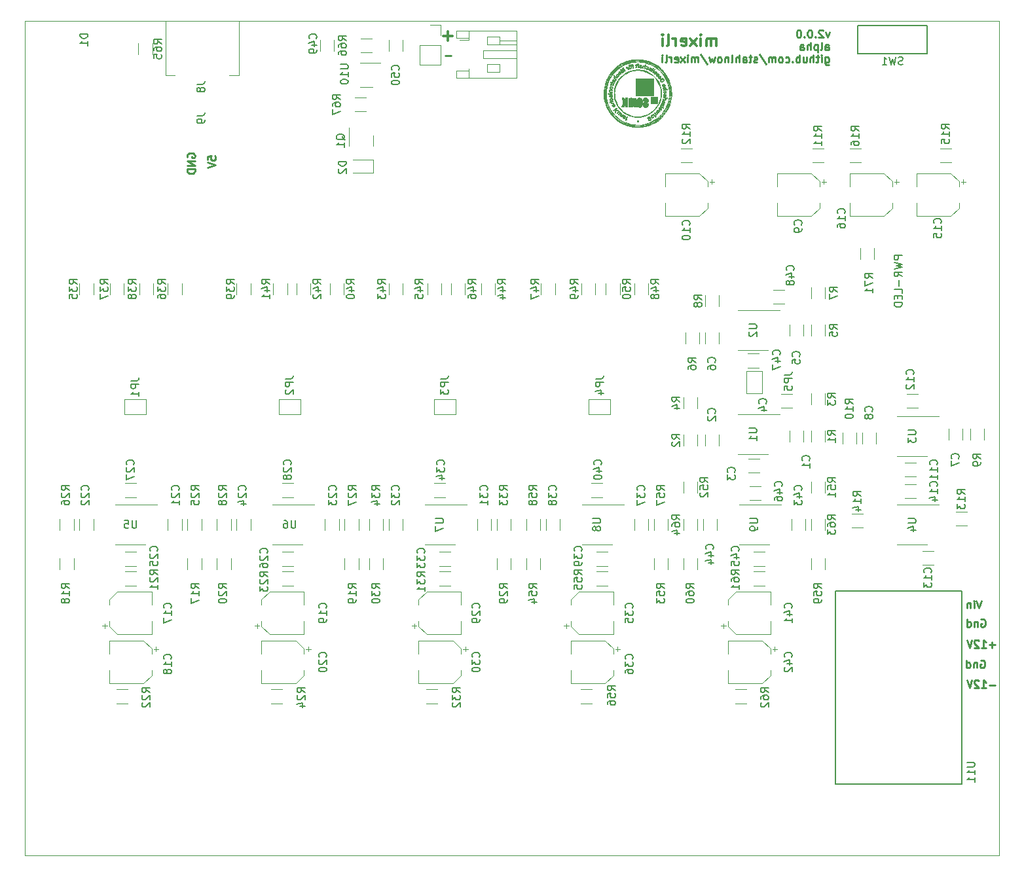
<source format=gbr>
G04 #@! TF.GenerationSoftware,KiCad,Pcbnew,(6.0.7)*
G04 #@! TF.CreationDate,2022-08-25T22:48:20+02:00*
G04 #@! TF.ProjectId,mixerli,6d697865-726c-4692-9e6b-696361645f70,rev?*
G04 #@! TF.SameCoordinates,Original*
G04 #@! TF.FileFunction,Legend,Bot*
G04 #@! TF.FilePolarity,Positive*
%FSLAX46Y46*%
G04 Gerber Fmt 4.6, Leading zero omitted, Abs format (unit mm)*
G04 Created by KiCad (PCBNEW (6.0.7)) date 2022-08-25 22:48:20*
%MOMM*%
%LPD*%
G01*
G04 APERTURE LIST*
G04 #@! TA.AperFunction,Profile*
%ADD10C,0.100000*%
G04 #@! TD*
%ADD11C,0.250000*%
%ADD12C,0.300000*%
%ADD13C,0.150000*%
%ADD14C,0.010000*%
%ADD15C,0.120000*%
G04 APERTURE END LIST*
D10*
X14000000Y-88000000D02*
X14000000Y-196000000D01*
X140000000Y-88000000D02*
X14000000Y-88000000D01*
X14000000Y-196000000D02*
X140000000Y-196000000D01*
X140000000Y-88000000D02*
X140000000Y-196000000D01*
D11*
X118042642Y-89486714D02*
X117804547Y-90153380D01*
X117566452Y-89486714D01*
X117233119Y-89248619D02*
X117185500Y-89201000D01*
X117090261Y-89153380D01*
X116852166Y-89153380D01*
X116756928Y-89201000D01*
X116709309Y-89248619D01*
X116661690Y-89343857D01*
X116661690Y-89439095D01*
X116709309Y-89581952D01*
X117280738Y-90153380D01*
X116661690Y-90153380D01*
X116233119Y-90058142D02*
X116185500Y-90105761D01*
X116233119Y-90153380D01*
X116280738Y-90105761D01*
X116233119Y-90058142D01*
X116233119Y-90153380D01*
X115566452Y-89153380D02*
X115471214Y-89153380D01*
X115375976Y-89201000D01*
X115328357Y-89248619D01*
X115280738Y-89343857D01*
X115233119Y-89534333D01*
X115233119Y-89772428D01*
X115280738Y-89962904D01*
X115328357Y-90058142D01*
X115375976Y-90105761D01*
X115471214Y-90153380D01*
X115566452Y-90153380D01*
X115661690Y-90105761D01*
X115709309Y-90058142D01*
X115756928Y-89962904D01*
X115804547Y-89772428D01*
X115804547Y-89534333D01*
X115756928Y-89343857D01*
X115709309Y-89248619D01*
X115661690Y-89201000D01*
X115566452Y-89153380D01*
X114804547Y-90058142D02*
X114756928Y-90105761D01*
X114804547Y-90153380D01*
X114852166Y-90105761D01*
X114804547Y-90058142D01*
X114804547Y-90153380D01*
X114137880Y-89153380D02*
X114042642Y-89153380D01*
X113947404Y-89201000D01*
X113899785Y-89248619D01*
X113852166Y-89343857D01*
X113804547Y-89534333D01*
X113804547Y-89772428D01*
X113852166Y-89962904D01*
X113899785Y-90058142D01*
X113947404Y-90105761D01*
X114042642Y-90153380D01*
X114137880Y-90153380D01*
X114233119Y-90105761D01*
X114280738Y-90058142D01*
X114328357Y-89962904D01*
X114375976Y-89772428D01*
X114375976Y-89534333D01*
X114328357Y-89343857D01*
X114280738Y-89248619D01*
X114233119Y-89201000D01*
X114137880Y-89153380D01*
X117518833Y-91763380D02*
X117518833Y-91239571D01*
X117566452Y-91144333D01*
X117661690Y-91096714D01*
X117852166Y-91096714D01*
X117947404Y-91144333D01*
X117518833Y-91715761D02*
X117614071Y-91763380D01*
X117852166Y-91763380D01*
X117947404Y-91715761D01*
X117995023Y-91620523D01*
X117995023Y-91525285D01*
X117947404Y-91430047D01*
X117852166Y-91382428D01*
X117614071Y-91382428D01*
X117518833Y-91334809D01*
X116899785Y-91763380D02*
X116995023Y-91715761D01*
X117042642Y-91620523D01*
X117042642Y-90763380D01*
X116518833Y-91096714D02*
X116518833Y-92096714D01*
X116518833Y-91144333D02*
X116423595Y-91096714D01*
X116233119Y-91096714D01*
X116137880Y-91144333D01*
X116090261Y-91191952D01*
X116042642Y-91287190D01*
X116042642Y-91572904D01*
X116090261Y-91668142D01*
X116137880Y-91715761D01*
X116233119Y-91763380D01*
X116423595Y-91763380D01*
X116518833Y-91715761D01*
X115614071Y-91763380D02*
X115614071Y-90763380D01*
X115185500Y-91763380D02*
X115185500Y-91239571D01*
X115233119Y-91144333D01*
X115328357Y-91096714D01*
X115471214Y-91096714D01*
X115566452Y-91144333D01*
X115614071Y-91191952D01*
X114280738Y-91763380D02*
X114280738Y-91239571D01*
X114328357Y-91144333D01*
X114423595Y-91096714D01*
X114614071Y-91096714D01*
X114709309Y-91144333D01*
X114280738Y-91715761D02*
X114375976Y-91763380D01*
X114614071Y-91763380D01*
X114709309Y-91715761D01*
X114756928Y-91620523D01*
X114756928Y-91525285D01*
X114709309Y-91430047D01*
X114614071Y-91382428D01*
X114375976Y-91382428D01*
X114280738Y-91334809D01*
X117518833Y-92706714D02*
X117518833Y-93516238D01*
X117566452Y-93611476D01*
X117614071Y-93659095D01*
X117709309Y-93706714D01*
X117852166Y-93706714D01*
X117947404Y-93659095D01*
X117518833Y-93325761D02*
X117614071Y-93373380D01*
X117804547Y-93373380D01*
X117899785Y-93325761D01*
X117947404Y-93278142D01*
X117995023Y-93182904D01*
X117995023Y-92897190D01*
X117947404Y-92801952D01*
X117899785Y-92754333D01*
X117804547Y-92706714D01*
X117614071Y-92706714D01*
X117518833Y-92754333D01*
X117042642Y-93373380D02*
X117042642Y-92706714D01*
X117042642Y-92373380D02*
X117090261Y-92421000D01*
X117042642Y-92468619D01*
X116995023Y-92421000D01*
X117042642Y-92373380D01*
X117042642Y-92468619D01*
X116709309Y-92706714D02*
X116328357Y-92706714D01*
X116566452Y-92373380D02*
X116566452Y-93230523D01*
X116518833Y-93325761D01*
X116423595Y-93373380D01*
X116328357Y-93373380D01*
X115995023Y-93373380D02*
X115995023Y-92373380D01*
X115566452Y-93373380D02*
X115566452Y-92849571D01*
X115614071Y-92754333D01*
X115709309Y-92706714D01*
X115852166Y-92706714D01*
X115947404Y-92754333D01*
X115995023Y-92801952D01*
X114661690Y-92706714D02*
X114661690Y-93373380D01*
X115090261Y-92706714D02*
X115090261Y-93230523D01*
X115042642Y-93325761D01*
X114947404Y-93373380D01*
X114804547Y-93373380D01*
X114709309Y-93325761D01*
X114661690Y-93278142D01*
X114185500Y-93373380D02*
X114185500Y-92373380D01*
X114185500Y-92754333D02*
X114090261Y-92706714D01*
X113899785Y-92706714D01*
X113804547Y-92754333D01*
X113756928Y-92801952D01*
X113709309Y-92897190D01*
X113709309Y-93182904D01*
X113756928Y-93278142D01*
X113804547Y-93325761D01*
X113899785Y-93373380D01*
X114090261Y-93373380D01*
X114185500Y-93325761D01*
X113280738Y-93278142D02*
X113233119Y-93325761D01*
X113280738Y-93373380D01*
X113328357Y-93325761D01*
X113280738Y-93278142D01*
X113280738Y-93373380D01*
X112375976Y-93325761D02*
X112471214Y-93373380D01*
X112661690Y-93373380D01*
X112756928Y-93325761D01*
X112804547Y-93278142D01*
X112852166Y-93182904D01*
X112852166Y-92897190D01*
X112804547Y-92801952D01*
X112756928Y-92754333D01*
X112661690Y-92706714D01*
X112471214Y-92706714D01*
X112375976Y-92754333D01*
X111804547Y-93373380D02*
X111899785Y-93325761D01*
X111947404Y-93278142D01*
X111995023Y-93182904D01*
X111995023Y-92897190D01*
X111947404Y-92801952D01*
X111899785Y-92754333D01*
X111804547Y-92706714D01*
X111661690Y-92706714D01*
X111566452Y-92754333D01*
X111518833Y-92801952D01*
X111471214Y-92897190D01*
X111471214Y-93182904D01*
X111518833Y-93278142D01*
X111566452Y-93325761D01*
X111661690Y-93373380D01*
X111804547Y-93373380D01*
X111042642Y-93373380D02*
X111042642Y-92706714D01*
X111042642Y-92801952D02*
X110995023Y-92754333D01*
X110899785Y-92706714D01*
X110756928Y-92706714D01*
X110661690Y-92754333D01*
X110614071Y-92849571D01*
X110614071Y-93373380D01*
X110614071Y-92849571D02*
X110566452Y-92754333D01*
X110471214Y-92706714D01*
X110328357Y-92706714D01*
X110233119Y-92754333D01*
X110185500Y-92849571D01*
X110185500Y-93373380D01*
X108995023Y-92325761D02*
X109852166Y-93611476D01*
X108709309Y-93325761D02*
X108614071Y-93373380D01*
X108423595Y-93373380D01*
X108328357Y-93325761D01*
X108280738Y-93230523D01*
X108280738Y-93182904D01*
X108328357Y-93087666D01*
X108423595Y-93040047D01*
X108566452Y-93040047D01*
X108661690Y-92992428D01*
X108709309Y-92897190D01*
X108709309Y-92849571D01*
X108661690Y-92754333D01*
X108566452Y-92706714D01*
X108423595Y-92706714D01*
X108328357Y-92754333D01*
X107995023Y-92706714D02*
X107614071Y-92706714D01*
X107852166Y-92373380D02*
X107852166Y-93230523D01*
X107804547Y-93325761D01*
X107709309Y-93373380D01*
X107614071Y-93373380D01*
X106852166Y-93373380D02*
X106852166Y-92849571D01*
X106899785Y-92754333D01*
X106995023Y-92706714D01*
X107185500Y-92706714D01*
X107280738Y-92754333D01*
X106852166Y-93325761D02*
X106947404Y-93373380D01*
X107185500Y-93373380D01*
X107280738Y-93325761D01*
X107328357Y-93230523D01*
X107328357Y-93135285D01*
X107280738Y-93040047D01*
X107185500Y-92992428D01*
X106947404Y-92992428D01*
X106852166Y-92944809D01*
X106375976Y-93373380D02*
X106375976Y-92373380D01*
X105947404Y-93373380D02*
X105947404Y-92849571D01*
X105995023Y-92754333D01*
X106090261Y-92706714D01*
X106233119Y-92706714D01*
X106328357Y-92754333D01*
X106375976Y-92801952D01*
X105328357Y-93373380D02*
X105423595Y-93325761D01*
X105471214Y-93230523D01*
X105471214Y-92373380D01*
X104947404Y-92706714D02*
X104947404Y-93373380D01*
X104947404Y-92801952D02*
X104899785Y-92754333D01*
X104804547Y-92706714D01*
X104661690Y-92706714D01*
X104566452Y-92754333D01*
X104518833Y-92849571D01*
X104518833Y-93373380D01*
X103899785Y-93373380D02*
X103995023Y-93325761D01*
X104042642Y-93278142D01*
X104090261Y-93182904D01*
X104090261Y-92897190D01*
X104042642Y-92801952D01*
X103995023Y-92754333D01*
X103899785Y-92706714D01*
X103756928Y-92706714D01*
X103661690Y-92754333D01*
X103614071Y-92801952D01*
X103566452Y-92897190D01*
X103566452Y-93182904D01*
X103614071Y-93278142D01*
X103661690Y-93325761D01*
X103756928Y-93373380D01*
X103899785Y-93373380D01*
X103233119Y-92706714D02*
X103042642Y-93373380D01*
X102852166Y-92897190D01*
X102661690Y-93373380D01*
X102471214Y-92706714D01*
X101375976Y-92325761D02*
X102233119Y-93611476D01*
X101042642Y-93373380D02*
X101042642Y-92706714D01*
X101042642Y-92801952D02*
X100995023Y-92754333D01*
X100899785Y-92706714D01*
X100756928Y-92706714D01*
X100661690Y-92754333D01*
X100614071Y-92849571D01*
X100614071Y-93373380D01*
X100614071Y-92849571D02*
X100566452Y-92754333D01*
X100471214Y-92706714D01*
X100328357Y-92706714D01*
X100233119Y-92754333D01*
X100185500Y-92849571D01*
X100185500Y-93373380D01*
X99709309Y-93373380D02*
X99709309Y-92706714D01*
X99709309Y-92373380D02*
X99756928Y-92421000D01*
X99709309Y-92468619D01*
X99661690Y-92421000D01*
X99709309Y-92373380D01*
X99709309Y-92468619D01*
X99328357Y-93373380D02*
X98804547Y-92706714D01*
X99328357Y-92706714D02*
X98804547Y-93373380D01*
X98042642Y-93325761D02*
X98137880Y-93373380D01*
X98328357Y-93373380D01*
X98423595Y-93325761D01*
X98471214Y-93230523D01*
X98471214Y-92849571D01*
X98423595Y-92754333D01*
X98328357Y-92706714D01*
X98137880Y-92706714D01*
X98042642Y-92754333D01*
X97995023Y-92849571D01*
X97995023Y-92944809D01*
X98471214Y-93040047D01*
X97566452Y-93373380D02*
X97566452Y-92706714D01*
X97566452Y-92897190D02*
X97518833Y-92801952D01*
X97471214Y-92754333D01*
X97375976Y-92706714D01*
X97280738Y-92706714D01*
X96804547Y-93373380D02*
X96899785Y-93325761D01*
X96947404Y-93230523D01*
X96947404Y-92373380D01*
X96423595Y-93373380D02*
X96423595Y-92706714D01*
X96423595Y-92373380D02*
X96471214Y-92421000D01*
X96423595Y-92468619D01*
X96375976Y-92421000D01*
X96423595Y-92373380D01*
X96423595Y-92468619D01*
X137662857Y-165434000D02*
X137758095Y-165386380D01*
X137900952Y-165386380D01*
X138043809Y-165434000D01*
X138139047Y-165529238D01*
X138186666Y-165624476D01*
X138234285Y-165814952D01*
X138234285Y-165957809D01*
X138186666Y-166148285D01*
X138139047Y-166243523D01*
X138043809Y-166338761D01*
X137900952Y-166386380D01*
X137805714Y-166386380D01*
X137662857Y-166338761D01*
X137615238Y-166291142D01*
X137615238Y-165957809D01*
X137805714Y-165957809D01*
X137186666Y-165719714D02*
X137186666Y-166386380D01*
X137186666Y-165814952D02*
X137139047Y-165767333D01*
X137043809Y-165719714D01*
X136900952Y-165719714D01*
X136805714Y-165767333D01*
X136758095Y-165862571D01*
X136758095Y-166386380D01*
X135853333Y-166386380D02*
X135853333Y-165386380D01*
X135853333Y-166338761D02*
X135948571Y-166386380D01*
X136139047Y-166386380D01*
X136234285Y-166338761D01*
X136281904Y-166291142D01*
X136329523Y-166195904D01*
X136329523Y-165910190D01*
X136281904Y-165814952D01*
X136234285Y-165767333D01*
X136139047Y-165719714D01*
X135948571Y-165719714D01*
X135853333Y-165767333D01*
X139481904Y-173905428D02*
X138720000Y-173905428D01*
X137720000Y-174286380D02*
X138291428Y-174286380D01*
X138005714Y-174286380D02*
X138005714Y-173286380D01*
X138100952Y-173429238D01*
X138196190Y-173524476D01*
X138291428Y-173572095D01*
X137339047Y-173381619D02*
X137291428Y-173334000D01*
X137196190Y-173286380D01*
X136958095Y-173286380D01*
X136862857Y-173334000D01*
X136815238Y-173381619D01*
X136767619Y-173476857D01*
X136767619Y-173572095D01*
X136815238Y-173714952D01*
X137386666Y-174286380D01*
X136767619Y-174286380D01*
X136481904Y-173286380D02*
X136148571Y-174286380D01*
X135815238Y-173286380D01*
X139481904Y-168705428D02*
X138720000Y-168705428D01*
X139100952Y-169086380D02*
X139100952Y-168324476D01*
X137720000Y-169086380D02*
X138291428Y-169086380D01*
X138005714Y-169086380D02*
X138005714Y-168086380D01*
X138100952Y-168229238D01*
X138196190Y-168324476D01*
X138291428Y-168372095D01*
X137339047Y-168181619D02*
X137291428Y-168134000D01*
X137196190Y-168086380D01*
X136958095Y-168086380D01*
X136862857Y-168134000D01*
X136815238Y-168181619D01*
X136767619Y-168276857D01*
X136767619Y-168372095D01*
X136815238Y-168514952D01*
X137386666Y-169086380D01*
X136767619Y-169086380D01*
X136481904Y-168086380D02*
X136148571Y-169086380D01*
X135815238Y-168086380D01*
D12*
X103422685Y-91252971D02*
X103422685Y-90252971D01*
X103422685Y-90395828D02*
X103351257Y-90324400D01*
X103208400Y-90252971D01*
X102994114Y-90252971D01*
X102851257Y-90324400D01*
X102779828Y-90467257D01*
X102779828Y-91252971D01*
X102779828Y-90467257D02*
X102708400Y-90324400D01*
X102565542Y-90252971D01*
X102351257Y-90252971D01*
X102208400Y-90324400D01*
X102136971Y-90467257D01*
X102136971Y-91252971D01*
X101422685Y-91252971D02*
X101422685Y-90252971D01*
X101422685Y-89752971D02*
X101494114Y-89824400D01*
X101422685Y-89895828D01*
X101351257Y-89824400D01*
X101422685Y-89752971D01*
X101422685Y-89895828D01*
X100851257Y-91252971D02*
X100065542Y-90252971D01*
X100851257Y-90252971D02*
X100065542Y-91252971D01*
X98922685Y-91181542D02*
X99065542Y-91252971D01*
X99351257Y-91252971D01*
X99494114Y-91181542D01*
X99565542Y-91038685D01*
X99565542Y-90467257D01*
X99494114Y-90324400D01*
X99351257Y-90252971D01*
X99065542Y-90252971D01*
X98922685Y-90324400D01*
X98851257Y-90467257D01*
X98851257Y-90610114D01*
X99565542Y-90752971D01*
X98208400Y-91252971D02*
X98208400Y-90252971D01*
X98208400Y-90538685D02*
X98136971Y-90395828D01*
X98065542Y-90324400D01*
X97922685Y-90252971D01*
X97779828Y-90252971D01*
X97065542Y-91252971D02*
X97208400Y-91181542D01*
X97279828Y-91038685D01*
X97279828Y-89752971D01*
X96494114Y-91252971D02*
X96494114Y-90252971D01*
X96494114Y-89752971D02*
X96565542Y-89824400D01*
X96494114Y-89895828D01*
X96422685Y-89824400D01*
X96494114Y-89752971D01*
X96494114Y-89895828D01*
D11*
X69100952Y-92505428D02*
X68339047Y-92505428D01*
X137743809Y-162986380D02*
X137410476Y-163986380D01*
X137077142Y-162986380D01*
X136743809Y-163986380D02*
X136743809Y-163319714D01*
X136743809Y-162986380D02*
X136791428Y-163034000D01*
X136743809Y-163081619D01*
X136696190Y-163034000D01*
X136743809Y-162986380D01*
X136743809Y-163081619D01*
X136267619Y-163319714D02*
X136267619Y-163986380D01*
X136267619Y-163414952D02*
X136220000Y-163367333D01*
X136124761Y-163319714D01*
X135981904Y-163319714D01*
X135886666Y-163367333D01*
X135839047Y-163462571D01*
X135839047Y-163986380D01*
D12*
X68148571Y-89941142D02*
X69291428Y-89941142D01*
X68720000Y-90512571D02*
X68720000Y-89369714D01*
D11*
X137605411Y-170734000D02*
X137700649Y-170686380D01*
X137843506Y-170686380D01*
X137986363Y-170734000D01*
X138081601Y-170829238D01*
X138129220Y-170924476D01*
X138176839Y-171114952D01*
X138176839Y-171257809D01*
X138129220Y-171448285D01*
X138081601Y-171543523D01*
X137986363Y-171638761D01*
X137843506Y-171686380D01*
X137748268Y-171686380D01*
X137605411Y-171638761D01*
X137557792Y-171591142D01*
X137557792Y-171257809D01*
X137748268Y-171257809D01*
X137129220Y-171019714D02*
X137129220Y-171686380D01*
X137129220Y-171114952D02*
X137081601Y-171067333D01*
X136986363Y-171019714D01*
X136843506Y-171019714D01*
X136748268Y-171067333D01*
X136700649Y-171162571D01*
X136700649Y-171686380D01*
X135795887Y-171686380D02*
X135795887Y-170686380D01*
X135795887Y-171638761D02*
X135891125Y-171686380D01*
X136081601Y-171686380D01*
X136176839Y-171638761D01*
X136224458Y-171591142D01*
X136272077Y-171495904D01*
X136272077Y-171210190D01*
X136224458Y-171114952D01*
X136176839Y-171067333D01*
X136081601Y-171019714D01*
X135891125Y-171019714D01*
X135795887Y-171067333D01*
X35044000Y-105662095D02*
X34996380Y-105566857D01*
X34996380Y-105424000D01*
X35044000Y-105281142D01*
X35139238Y-105185904D01*
X35234476Y-105138285D01*
X35424952Y-105090666D01*
X35567809Y-105090666D01*
X35758285Y-105138285D01*
X35853523Y-105185904D01*
X35948761Y-105281142D01*
X35996380Y-105424000D01*
X35996380Y-105519238D01*
X35948761Y-105662095D01*
X35901142Y-105709714D01*
X35567809Y-105709714D01*
X35567809Y-105519238D01*
X35996380Y-106138285D02*
X34996380Y-106138285D01*
X35996380Y-106709714D01*
X34996380Y-106709714D01*
X35996380Y-107185904D02*
X34996380Y-107185904D01*
X34996380Y-107424000D01*
X35044000Y-107566857D01*
X35139238Y-107662095D01*
X35234476Y-107709714D01*
X35424952Y-107757333D01*
X35567809Y-107757333D01*
X35758285Y-107709714D01*
X35853523Y-107662095D01*
X35948761Y-107566857D01*
X35996380Y-107424000D01*
X35996380Y-107185904D01*
X37663380Y-105979523D02*
X37663380Y-105503333D01*
X38139571Y-105455714D01*
X38091952Y-105503333D01*
X38044333Y-105598571D01*
X38044333Y-105836666D01*
X38091952Y-105931904D01*
X38139571Y-105979523D01*
X38234809Y-106027142D01*
X38472904Y-106027142D01*
X38568142Y-105979523D01*
X38615761Y-105931904D01*
X38663380Y-105836666D01*
X38663380Y-105598571D01*
X38615761Y-105503333D01*
X38568142Y-105455714D01*
X37663380Y-106312857D02*
X38663380Y-106646190D01*
X37663380Y-106979523D01*
D13*
X22148380Y-89683904D02*
X21148380Y-89683904D01*
X21148380Y-89922000D01*
X21196000Y-90064857D01*
X21291238Y-90160095D01*
X21386476Y-90207714D01*
X21576952Y-90255333D01*
X21719809Y-90255333D01*
X21910285Y-90207714D01*
X22005523Y-90160095D01*
X22100761Y-90064857D01*
X22148380Y-89922000D01*
X22148380Y-89683904D01*
X22148380Y-91207714D02*
X22148380Y-90636285D01*
X22148380Y-90922000D02*
X21148380Y-90922000D01*
X21291238Y-90826761D01*
X21386476Y-90731523D01*
X21434095Y-90636285D01*
X127436380Y-118354476D02*
X126436380Y-118354476D01*
X126436380Y-118735428D01*
X126484000Y-118830666D01*
X126531619Y-118878285D01*
X126626857Y-118925904D01*
X126769714Y-118925904D01*
X126864952Y-118878285D01*
X126912571Y-118830666D01*
X126960190Y-118735428D01*
X126960190Y-118354476D01*
X126436380Y-119259238D02*
X127436380Y-119497333D01*
X126722095Y-119687809D01*
X127436380Y-119878285D01*
X126436380Y-120116380D01*
X127436380Y-121068761D02*
X126960190Y-120735428D01*
X127436380Y-120497333D02*
X126436380Y-120497333D01*
X126436380Y-120878285D01*
X126484000Y-120973523D01*
X126531619Y-121021142D01*
X126626857Y-121068761D01*
X126769714Y-121068761D01*
X126864952Y-121021142D01*
X126912571Y-120973523D01*
X126960190Y-120878285D01*
X126960190Y-120497333D01*
X127055428Y-121497333D02*
X127055428Y-122259238D01*
X127436380Y-123211619D02*
X127436380Y-122735428D01*
X126436380Y-122735428D01*
X126912571Y-123544952D02*
X126912571Y-123878285D01*
X127436380Y-124021142D02*
X127436380Y-123544952D01*
X126436380Y-123544952D01*
X126436380Y-124021142D01*
X127436380Y-124449714D02*
X126436380Y-124449714D01*
X126436380Y-124687809D01*
X126484000Y-124830666D01*
X126579238Y-124925904D01*
X126674476Y-124973523D01*
X126864952Y-125021142D01*
X127007809Y-125021142D01*
X127198285Y-124973523D01*
X127293523Y-124925904D01*
X127388761Y-124830666D01*
X127436380Y-124687809D01*
X127436380Y-124449714D01*
X36266380Y-100248666D02*
X36980666Y-100248666D01*
X37123523Y-100201047D01*
X37218761Y-100105809D01*
X37266380Y-99962952D01*
X37266380Y-99867714D01*
X37266380Y-100772476D02*
X37266380Y-100962952D01*
X37218761Y-101058190D01*
X37171142Y-101105809D01*
X37028285Y-101201047D01*
X36837809Y-101248666D01*
X36456857Y-101248666D01*
X36361619Y-101201047D01*
X36314000Y-101153428D01*
X36266380Y-101058190D01*
X36266380Y-100867714D01*
X36314000Y-100772476D01*
X36361619Y-100724857D01*
X36456857Y-100677238D01*
X36694952Y-100677238D01*
X36790190Y-100724857D01*
X36837809Y-100772476D01*
X36885428Y-100867714D01*
X36885428Y-101058190D01*
X36837809Y-101153428D01*
X36790190Y-101201047D01*
X36694952Y-101248666D01*
X115403142Y-144865333D02*
X115450761Y-144817714D01*
X115498380Y-144674857D01*
X115498380Y-144579619D01*
X115450761Y-144436761D01*
X115355523Y-144341523D01*
X115260285Y-144293904D01*
X115069809Y-144246285D01*
X114926952Y-144246285D01*
X114736476Y-144293904D01*
X114641238Y-144341523D01*
X114546000Y-144436761D01*
X114498380Y-144579619D01*
X114498380Y-144674857D01*
X114546000Y-144817714D01*
X114593619Y-144865333D01*
X115498380Y-145817714D02*
X115498380Y-145246285D01*
X115498380Y-145532000D02*
X114498380Y-145532000D01*
X114641238Y-145436761D01*
X114736476Y-145341523D01*
X114784095Y-145246285D01*
X105751142Y-146389333D02*
X105798761Y-146341714D01*
X105846380Y-146198857D01*
X105846380Y-146103619D01*
X105798761Y-145960761D01*
X105703523Y-145865523D01*
X105608285Y-145817904D01*
X105417809Y-145770285D01*
X105274952Y-145770285D01*
X105084476Y-145817904D01*
X104989238Y-145865523D01*
X104894000Y-145960761D01*
X104846380Y-146103619D01*
X104846380Y-146198857D01*
X104894000Y-146341714D01*
X104941619Y-146389333D01*
X104846380Y-146722666D02*
X104846380Y-147341714D01*
X105227333Y-147008380D01*
X105227333Y-147151238D01*
X105274952Y-147246476D01*
X105322571Y-147294095D01*
X105417809Y-147341714D01*
X105655904Y-147341714D01*
X105751142Y-147294095D01*
X105798761Y-147246476D01*
X105846380Y-147151238D01*
X105846380Y-146865523D01*
X105798761Y-146770285D01*
X105751142Y-146722666D01*
X109815142Y-137499333D02*
X109862761Y-137451714D01*
X109910380Y-137308857D01*
X109910380Y-137213619D01*
X109862761Y-137070761D01*
X109767523Y-136975523D01*
X109672285Y-136927904D01*
X109481809Y-136880285D01*
X109338952Y-136880285D01*
X109148476Y-136927904D01*
X109053238Y-136975523D01*
X108958000Y-137070761D01*
X108910380Y-137213619D01*
X108910380Y-137308857D01*
X108958000Y-137451714D01*
X109005619Y-137499333D01*
X109243714Y-138356476D02*
X109910380Y-138356476D01*
X108862761Y-138118380D02*
X109577047Y-137880285D01*
X109577047Y-138499333D01*
X114133142Y-131403333D02*
X114180761Y-131355714D01*
X114228380Y-131212857D01*
X114228380Y-131117619D01*
X114180761Y-130974761D01*
X114085523Y-130879523D01*
X113990285Y-130831904D01*
X113799809Y-130784285D01*
X113656952Y-130784285D01*
X113466476Y-130831904D01*
X113371238Y-130879523D01*
X113276000Y-130974761D01*
X113228380Y-131117619D01*
X113228380Y-131212857D01*
X113276000Y-131355714D01*
X113323619Y-131403333D01*
X113228380Y-132308095D02*
X113228380Y-131831904D01*
X113704571Y-131784285D01*
X113656952Y-131831904D01*
X113609333Y-131927142D01*
X113609333Y-132165238D01*
X113656952Y-132260476D01*
X113704571Y-132308095D01*
X113799809Y-132355714D01*
X114037904Y-132355714D01*
X114133142Y-132308095D01*
X114180761Y-132260476D01*
X114228380Y-132165238D01*
X114228380Y-131927142D01*
X114180761Y-131831904D01*
X114133142Y-131784285D01*
X103211142Y-132165333D02*
X103258761Y-132117714D01*
X103306380Y-131974857D01*
X103306380Y-131879619D01*
X103258761Y-131736761D01*
X103163523Y-131641523D01*
X103068285Y-131593904D01*
X102877809Y-131546285D01*
X102734952Y-131546285D01*
X102544476Y-131593904D01*
X102449238Y-131641523D01*
X102354000Y-131736761D01*
X102306380Y-131879619D01*
X102306380Y-131974857D01*
X102354000Y-132117714D01*
X102401619Y-132165333D01*
X102306380Y-133022476D02*
X102306380Y-132832000D01*
X102354000Y-132736761D01*
X102401619Y-132689142D01*
X102544476Y-132593904D01*
X102734952Y-132546285D01*
X103115904Y-132546285D01*
X103211142Y-132593904D01*
X103258761Y-132641523D01*
X103306380Y-132736761D01*
X103306380Y-132927238D01*
X103258761Y-133022476D01*
X103211142Y-133070095D01*
X103115904Y-133117714D01*
X102877809Y-133117714D01*
X102782571Y-133070095D01*
X102734952Y-133022476D01*
X102687333Y-132927238D01*
X102687333Y-132736761D01*
X102734952Y-132641523D01*
X102782571Y-132593904D01*
X102877809Y-132546285D01*
X134707142Y-144611333D02*
X134754761Y-144563714D01*
X134802380Y-144420857D01*
X134802380Y-144325619D01*
X134754761Y-144182761D01*
X134659523Y-144087523D01*
X134564285Y-144039904D01*
X134373809Y-143992285D01*
X134230952Y-143992285D01*
X134040476Y-144039904D01*
X133945238Y-144087523D01*
X133850000Y-144182761D01*
X133802380Y-144325619D01*
X133802380Y-144420857D01*
X133850000Y-144563714D01*
X133897619Y-144611333D01*
X133802380Y-144944666D02*
X133802380Y-145611333D01*
X134802380Y-145182761D01*
X123531142Y-138515333D02*
X123578761Y-138467714D01*
X123626380Y-138324857D01*
X123626380Y-138229619D01*
X123578761Y-138086761D01*
X123483523Y-137991523D01*
X123388285Y-137943904D01*
X123197809Y-137896285D01*
X123054952Y-137896285D01*
X122864476Y-137943904D01*
X122769238Y-137991523D01*
X122674000Y-138086761D01*
X122626380Y-138229619D01*
X122626380Y-138324857D01*
X122674000Y-138467714D01*
X122721619Y-138515333D01*
X123054952Y-139086761D02*
X123007333Y-138991523D01*
X122959714Y-138943904D01*
X122864476Y-138896285D01*
X122816857Y-138896285D01*
X122721619Y-138943904D01*
X122674000Y-138991523D01*
X122626380Y-139086761D01*
X122626380Y-139277238D01*
X122674000Y-139372476D01*
X122721619Y-139420095D01*
X122816857Y-139467714D01*
X122864476Y-139467714D01*
X122959714Y-139420095D01*
X123007333Y-139372476D01*
X123054952Y-139277238D01*
X123054952Y-139086761D01*
X123102571Y-138991523D01*
X123150190Y-138943904D01*
X123245428Y-138896285D01*
X123435904Y-138896285D01*
X123531142Y-138943904D01*
X123578761Y-138991523D01*
X123626380Y-139086761D01*
X123626380Y-139277238D01*
X123578761Y-139372476D01*
X123531142Y-139420095D01*
X123435904Y-139467714D01*
X123245428Y-139467714D01*
X123150190Y-139420095D01*
X123102571Y-139372476D01*
X123054952Y-139277238D01*
X114387142Y-114385333D02*
X114434761Y-114337714D01*
X114482380Y-114194857D01*
X114482380Y-114099619D01*
X114434761Y-113956761D01*
X114339523Y-113861523D01*
X114244285Y-113813904D01*
X114053809Y-113766285D01*
X113910952Y-113766285D01*
X113720476Y-113813904D01*
X113625238Y-113861523D01*
X113530000Y-113956761D01*
X113482380Y-114099619D01*
X113482380Y-114194857D01*
X113530000Y-114337714D01*
X113577619Y-114385333D01*
X114482380Y-114861523D02*
X114482380Y-115052000D01*
X114434761Y-115147238D01*
X114387142Y-115194857D01*
X114244285Y-115290095D01*
X114053809Y-115337714D01*
X113672857Y-115337714D01*
X113577619Y-115290095D01*
X113530000Y-115242476D01*
X113482380Y-115147238D01*
X113482380Y-114956761D01*
X113530000Y-114861523D01*
X113577619Y-114813904D01*
X113672857Y-114766285D01*
X113910952Y-114766285D01*
X114006190Y-114813904D01*
X114053809Y-114861523D01*
X114101428Y-114956761D01*
X114101428Y-115147238D01*
X114053809Y-115242476D01*
X114006190Y-115290095D01*
X113910952Y-115337714D01*
X99909142Y-114417142D02*
X99956761Y-114369523D01*
X100004380Y-114226666D01*
X100004380Y-114131428D01*
X99956761Y-113988571D01*
X99861523Y-113893333D01*
X99766285Y-113845714D01*
X99575809Y-113798095D01*
X99432952Y-113798095D01*
X99242476Y-113845714D01*
X99147238Y-113893333D01*
X99052000Y-113988571D01*
X99004380Y-114131428D01*
X99004380Y-114226666D01*
X99052000Y-114369523D01*
X99099619Y-114417142D01*
X100004380Y-115369523D02*
X100004380Y-114798095D01*
X100004380Y-115083809D02*
X99004380Y-115083809D01*
X99147238Y-114988571D01*
X99242476Y-114893333D01*
X99290095Y-114798095D01*
X99004380Y-115988571D02*
X99004380Y-116083809D01*
X99052000Y-116179047D01*
X99099619Y-116226666D01*
X99194857Y-116274285D01*
X99385333Y-116321904D01*
X99623428Y-116321904D01*
X99813904Y-116274285D01*
X99909142Y-116226666D01*
X99956761Y-116179047D01*
X100004380Y-116083809D01*
X100004380Y-115988571D01*
X99956761Y-115893333D01*
X99909142Y-115845714D01*
X99813904Y-115798095D01*
X99623428Y-115750476D01*
X99385333Y-115750476D01*
X99194857Y-115798095D01*
X99099619Y-115845714D01*
X99052000Y-115893333D01*
X99004380Y-115988571D01*
X131913142Y-145405142D02*
X131960761Y-145357523D01*
X132008380Y-145214666D01*
X132008380Y-145119428D01*
X131960761Y-144976571D01*
X131865523Y-144881333D01*
X131770285Y-144833714D01*
X131579809Y-144786095D01*
X131436952Y-144786095D01*
X131246476Y-144833714D01*
X131151238Y-144881333D01*
X131056000Y-144976571D01*
X131008380Y-145119428D01*
X131008380Y-145214666D01*
X131056000Y-145357523D01*
X131103619Y-145405142D01*
X132008380Y-146357523D02*
X132008380Y-145786095D01*
X132008380Y-146071809D02*
X131008380Y-146071809D01*
X131151238Y-145976571D01*
X131246476Y-145881333D01*
X131294095Y-145786095D01*
X132008380Y-147309904D02*
X132008380Y-146738476D01*
X132008380Y-147024190D02*
X131008380Y-147024190D01*
X131151238Y-146928952D01*
X131246476Y-146833714D01*
X131294095Y-146738476D01*
X128865142Y-133721142D02*
X128912761Y-133673523D01*
X128960380Y-133530666D01*
X128960380Y-133435428D01*
X128912761Y-133292571D01*
X128817523Y-133197333D01*
X128722285Y-133149714D01*
X128531809Y-133102095D01*
X128388952Y-133102095D01*
X128198476Y-133149714D01*
X128103238Y-133197333D01*
X128008000Y-133292571D01*
X127960380Y-133435428D01*
X127960380Y-133530666D01*
X128008000Y-133673523D01*
X128055619Y-133721142D01*
X128960380Y-134673523D02*
X128960380Y-134102095D01*
X128960380Y-134387809D02*
X127960380Y-134387809D01*
X128103238Y-134292571D01*
X128198476Y-134197333D01*
X128246095Y-134102095D01*
X128055619Y-135054476D02*
X128008000Y-135102095D01*
X127960380Y-135197333D01*
X127960380Y-135435428D01*
X128008000Y-135530666D01*
X128055619Y-135578285D01*
X128150857Y-135625904D01*
X128246095Y-135625904D01*
X128388952Y-135578285D01*
X128960380Y-135006857D01*
X128960380Y-135625904D01*
X131151142Y-159375142D02*
X131198761Y-159327523D01*
X131246380Y-159184666D01*
X131246380Y-159089428D01*
X131198761Y-158946571D01*
X131103523Y-158851333D01*
X131008285Y-158803714D01*
X130817809Y-158756095D01*
X130674952Y-158756095D01*
X130484476Y-158803714D01*
X130389238Y-158851333D01*
X130294000Y-158946571D01*
X130246380Y-159089428D01*
X130246380Y-159184666D01*
X130294000Y-159327523D01*
X130341619Y-159375142D01*
X131246380Y-160327523D02*
X131246380Y-159756095D01*
X131246380Y-160041809D02*
X130246380Y-160041809D01*
X130389238Y-159946571D01*
X130484476Y-159851333D01*
X130532095Y-159756095D01*
X130246380Y-160660857D02*
X130246380Y-161279904D01*
X130627333Y-160946571D01*
X130627333Y-161089428D01*
X130674952Y-161184666D01*
X130722571Y-161232285D01*
X130817809Y-161279904D01*
X131055904Y-161279904D01*
X131151142Y-161232285D01*
X131198761Y-161184666D01*
X131246380Y-161089428D01*
X131246380Y-160803714D01*
X131198761Y-160708476D01*
X131151142Y-160660857D01*
X131913142Y-148199142D02*
X131960761Y-148151523D01*
X132008380Y-148008666D01*
X132008380Y-147913428D01*
X131960761Y-147770571D01*
X131865523Y-147675333D01*
X131770285Y-147627714D01*
X131579809Y-147580095D01*
X131436952Y-147580095D01*
X131246476Y-147627714D01*
X131151238Y-147675333D01*
X131056000Y-147770571D01*
X131008380Y-147913428D01*
X131008380Y-148008666D01*
X131056000Y-148151523D01*
X131103619Y-148199142D01*
X132008380Y-149151523D02*
X132008380Y-148580095D01*
X132008380Y-148865809D02*
X131008380Y-148865809D01*
X131151238Y-148770571D01*
X131246476Y-148675333D01*
X131294095Y-148580095D01*
X131341714Y-150008666D02*
X132008380Y-150008666D01*
X130960761Y-149770571D02*
X131675047Y-149532476D01*
X131675047Y-150151523D01*
X132421142Y-114163142D02*
X132468761Y-114115523D01*
X132516380Y-113972666D01*
X132516380Y-113877428D01*
X132468761Y-113734571D01*
X132373523Y-113639333D01*
X132278285Y-113591714D01*
X132087809Y-113544095D01*
X131944952Y-113544095D01*
X131754476Y-113591714D01*
X131659238Y-113639333D01*
X131564000Y-113734571D01*
X131516380Y-113877428D01*
X131516380Y-113972666D01*
X131564000Y-114115523D01*
X131611619Y-114163142D01*
X132516380Y-115115523D02*
X132516380Y-114544095D01*
X132516380Y-114829809D02*
X131516380Y-114829809D01*
X131659238Y-114734571D01*
X131754476Y-114639333D01*
X131802095Y-114544095D01*
X131516380Y-116020285D02*
X131516380Y-115544095D01*
X131992571Y-115496476D01*
X131944952Y-115544095D01*
X131897333Y-115639333D01*
X131897333Y-115877428D01*
X131944952Y-115972666D01*
X131992571Y-116020285D01*
X132087809Y-116067904D01*
X132325904Y-116067904D01*
X132421142Y-116020285D01*
X132468761Y-115972666D01*
X132516380Y-115877428D01*
X132516380Y-115639333D01*
X132468761Y-115544095D01*
X132421142Y-115496476D01*
X119975142Y-112893142D02*
X120022761Y-112845523D01*
X120070380Y-112702666D01*
X120070380Y-112607428D01*
X120022761Y-112464571D01*
X119927523Y-112369333D01*
X119832285Y-112321714D01*
X119641809Y-112274095D01*
X119498952Y-112274095D01*
X119308476Y-112321714D01*
X119213238Y-112369333D01*
X119118000Y-112464571D01*
X119070380Y-112607428D01*
X119070380Y-112702666D01*
X119118000Y-112845523D01*
X119165619Y-112893142D01*
X120070380Y-113845523D02*
X120070380Y-113274095D01*
X120070380Y-113559809D02*
X119070380Y-113559809D01*
X119213238Y-113464571D01*
X119308476Y-113369333D01*
X119356095Y-113274095D01*
X119070380Y-114702666D02*
X119070380Y-114512190D01*
X119118000Y-114416952D01*
X119165619Y-114369333D01*
X119308476Y-114274095D01*
X119498952Y-114226476D01*
X119879904Y-114226476D01*
X119975142Y-114274095D01*
X120022761Y-114321714D01*
X120070380Y-114416952D01*
X120070380Y-114607428D01*
X120022761Y-114702666D01*
X119975142Y-114750285D01*
X119879904Y-114797904D01*
X119641809Y-114797904D01*
X119546571Y-114750285D01*
X119498952Y-114702666D01*
X119451333Y-114607428D01*
X119451333Y-114416952D01*
X119498952Y-114321714D01*
X119546571Y-114274095D01*
X119641809Y-114226476D01*
X52919142Y-163947142D02*
X52966761Y-163899523D01*
X53014380Y-163756666D01*
X53014380Y-163661428D01*
X52966761Y-163518571D01*
X52871523Y-163423333D01*
X52776285Y-163375714D01*
X52585809Y-163328095D01*
X52442952Y-163328095D01*
X52252476Y-163375714D01*
X52157238Y-163423333D01*
X52062000Y-163518571D01*
X52014380Y-163661428D01*
X52014380Y-163756666D01*
X52062000Y-163899523D01*
X52109619Y-163947142D01*
X53014380Y-164899523D02*
X53014380Y-164328095D01*
X53014380Y-164613809D02*
X52014380Y-164613809D01*
X52157238Y-164518571D01*
X52252476Y-164423333D01*
X52300095Y-164328095D01*
X53014380Y-165375714D02*
X53014380Y-165566190D01*
X52966761Y-165661428D01*
X52919142Y-165709047D01*
X52776285Y-165804285D01*
X52585809Y-165851904D01*
X52204857Y-165851904D01*
X52109619Y-165804285D01*
X52062000Y-165756666D01*
X52014380Y-165661428D01*
X52014380Y-165470952D01*
X52062000Y-165375714D01*
X52109619Y-165328095D01*
X52204857Y-165280476D01*
X52442952Y-165280476D01*
X52538190Y-165328095D01*
X52585809Y-165375714D01*
X52633428Y-165470952D01*
X52633428Y-165661428D01*
X52585809Y-165756666D01*
X52538190Y-165804285D01*
X52442952Y-165851904D01*
X52919142Y-170297142D02*
X52966761Y-170249523D01*
X53014380Y-170106666D01*
X53014380Y-170011428D01*
X52966761Y-169868571D01*
X52871523Y-169773333D01*
X52776285Y-169725714D01*
X52585809Y-169678095D01*
X52442952Y-169678095D01*
X52252476Y-169725714D01*
X52157238Y-169773333D01*
X52062000Y-169868571D01*
X52014380Y-170011428D01*
X52014380Y-170106666D01*
X52062000Y-170249523D01*
X52109619Y-170297142D01*
X52109619Y-170678095D02*
X52062000Y-170725714D01*
X52014380Y-170820952D01*
X52014380Y-171059047D01*
X52062000Y-171154285D01*
X52109619Y-171201904D01*
X52204857Y-171249523D01*
X52300095Y-171249523D01*
X52442952Y-171201904D01*
X53014380Y-170630476D01*
X53014380Y-171249523D01*
X52014380Y-171868571D02*
X52014380Y-171963809D01*
X52062000Y-172059047D01*
X52109619Y-172106666D01*
X52204857Y-172154285D01*
X52395333Y-172201904D01*
X52633428Y-172201904D01*
X52823904Y-172154285D01*
X52919142Y-172106666D01*
X52966761Y-172059047D01*
X53014380Y-171963809D01*
X53014380Y-171868571D01*
X52966761Y-171773333D01*
X52919142Y-171725714D01*
X52823904Y-171678095D01*
X52633428Y-171630476D01*
X52395333Y-171630476D01*
X52204857Y-171678095D01*
X52109619Y-171725714D01*
X52062000Y-171773333D01*
X52014380Y-171868571D01*
X22185142Y-148707142D02*
X22232761Y-148659523D01*
X22280380Y-148516666D01*
X22280380Y-148421428D01*
X22232761Y-148278571D01*
X22137523Y-148183333D01*
X22042285Y-148135714D01*
X21851809Y-148088095D01*
X21708952Y-148088095D01*
X21518476Y-148135714D01*
X21423238Y-148183333D01*
X21328000Y-148278571D01*
X21280380Y-148421428D01*
X21280380Y-148516666D01*
X21328000Y-148659523D01*
X21375619Y-148707142D01*
X21375619Y-149088095D02*
X21328000Y-149135714D01*
X21280380Y-149230952D01*
X21280380Y-149469047D01*
X21328000Y-149564285D01*
X21375619Y-149611904D01*
X21470857Y-149659523D01*
X21566095Y-149659523D01*
X21708952Y-149611904D01*
X22280380Y-149040476D01*
X22280380Y-149659523D01*
X21375619Y-150040476D02*
X21328000Y-150088095D01*
X21280380Y-150183333D01*
X21280380Y-150421428D01*
X21328000Y-150516666D01*
X21375619Y-150564285D01*
X21470857Y-150611904D01*
X21566095Y-150611904D01*
X21708952Y-150564285D01*
X22280380Y-149992857D01*
X22280380Y-150611904D01*
X54189142Y-148707142D02*
X54236761Y-148659523D01*
X54284380Y-148516666D01*
X54284380Y-148421428D01*
X54236761Y-148278571D01*
X54141523Y-148183333D01*
X54046285Y-148135714D01*
X53855809Y-148088095D01*
X53712952Y-148088095D01*
X53522476Y-148135714D01*
X53427238Y-148183333D01*
X53332000Y-148278571D01*
X53284380Y-148421428D01*
X53284380Y-148516666D01*
X53332000Y-148659523D01*
X53379619Y-148707142D01*
X53379619Y-149088095D02*
X53332000Y-149135714D01*
X53284380Y-149230952D01*
X53284380Y-149469047D01*
X53332000Y-149564285D01*
X53379619Y-149611904D01*
X53474857Y-149659523D01*
X53570095Y-149659523D01*
X53712952Y-149611904D01*
X54284380Y-149040476D01*
X54284380Y-149659523D01*
X53284380Y-149992857D02*
X53284380Y-150611904D01*
X53665333Y-150278571D01*
X53665333Y-150421428D01*
X53712952Y-150516666D01*
X53760571Y-150564285D01*
X53855809Y-150611904D01*
X54093904Y-150611904D01*
X54189142Y-150564285D01*
X54236761Y-150516666D01*
X54284380Y-150421428D01*
X54284380Y-150135714D01*
X54236761Y-150040476D01*
X54189142Y-149992857D01*
X31075142Y-156581142D02*
X31122761Y-156533523D01*
X31170380Y-156390666D01*
X31170380Y-156295428D01*
X31122761Y-156152571D01*
X31027523Y-156057333D01*
X30932285Y-156009714D01*
X30741809Y-155962095D01*
X30598952Y-155962095D01*
X30408476Y-156009714D01*
X30313238Y-156057333D01*
X30218000Y-156152571D01*
X30170380Y-156295428D01*
X30170380Y-156390666D01*
X30218000Y-156533523D01*
X30265619Y-156581142D01*
X30265619Y-156962095D02*
X30218000Y-157009714D01*
X30170380Y-157104952D01*
X30170380Y-157343047D01*
X30218000Y-157438285D01*
X30265619Y-157485904D01*
X30360857Y-157533523D01*
X30456095Y-157533523D01*
X30598952Y-157485904D01*
X31170380Y-156914476D01*
X31170380Y-157533523D01*
X30170380Y-158438285D02*
X30170380Y-157962095D01*
X30646571Y-157914476D01*
X30598952Y-157962095D01*
X30551333Y-158057333D01*
X30551333Y-158295428D01*
X30598952Y-158390666D01*
X30646571Y-158438285D01*
X30741809Y-158485904D01*
X30979904Y-158485904D01*
X31075142Y-158438285D01*
X31122761Y-158390666D01*
X31170380Y-158295428D01*
X31170380Y-158057333D01*
X31122761Y-157962095D01*
X31075142Y-157914476D01*
X45299142Y-156835142D02*
X45346761Y-156787523D01*
X45394380Y-156644666D01*
X45394380Y-156549428D01*
X45346761Y-156406571D01*
X45251523Y-156311333D01*
X45156285Y-156263714D01*
X44965809Y-156216095D01*
X44822952Y-156216095D01*
X44632476Y-156263714D01*
X44537238Y-156311333D01*
X44442000Y-156406571D01*
X44394380Y-156549428D01*
X44394380Y-156644666D01*
X44442000Y-156787523D01*
X44489619Y-156835142D01*
X44489619Y-157216095D02*
X44442000Y-157263714D01*
X44394380Y-157358952D01*
X44394380Y-157597047D01*
X44442000Y-157692285D01*
X44489619Y-157739904D01*
X44584857Y-157787523D01*
X44680095Y-157787523D01*
X44822952Y-157739904D01*
X45394380Y-157168476D01*
X45394380Y-157787523D01*
X44394380Y-158644666D02*
X44394380Y-158454190D01*
X44442000Y-158358952D01*
X44489619Y-158311333D01*
X44632476Y-158216095D01*
X44822952Y-158168476D01*
X45203904Y-158168476D01*
X45299142Y-158216095D01*
X45346761Y-158263714D01*
X45394380Y-158358952D01*
X45394380Y-158549428D01*
X45346761Y-158644666D01*
X45299142Y-158692285D01*
X45203904Y-158739904D01*
X44965809Y-158739904D01*
X44870571Y-158692285D01*
X44822952Y-158644666D01*
X44775333Y-158549428D01*
X44775333Y-158358952D01*
X44822952Y-158263714D01*
X44870571Y-158216095D01*
X44965809Y-158168476D01*
X28027142Y-145405142D02*
X28074761Y-145357523D01*
X28122380Y-145214666D01*
X28122380Y-145119428D01*
X28074761Y-144976571D01*
X27979523Y-144881333D01*
X27884285Y-144833714D01*
X27693809Y-144786095D01*
X27550952Y-144786095D01*
X27360476Y-144833714D01*
X27265238Y-144881333D01*
X27170000Y-144976571D01*
X27122380Y-145119428D01*
X27122380Y-145214666D01*
X27170000Y-145357523D01*
X27217619Y-145405142D01*
X27217619Y-145786095D02*
X27170000Y-145833714D01*
X27122380Y-145928952D01*
X27122380Y-146167047D01*
X27170000Y-146262285D01*
X27217619Y-146309904D01*
X27312857Y-146357523D01*
X27408095Y-146357523D01*
X27550952Y-146309904D01*
X28122380Y-145738476D01*
X28122380Y-146357523D01*
X27122380Y-146690857D02*
X27122380Y-147357523D01*
X28122380Y-146928952D01*
X48347142Y-145405142D02*
X48394761Y-145357523D01*
X48442380Y-145214666D01*
X48442380Y-145119428D01*
X48394761Y-144976571D01*
X48299523Y-144881333D01*
X48204285Y-144833714D01*
X48013809Y-144786095D01*
X47870952Y-144786095D01*
X47680476Y-144833714D01*
X47585238Y-144881333D01*
X47490000Y-144976571D01*
X47442380Y-145119428D01*
X47442380Y-145214666D01*
X47490000Y-145357523D01*
X47537619Y-145405142D01*
X47537619Y-145786095D02*
X47490000Y-145833714D01*
X47442380Y-145928952D01*
X47442380Y-146167047D01*
X47490000Y-146262285D01*
X47537619Y-146309904D01*
X47632857Y-146357523D01*
X47728095Y-146357523D01*
X47870952Y-146309904D01*
X48442380Y-145738476D01*
X48442380Y-146357523D01*
X47870952Y-146928952D02*
X47823333Y-146833714D01*
X47775714Y-146786095D01*
X47680476Y-146738476D01*
X47632857Y-146738476D01*
X47537619Y-146786095D01*
X47490000Y-146833714D01*
X47442380Y-146928952D01*
X47442380Y-147119428D01*
X47490000Y-147214666D01*
X47537619Y-147262285D01*
X47632857Y-147309904D01*
X47680476Y-147309904D01*
X47775714Y-147262285D01*
X47823333Y-147214666D01*
X47870952Y-147119428D01*
X47870952Y-146928952D01*
X47918571Y-146833714D01*
X47966190Y-146786095D01*
X48061428Y-146738476D01*
X48251904Y-146738476D01*
X48347142Y-146786095D01*
X48394761Y-146833714D01*
X48442380Y-146928952D01*
X48442380Y-147119428D01*
X48394761Y-147214666D01*
X48347142Y-147262285D01*
X48251904Y-147309904D01*
X48061428Y-147309904D01*
X47966190Y-147262285D01*
X47918571Y-147214666D01*
X47870952Y-147119428D01*
X72731142Y-163947142D02*
X72778761Y-163899523D01*
X72826380Y-163756666D01*
X72826380Y-163661428D01*
X72778761Y-163518571D01*
X72683523Y-163423333D01*
X72588285Y-163375714D01*
X72397809Y-163328095D01*
X72254952Y-163328095D01*
X72064476Y-163375714D01*
X71969238Y-163423333D01*
X71874000Y-163518571D01*
X71826380Y-163661428D01*
X71826380Y-163756666D01*
X71874000Y-163899523D01*
X71921619Y-163947142D01*
X71921619Y-164328095D02*
X71874000Y-164375714D01*
X71826380Y-164470952D01*
X71826380Y-164709047D01*
X71874000Y-164804285D01*
X71921619Y-164851904D01*
X72016857Y-164899523D01*
X72112095Y-164899523D01*
X72254952Y-164851904D01*
X72826380Y-164280476D01*
X72826380Y-164899523D01*
X72826380Y-165375714D02*
X72826380Y-165566190D01*
X72778761Y-165661428D01*
X72731142Y-165709047D01*
X72588285Y-165804285D01*
X72397809Y-165851904D01*
X72016857Y-165851904D01*
X71921619Y-165804285D01*
X71874000Y-165756666D01*
X71826380Y-165661428D01*
X71826380Y-165470952D01*
X71874000Y-165375714D01*
X71921619Y-165328095D01*
X72016857Y-165280476D01*
X72254952Y-165280476D01*
X72350190Y-165328095D01*
X72397809Y-165375714D01*
X72445428Y-165470952D01*
X72445428Y-165661428D01*
X72397809Y-165756666D01*
X72350190Y-165804285D01*
X72254952Y-165851904D01*
X72731142Y-170297142D02*
X72778761Y-170249523D01*
X72826380Y-170106666D01*
X72826380Y-170011428D01*
X72778761Y-169868571D01*
X72683523Y-169773333D01*
X72588285Y-169725714D01*
X72397809Y-169678095D01*
X72254952Y-169678095D01*
X72064476Y-169725714D01*
X71969238Y-169773333D01*
X71874000Y-169868571D01*
X71826380Y-170011428D01*
X71826380Y-170106666D01*
X71874000Y-170249523D01*
X71921619Y-170297142D01*
X71826380Y-170630476D02*
X71826380Y-171249523D01*
X72207333Y-170916190D01*
X72207333Y-171059047D01*
X72254952Y-171154285D01*
X72302571Y-171201904D01*
X72397809Y-171249523D01*
X72635904Y-171249523D01*
X72731142Y-171201904D01*
X72778761Y-171154285D01*
X72826380Y-171059047D01*
X72826380Y-170773333D01*
X72778761Y-170678095D01*
X72731142Y-170630476D01*
X71826380Y-171868571D02*
X71826380Y-171963809D01*
X71874000Y-172059047D01*
X71921619Y-172106666D01*
X72016857Y-172154285D01*
X72207333Y-172201904D01*
X72445428Y-172201904D01*
X72635904Y-172154285D01*
X72731142Y-172106666D01*
X72778761Y-172059047D01*
X72826380Y-171963809D01*
X72826380Y-171868571D01*
X72778761Y-171773333D01*
X72731142Y-171725714D01*
X72635904Y-171678095D01*
X72445428Y-171630476D01*
X72207333Y-171630476D01*
X72016857Y-171678095D01*
X71921619Y-171725714D01*
X71874000Y-171773333D01*
X71826380Y-171868571D01*
X73747142Y-148707142D02*
X73794761Y-148659523D01*
X73842380Y-148516666D01*
X73842380Y-148421428D01*
X73794761Y-148278571D01*
X73699523Y-148183333D01*
X73604285Y-148135714D01*
X73413809Y-148088095D01*
X73270952Y-148088095D01*
X73080476Y-148135714D01*
X72985238Y-148183333D01*
X72890000Y-148278571D01*
X72842380Y-148421428D01*
X72842380Y-148516666D01*
X72890000Y-148659523D01*
X72937619Y-148707142D01*
X72842380Y-149040476D02*
X72842380Y-149659523D01*
X73223333Y-149326190D01*
X73223333Y-149469047D01*
X73270952Y-149564285D01*
X73318571Y-149611904D01*
X73413809Y-149659523D01*
X73651904Y-149659523D01*
X73747142Y-149611904D01*
X73794761Y-149564285D01*
X73842380Y-149469047D01*
X73842380Y-149183333D01*
X73794761Y-149088095D01*
X73747142Y-149040476D01*
X73842380Y-150611904D02*
X73842380Y-150040476D01*
X73842380Y-150326190D02*
X72842380Y-150326190D01*
X72985238Y-150230952D01*
X73080476Y-150135714D01*
X73128095Y-150040476D01*
X62317142Y-148707142D02*
X62364761Y-148659523D01*
X62412380Y-148516666D01*
X62412380Y-148421428D01*
X62364761Y-148278571D01*
X62269523Y-148183333D01*
X62174285Y-148135714D01*
X61983809Y-148088095D01*
X61840952Y-148088095D01*
X61650476Y-148135714D01*
X61555238Y-148183333D01*
X61460000Y-148278571D01*
X61412380Y-148421428D01*
X61412380Y-148516666D01*
X61460000Y-148659523D01*
X61507619Y-148707142D01*
X61412380Y-149040476D02*
X61412380Y-149659523D01*
X61793333Y-149326190D01*
X61793333Y-149469047D01*
X61840952Y-149564285D01*
X61888571Y-149611904D01*
X61983809Y-149659523D01*
X62221904Y-149659523D01*
X62317142Y-149611904D01*
X62364761Y-149564285D01*
X62412380Y-149469047D01*
X62412380Y-149183333D01*
X62364761Y-149088095D01*
X62317142Y-149040476D01*
X61507619Y-150040476D02*
X61460000Y-150088095D01*
X61412380Y-150183333D01*
X61412380Y-150421428D01*
X61460000Y-150516666D01*
X61507619Y-150564285D01*
X61602857Y-150611904D01*
X61698095Y-150611904D01*
X61840952Y-150564285D01*
X62412380Y-149992857D01*
X62412380Y-150611904D01*
X65619142Y-156835142D02*
X65666761Y-156787523D01*
X65714380Y-156644666D01*
X65714380Y-156549428D01*
X65666761Y-156406571D01*
X65571523Y-156311333D01*
X65476285Y-156263714D01*
X65285809Y-156216095D01*
X65142952Y-156216095D01*
X64952476Y-156263714D01*
X64857238Y-156311333D01*
X64762000Y-156406571D01*
X64714380Y-156549428D01*
X64714380Y-156644666D01*
X64762000Y-156787523D01*
X64809619Y-156835142D01*
X64714380Y-157168476D02*
X64714380Y-157787523D01*
X65095333Y-157454190D01*
X65095333Y-157597047D01*
X65142952Y-157692285D01*
X65190571Y-157739904D01*
X65285809Y-157787523D01*
X65523904Y-157787523D01*
X65619142Y-157739904D01*
X65666761Y-157692285D01*
X65714380Y-157597047D01*
X65714380Y-157311333D01*
X65666761Y-157216095D01*
X65619142Y-157168476D01*
X64714380Y-158120857D02*
X64714380Y-158739904D01*
X65095333Y-158406571D01*
X65095333Y-158549428D01*
X65142952Y-158644666D01*
X65190571Y-158692285D01*
X65285809Y-158739904D01*
X65523904Y-158739904D01*
X65619142Y-158692285D01*
X65666761Y-158644666D01*
X65714380Y-158549428D01*
X65714380Y-158263714D01*
X65666761Y-158168476D01*
X65619142Y-158120857D01*
X68159142Y-145405142D02*
X68206761Y-145357523D01*
X68254380Y-145214666D01*
X68254380Y-145119428D01*
X68206761Y-144976571D01*
X68111523Y-144881333D01*
X68016285Y-144833714D01*
X67825809Y-144786095D01*
X67682952Y-144786095D01*
X67492476Y-144833714D01*
X67397238Y-144881333D01*
X67302000Y-144976571D01*
X67254380Y-145119428D01*
X67254380Y-145214666D01*
X67302000Y-145357523D01*
X67349619Y-145405142D01*
X67254380Y-145738476D02*
X67254380Y-146357523D01*
X67635333Y-146024190D01*
X67635333Y-146167047D01*
X67682952Y-146262285D01*
X67730571Y-146309904D01*
X67825809Y-146357523D01*
X68063904Y-146357523D01*
X68159142Y-146309904D01*
X68206761Y-146262285D01*
X68254380Y-146167047D01*
X68254380Y-145881333D01*
X68206761Y-145786095D01*
X68159142Y-145738476D01*
X67587714Y-147214666D02*
X68254380Y-147214666D01*
X67206761Y-146976571D02*
X67921047Y-146738476D01*
X67921047Y-147357523D01*
X92543142Y-163947142D02*
X92590761Y-163899523D01*
X92638380Y-163756666D01*
X92638380Y-163661428D01*
X92590761Y-163518571D01*
X92495523Y-163423333D01*
X92400285Y-163375714D01*
X92209809Y-163328095D01*
X92066952Y-163328095D01*
X91876476Y-163375714D01*
X91781238Y-163423333D01*
X91686000Y-163518571D01*
X91638380Y-163661428D01*
X91638380Y-163756666D01*
X91686000Y-163899523D01*
X91733619Y-163947142D01*
X91638380Y-164280476D02*
X91638380Y-164899523D01*
X92019333Y-164566190D01*
X92019333Y-164709047D01*
X92066952Y-164804285D01*
X92114571Y-164851904D01*
X92209809Y-164899523D01*
X92447904Y-164899523D01*
X92543142Y-164851904D01*
X92590761Y-164804285D01*
X92638380Y-164709047D01*
X92638380Y-164423333D01*
X92590761Y-164328095D01*
X92543142Y-164280476D01*
X91638380Y-165804285D02*
X91638380Y-165328095D01*
X92114571Y-165280476D01*
X92066952Y-165328095D01*
X92019333Y-165423333D01*
X92019333Y-165661428D01*
X92066952Y-165756666D01*
X92114571Y-165804285D01*
X92209809Y-165851904D01*
X92447904Y-165851904D01*
X92543142Y-165804285D01*
X92590761Y-165756666D01*
X92638380Y-165661428D01*
X92638380Y-165423333D01*
X92590761Y-165328095D01*
X92543142Y-165280476D01*
X92543142Y-170551142D02*
X92590761Y-170503523D01*
X92638380Y-170360666D01*
X92638380Y-170265428D01*
X92590761Y-170122571D01*
X92495523Y-170027333D01*
X92400285Y-169979714D01*
X92209809Y-169932095D01*
X92066952Y-169932095D01*
X91876476Y-169979714D01*
X91781238Y-170027333D01*
X91686000Y-170122571D01*
X91638380Y-170265428D01*
X91638380Y-170360666D01*
X91686000Y-170503523D01*
X91733619Y-170551142D01*
X91638380Y-170884476D02*
X91638380Y-171503523D01*
X92019333Y-171170190D01*
X92019333Y-171313047D01*
X92066952Y-171408285D01*
X92114571Y-171455904D01*
X92209809Y-171503523D01*
X92447904Y-171503523D01*
X92543142Y-171455904D01*
X92590761Y-171408285D01*
X92638380Y-171313047D01*
X92638380Y-171027333D01*
X92590761Y-170932095D01*
X92543142Y-170884476D01*
X91638380Y-172360666D02*
X91638380Y-172170190D01*
X91686000Y-172074952D01*
X91733619Y-172027333D01*
X91876476Y-171932095D01*
X92066952Y-171884476D01*
X92447904Y-171884476D01*
X92543142Y-171932095D01*
X92590761Y-171979714D01*
X92638380Y-172074952D01*
X92638380Y-172265428D01*
X92590761Y-172360666D01*
X92543142Y-172408285D01*
X92447904Y-172455904D01*
X92209809Y-172455904D01*
X92114571Y-172408285D01*
X92066952Y-172360666D01*
X92019333Y-172265428D01*
X92019333Y-172074952D01*
X92066952Y-171979714D01*
X92114571Y-171932095D01*
X92209809Y-171884476D01*
X94067142Y-148707142D02*
X94114761Y-148659523D01*
X94162380Y-148516666D01*
X94162380Y-148421428D01*
X94114761Y-148278571D01*
X94019523Y-148183333D01*
X93924285Y-148135714D01*
X93733809Y-148088095D01*
X93590952Y-148088095D01*
X93400476Y-148135714D01*
X93305238Y-148183333D01*
X93210000Y-148278571D01*
X93162380Y-148421428D01*
X93162380Y-148516666D01*
X93210000Y-148659523D01*
X93257619Y-148707142D01*
X93162380Y-149040476D02*
X93162380Y-149659523D01*
X93543333Y-149326190D01*
X93543333Y-149469047D01*
X93590952Y-149564285D01*
X93638571Y-149611904D01*
X93733809Y-149659523D01*
X93971904Y-149659523D01*
X94067142Y-149611904D01*
X94114761Y-149564285D01*
X94162380Y-149469047D01*
X94162380Y-149183333D01*
X94114761Y-149088095D01*
X94067142Y-149040476D01*
X93162380Y-149992857D02*
X93162380Y-150659523D01*
X94162380Y-150230952D01*
X82637142Y-148707142D02*
X82684761Y-148659523D01*
X82732380Y-148516666D01*
X82732380Y-148421428D01*
X82684761Y-148278571D01*
X82589523Y-148183333D01*
X82494285Y-148135714D01*
X82303809Y-148088095D01*
X82160952Y-148088095D01*
X81970476Y-148135714D01*
X81875238Y-148183333D01*
X81780000Y-148278571D01*
X81732380Y-148421428D01*
X81732380Y-148516666D01*
X81780000Y-148659523D01*
X81827619Y-148707142D01*
X81732380Y-149040476D02*
X81732380Y-149659523D01*
X82113333Y-149326190D01*
X82113333Y-149469047D01*
X82160952Y-149564285D01*
X82208571Y-149611904D01*
X82303809Y-149659523D01*
X82541904Y-149659523D01*
X82637142Y-149611904D01*
X82684761Y-149564285D01*
X82732380Y-149469047D01*
X82732380Y-149183333D01*
X82684761Y-149088095D01*
X82637142Y-149040476D01*
X82160952Y-150230952D02*
X82113333Y-150135714D01*
X82065714Y-150088095D01*
X81970476Y-150040476D01*
X81922857Y-150040476D01*
X81827619Y-150088095D01*
X81780000Y-150135714D01*
X81732380Y-150230952D01*
X81732380Y-150421428D01*
X81780000Y-150516666D01*
X81827619Y-150564285D01*
X81922857Y-150611904D01*
X81970476Y-150611904D01*
X82065714Y-150564285D01*
X82113333Y-150516666D01*
X82160952Y-150421428D01*
X82160952Y-150230952D01*
X82208571Y-150135714D01*
X82256190Y-150088095D01*
X82351428Y-150040476D01*
X82541904Y-150040476D01*
X82637142Y-150088095D01*
X82684761Y-150135714D01*
X82732380Y-150230952D01*
X82732380Y-150421428D01*
X82684761Y-150516666D01*
X82637142Y-150564285D01*
X82541904Y-150611904D01*
X82351428Y-150611904D01*
X82256190Y-150564285D01*
X82208571Y-150516666D01*
X82160952Y-150421428D01*
X85939142Y-156581142D02*
X85986761Y-156533523D01*
X86034380Y-156390666D01*
X86034380Y-156295428D01*
X85986761Y-156152571D01*
X85891523Y-156057333D01*
X85796285Y-156009714D01*
X85605809Y-155962095D01*
X85462952Y-155962095D01*
X85272476Y-156009714D01*
X85177238Y-156057333D01*
X85082000Y-156152571D01*
X85034380Y-156295428D01*
X85034380Y-156390666D01*
X85082000Y-156533523D01*
X85129619Y-156581142D01*
X85034380Y-156914476D02*
X85034380Y-157533523D01*
X85415333Y-157200190D01*
X85415333Y-157343047D01*
X85462952Y-157438285D01*
X85510571Y-157485904D01*
X85605809Y-157533523D01*
X85843904Y-157533523D01*
X85939142Y-157485904D01*
X85986761Y-157438285D01*
X86034380Y-157343047D01*
X86034380Y-157057333D01*
X85986761Y-156962095D01*
X85939142Y-156914476D01*
X86034380Y-158009714D02*
X86034380Y-158200190D01*
X85986761Y-158295428D01*
X85939142Y-158343047D01*
X85796285Y-158438285D01*
X85605809Y-158485904D01*
X85224857Y-158485904D01*
X85129619Y-158438285D01*
X85082000Y-158390666D01*
X85034380Y-158295428D01*
X85034380Y-158104952D01*
X85082000Y-158009714D01*
X85129619Y-157962095D01*
X85224857Y-157914476D01*
X85462952Y-157914476D01*
X85558190Y-157962095D01*
X85605809Y-158009714D01*
X85653428Y-158104952D01*
X85653428Y-158295428D01*
X85605809Y-158390666D01*
X85558190Y-158438285D01*
X85462952Y-158485904D01*
X88479142Y-145405142D02*
X88526761Y-145357523D01*
X88574380Y-145214666D01*
X88574380Y-145119428D01*
X88526761Y-144976571D01*
X88431523Y-144881333D01*
X88336285Y-144833714D01*
X88145809Y-144786095D01*
X88002952Y-144786095D01*
X87812476Y-144833714D01*
X87717238Y-144881333D01*
X87622000Y-144976571D01*
X87574380Y-145119428D01*
X87574380Y-145214666D01*
X87622000Y-145357523D01*
X87669619Y-145405142D01*
X87907714Y-146262285D02*
X88574380Y-146262285D01*
X87526761Y-146024190D02*
X88241047Y-145786095D01*
X88241047Y-146405142D01*
X87574380Y-146976571D02*
X87574380Y-147071809D01*
X87622000Y-147167047D01*
X87669619Y-147214666D01*
X87764857Y-147262285D01*
X87955333Y-147309904D01*
X88193428Y-147309904D01*
X88383904Y-147262285D01*
X88479142Y-147214666D01*
X88526761Y-147167047D01*
X88574380Y-147071809D01*
X88574380Y-146976571D01*
X88526761Y-146881333D01*
X88479142Y-146833714D01*
X88383904Y-146786095D01*
X88193428Y-146738476D01*
X87955333Y-146738476D01*
X87764857Y-146786095D01*
X87669619Y-146833714D01*
X87622000Y-146881333D01*
X87574380Y-146976571D01*
X113117142Y-163947142D02*
X113164761Y-163899523D01*
X113212380Y-163756666D01*
X113212380Y-163661428D01*
X113164761Y-163518571D01*
X113069523Y-163423333D01*
X112974285Y-163375714D01*
X112783809Y-163328095D01*
X112640952Y-163328095D01*
X112450476Y-163375714D01*
X112355238Y-163423333D01*
X112260000Y-163518571D01*
X112212380Y-163661428D01*
X112212380Y-163756666D01*
X112260000Y-163899523D01*
X112307619Y-163947142D01*
X112545714Y-164804285D02*
X113212380Y-164804285D01*
X112164761Y-164566190D02*
X112879047Y-164328095D01*
X112879047Y-164947142D01*
X113212380Y-165851904D02*
X113212380Y-165280476D01*
X113212380Y-165566190D02*
X112212380Y-165566190D01*
X112355238Y-165470952D01*
X112450476Y-165375714D01*
X112498095Y-165280476D01*
X113117142Y-170297142D02*
X113164761Y-170249523D01*
X113212380Y-170106666D01*
X113212380Y-170011428D01*
X113164761Y-169868571D01*
X113069523Y-169773333D01*
X112974285Y-169725714D01*
X112783809Y-169678095D01*
X112640952Y-169678095D01*
X112450476Y-169725714D01*
X112355238Y-169773333D01*
X112260000Y-169868571D01*
X112212380Y-170011428D01*
X112212380Y-170106666D01*
X112260000Y-170249523D01*
X112307619Y-170297142D01*
X112545714Y-171154285D02*
X113212380Y-171154285D01*
X112164761Y-170916190D02*
X112879047Y-170678095D01*
X112879047Y-171297142D01*
X112307619Y-171630476D02*
X112260000Y-171678095D01*
X112212380Y-171773333D01*
X112212380Y-172011428D01*
X112260000Y-172106666D01*
X112307619Y-172154285D01*
X112402857Y-172201904D01*
X112498095Y-172201904D01*
X112640952Y-172154285D01*
X113212380Y-171582857D01*
X113212380Y-172201904D01*
X114387142Y-148707142D02*
X114434761Y-148659523D01*
X114482380Y-148516666D01*
X114482380Y-148421428D01*
X114434761Y-148278571D01*
X114339523Y-148183333D01*
X114244285Y-148135714D01*
X114053809Y-148088095D01*
X113910952Y-148088095D01*
X113720476Y-148135714D01*
X113625238Y-148183333D01*
X113530000Y-148278571D01*
X113482380Y-148421428D01*
X113482380Y-148516666D01*
X113530000Y-148659523D01*
X113577619Y-148707142D01*
X113815714Y-149564285D02*
X114482380Y-149564285D01*
X113434761Y-149326190D02*
X114149047Y-149088095D01*
X114149047Y-149707142D01*
X113482380Y-149992857D02*
X113482380Y-150611904D01*
X113863333Y-150278571D01*
X113863333Y-150421428D01*
X113910952Y-150516666D01*
X113958571Y-150564285D01*
X114053809Y-150611904D01*
X114291904Y-150611904D01*
X114387142Y-150564285D01*
X114434761Y-150516666D01*
X114482380Y-150421428D01*
X114482380Y-150135714D01*
X114434761Y-150040476D01*
X114387142Y-149992857D01*
X102957142Y-156327142D02*
X103004761Y-156279523D01*
X103052380Y-156136666D01*
X103052380Y-156041428D01*
X103004761Y-155898571D01*
X102909523Y-155803333D01*
X102814285Y-155755714D01*
X102623809Y-155708095D01*
X102480952Y-155708095D01*
X102290476Y-155755714D01*
X102195238Y-155803333D01*
X102100000Y-155898571D01*
X102052380Y-156041428D01*
X102052380Y-156136666D01*
X102100000Y-156279523D01*
X102147619Y-156327142D01*
X102385714Y-157184285D02*
X103052380Y-157184285D01*
X102004761Y-156946190D02*
X102719047Y-156708095D01*
X102719047Y-157327142D01*
X102385714Y-158136666D02*
X103052380Y-158136666D01*
X102004761Y-157898571D02*
X102719047Y-157660476D01*
X102719047Y-158279523D01*
X106259142Y-156581142D02*
X106306761Y-156533523D01*
X106354380Y-156390666D01*
X106354380Y-156295428D01*
X106306761Y-156152571D01*
X106211523Y-156057333D01*
X106116285Y-156009714D01*
X105925809Y-155962095D01*
X105782952Y-155962095D01*
X105592476Y-156009714D01*
X105497238Y-156057333D01*
X105402000Y-156152571D01*
X105354380Y-156295428D01*
X105354380Y-156390666D01*
X105402000Y-156533523D01*
X105449619Y-156581142D01*
X105687714Y-157438285D02*
X106354380Y-157438285D01*
X105306761Y-157200190D02*
X106021047Y-156962095D01*
X106021047Y-157581142D01*
X105354380Y-158438285D02*
X105354380Y-157962095D01*
X105830571Y-157914476D01*
X105782952Y-157962095D01*
X105735333Y-158057333D01*
X105735333Y-158295428D01*
X105782952Y-158390666D01*
X105830571Y-158438285D01*
X105925809Y-158485904D01*
X106163904Y-158485904D01*
X106259142Y-158438285D01*
X106306761Y-158390666D01*
X106354380Y-158295428D01*
X106354380Y-158057333D01*
X106306761Y-157962095D01*
X106259142Y-157914476D01*
X111847142Y-148199142D02*
X111894761Y-148151523D01*
X111942380Y-148008666D01*
X111942380Y-147913428D01*
X111894761Y-147770571D01*
X111799523Y-147675333D01*
X111704285Y-147627714D01*
X111513809Y-147580095D01*
X111370952Y-147580095D01*
X111180476Y-147627714D01*
X111085238Y-147675333D01*
X110990000Y-147770571D01*
X110942380Y-147913428D01*
X110942380Y-148008666D01*
X110990000Y-148151523D01*
X111037619Y-148199142D01*
X111275714Y-149056285D02*
X111942380Y-149056285D01*
X110894761Y-148818190D02*
X111609047Y-148580095D01*
X111609047Y-149199142D01*
X110942380Y-150008666D02*
X110942380Y-149818190D01*
X110990000Y-149722952D01*
X111037619Y-149675333D01*
X111180476Y-149580095D01*
X111370952Y-149532476D01*
X111751904Y-149532476D01*
X111847142Y-149580095D01*
X111894761Y-149627714D01*
X111942380Y-149722952D01*
X111942380Y-149913428D01*
X111894761Y-150008666D01*
X111847142Y-150056285D01*
X111751904Y-150103904D01*
X111513809Y-150103904D01*
X111418571Y-150056285D01*
X111370952Y-150008666D01*
X111323333Y-149913428D01*
X111323333Y-149722952D01*
X111370952Y-149627714D01*
X111418571Y-149580095D01*
X111513809Y-149532476D01*
X51649142Y-90287142D02*
X51696761Y-90239523D01*
X51744380Y-90096666D01*
X51744380Y-90001428D01*
X51696761Y-89858571D01*
X51601523Y-89763333D01*
X51506285Y-89715714D01*
X51315809Y-89668095D01*
X51172952Y-89668095D01*
X50982476Y-89715714D01*
X50887238Y-89763333D01*
X50792000Y-89858571D01*
X50744380Y-90001428D01*
X50744380Y-90096666D01*
X50792000Y-90239523D01*
X50839619Y-90287142D01*
X51077714Y-91144285D02*
X51744380Y-91144285D01*
X50696761Y-90906190D02*
X51411047Y-90668095D01*
X51411047Y-91287142D01*
X51744380Y-91715714D02*
X51744380Y-91906190D01*
X51696761Y-92001428D01*
X51649142Y-92049047D01*
X51506285Y-92144285D01*
X51315809Y-92191904D01*
X50934857Y-92191904D01*
X50839619Y-92144285D01*
X50792000Y-92096666D01*
X50744380Y-92001428D01*
X50744380Y-91810952D01*
X50792000Y-91715714D01*
X50839619Y-91668095D01*
X50934857Y-91620476D01*
X51172952Y-91620476D01*
X51268190Y-91668095D01*
X51315809Y-91715714D01*
X51363428Y-91810952D01*
X51363428Y-92001428D01*
X51315809Y-92096666D01*
X51268190Y-92144285D01*
X51172952Y-92191904D01*
X62317142Y-94351142D02*
X62364761Y-94303523D01*
X62412380Y-94160666D01*
X62412380Y-94065428D01*
X62364761Y-93922571D01*
X62269523Y-93827333D01*
X62174285Y-93779714D01*
X61983809Y-93732095D01*
X61840952Y-93732095D01*
X61650476Y-93779714D01*
X61555238Y-93827333D01*
X61460000Y-93922571D01*
X61412380Y-94065428D01*
X61412380Y-94160666D01*
X61460000Y-94303523D01*
X61507619Y-94351142D01*
X61412380Y-95255904D02*
X61412380Y-94779714D01*
X61888571Y-94732095D01*
X61840952Y-94779714D01*
X61793333Y-94874952D01*
X61793333Y-95113047D01*
X61840952Y-95208285D01*
X61888571Y-95255904D01*
X61983809Y-95303523D01*
X62221904Y-95303523D01*
X62317142Y-95255904D01*
X62364761Y-95208285D01*
X62412380Y-95113047D01*
X62412380Y-94874952D01*
X62364761Y-94779714D01*
X62317142Y-94732095D01*
X61412380Y-95922571D02*
X61412380Y-96017809D01*
X61460000Y-96113047D01*
X61507619Y-96160666D01*
X61602857Y-96208285D01*
X61793333Y-96255904D01*
X62031428Y-96255904D01*
X62221904Y-96208285D01*
X62317142Y-96160666D01*
X62364761Y-96113047D01*
X62412380Y-96017809D01*
X62412380Y-95922571D01*
X62364761Y-95827333D01*
X62317142Y-95779714D01*
X62221904Y-95732095D01*
X62031428Y-95684476D01*
X61793333Y-95684476D01*
X61602857Y-95732095D01*
X61507619Y-95779714D01*
X61460000Y-95827333D01*
X61412380Y-95922571D01*
X118800380Y-141563333D02*
X118324190Y-141230000D01*
X118800380Y-140991904D02*
X117800380Y-140991904D01*
X117800380Y-141372857D01*
X117848000Y-141468095D01*
X117895619Y-141515714D01*
X117990857Y-141563333D01*
X118133714Y-141563333D01*
X118228952Y-141515714D01*
X118276571Y-141468095D01*
X118324190Y-141372857D01*
X118324190Y-140991904D01*
X118800380Y-142515714D02*
X118800380Y-141944285D01*
X118800380Y-142230000D02*
X117800380Y-142230000D01*
X117943238Y-142134761D01*
X118038476Y-142039523D01*
X118086095Y-141944285D01*
X98692380Y-142071333D02*
X98216190Y-141738000D01*
X98692380Y-141499904D02*
X97692380Y-141499904D01*
X97692380Y-141880857D01*
X97740000Y-141976095D01*
X97787619Y-142023714D01*
X97882857Y-142071333D01*
X98025714Y-142071333D01*
X98120952Y-142023714D01*
X98168571Y-141976095D01*
X98216190Y-141880857D01*
X98216190Y-141499904D01*
X97787619Y-142452285D02*
X97740000Y-142499904D01*
X97692380Y-142595142D01*
X97692380Y-142833238D01*
X97740000Y-142928476D01*
X97787619Y-142976095D01*
X97882857Y-143023714D01*
X97978095Y-143023714D01*
X98120952Y-142976095D01*
X98692380Y-142404666D01*
X98692380Y-143023714D01*
X118800380Y-136737333D02*
X118324190Y-136404000D01*
X118800380Y-136165904D02*
X117800380Y-136165904D01*
X117800380Y-136546857D01*
X117848000Y-136642095D01*
X117895619Y-136689714D01*
X117990857Y-136737333D01*
X118133714Y-136737333D01*
X118228952Y-136689714D01*
X118276571Y-136642095D01*
X118324190Y-136546857D01*
X118324190Y-136165904D01*
X117800380Y-137070666D02*
X117800380Y-137689714D01*
X118181333Y-137356380D01*
X118181333Y-137499238D01*
X118228952Y-137594476D01*
X118276571Y-137642095D01*
X118371809Y-137689714D01*
X118609904Y-137689714D01*
X118705142Y-137642095D01*
X118752761Y-137594476D01*
X118800380Y-137499238D01*
X118800380Y-137213523D01*
X118752761Y-137118285D01*
X118705142Y-137070666D01*
X98692380Y-137245333D02*
X98216190Y-136912000D01*
X98692380Y-136673904D02*
X97692380Y-136673904D01*
X97692380Y-137054857D01*
X97740000Y-137150095D01*
X97787619Y-137197714D01*
X97882857Y-137245333D01*
X98025714Y-137245333D01*
X98120952Y-137197714D01*
X98168571Y-137150095D01*
X98216190Y-137054857D01*
X98216190Y-136673904D01*
X98025714Y-138102476D02*
X98692380Y-138102476D01*
X97644761Y-137864380D02*
X98359047Y-137626285D01*
X98359047Y-138245333D01*
X119054380Y-127847333D02*
X118578190Y-127514000D01*
X119054380Y-127275904D02*
X118054380Y-127275904D01*
X118054380Y-127656857D01*
X118102000Y-127752095D01*
X118149619Y-127799714D01*
X118244857Y-127847333D01*
X118387714Y-127847333D01*
X118482952Y-127799714D01*
X118530571Y-127752095D01*
X118578190Y-127656857D01*
X118578190Y-127275904D01*
X118054380Y-128752095D02*
X118054380Y-128275904D01*
X118530571Y-128228285D01*
X118482952Y-128275904D01*
X118435333Y-128371142D01*
X118435333Y-128609238D01*
X118482952Y-128704476D01*
X118530571Y-128752095D01*
X118625809Y-128799714D01*
X118863904Y-128799714D01*
X118959142Y-128752095D01*
X119006761Y-128704476D01*
X119054380Y-128609238D01*
X119054380Y-128371142D01*
X119006761Y-128275904D01*
X118959142Y-128228285D01*
X100766380Y-132165333D02*
X100290190Y-131832000D01*
X100766380Y-131593904D02*
X99766380Y-131593904D01*
X99766380Y-131974857D01*
X99814000Y-132070095D01*
X99861619Y-132117714D01*
X99956857Y-132165333D01*
X100099714Y-132165333D01*
X100194952Y-132117714D01*
X100242571Y-132070095D01*
X100290190Y-131974857D01*
X100290190Y-131593904D01*
X99766380Y-133022476D02*
X99766380Y-132832000D01*
X99814000Y-132736761D01*
X99861619Y-132689142D01*
X100004476Y-132593904D01*
X100194952Y-132546285D01*
X100575904Y-132546285D01*
X100671142Y-132593904D01*
X100718761Y-132641523D01*
X100766380Y-132736761D01*
X100766380Y-132927238D01*
X100718761Y-133022476D01*
X100671142Y-133070095D01*
X100575904Y-133117714D01*
X100337809Y-133117714D01*
X100242571Y-133070095D01*
X100194952Y-133022476D01*
X100147333Y-132927238D01*
X100147333Y-132736761D01*
X100194952Y-132641523D01*
X100242571Y-132593904D01*
X100337809Y-132546285D01*
X119054380Y-123021333D02*
X118578190Y-122688000D01*
X119054380Y-122449904D02*
X118054380Y-122449904D01*
X118054380Y-122830857D01*
X118102000Y-122926095D01*
X118149619Y-122973714D01*
X118244857Y-123021333D01*
X118387714Y-123021333D01*
X118482952Y-122973714D01*
X118530571Y-122926095D01*
X118578190Y-122830857D01*
X118578190Y-122449904D01*
X118054380Y-123354666D02*
X118054380Y-124021333D01*
X119054380Y-123592761D01*
X101528380Y-124037333D02*
X101052190Y-123704000D01*
X101528380Y-123465904D02*
X100528380Y-123465904D01*
X100528380Y-123846857D01*
X100576000Y-123942095D01*
X100623619Y-123989714D01*
X100718857Y-124037333D01*
X100861714Y-124037333D01*
X100956952Y-123989714D01*
X101004571Y-123942095D01*
X101052190Y-123846857D01*
X101052190Y-123465904D01*
X100956952Y-124608761D02*
X100909333Y-124513523D01*
X100861714Y-124465904D01*
X100766476Y-124418285D01*
X100718857Y-124418285D01*
X100623619Y-124465904D01*
X100576000Y-124513523D01*
X100528380Y-124608761D01*
X100528380Y-124799238D01*
X100576000Y-124894476D01*
X100623619Y-124942095D01*
X100718857Y-124989714D01*
X100766476Y-124989714D01*
X100861714Y-124942095D01*
X100909333Y-124894476D01*
X100956952Y-124799238D01*
X100956952Y-124608761D01*
X101004571Y-124513523D01*
X101052190Y-124465904D01*
X101147428Y-124418285D01*
X101337904Y-124418285D01*
X101433142Y-124465904D01*
X101480761Y-124513523D01*
X101528380Y-124608761D01*
X101528380Y-124799238D01*
X101480761Y-124894476D01*
X101433142Y-124942095D01*
X101337904Y-124989714D01*
X101147428Y-124989714D01*
X101052190Y-124942095D01*
X101004571Y-124894476D01*
X100956952Y-124799238D01*
X137596380Y-144611333D02*
X137120190Y-144278000D01*
X137596380Y-144039904D02*
X136596380Y-144039904D01*
X136596380Y-144420857D01*
X136644000Y-144516095D01*
X136691619Y-144563714D01*
X136786857Y-144611333D01*
X136929714Y-144611333D01*
X137024952Y-144563714D01*
X137072571Y-144516095D01*
X137120190Y-144420857D01*
X137120190Y-144039904D01*
X137596380Y-145087523D02*
X137596380Y-145278000D01*
X137548761Y-145373238D01*
X137501142Y-145420857D01*
X137358285Y-145516095D01*
X137167809Y-145563714D01*
X136786857Y-145563714D01*
X136691619Y-145516095D01*
X136644000Y-145468476D01*
X136596380Y-145373238D01*
X136596380Y-145182761D01*
X136644000Y-145087523D01*
X136691619Y-145039904D01*
X136786857Y-144992285D01*
X137024952Y-144992285D01*
X137120190Y-145039904D01*
X137167809Y-145087523D01*
X137215428Y-145182761D01*
X137215428Y-145373238D01*
X137167809Y-145468476D01*
X137120190Y-145516095D01*
X137024952Y-145563714D01*
X121086380Y-137531142D02*
X120610190Y-137197809D01*
X121086380Y-136959714D02*
X120086380Y-136959714D01*
X120086380Y-137340666D01*
X120134000Y-137435904D01*
X120181619Y-137483523D01*
X120276857Y-137531142D01*
X120419714Y-137531142D01*
X120514952Y-137483523D01*
X120562571Y-137435904D01*
X120610190Y-137340666D01*
X120610190Y-136959714D01*
X121086380Y-138483523D02*
X121086380Y-137912095D01*
X121086380Y-138197809D02*
X120086380Y-138197809D01*
X120229238Y-138102571D01*
X120324476Y-138007333D01*
X120372095Y-137912095D01*
X120086380Y-139102571D02*
X120086380Y-139197809D01*
X120134000Y-139293047D01*
X120181619Y-139340666D01*
X120276857Y-139388285D01*
X120467333Y-139435904D01*
X120705428Y-139435904D01*
X120895904Y-139388285D01*
X120991142Y-139340666D01*
X121038761Y-139293047D01*
X121086380Y-139197809D01*
X121086380Y-139102571D01*
X121038761Y-139007333D01*
X120991142Y-138959714D01*
X120895904Y-138912095D01*
X120705428Y-138864476D01*
X120467333Y-138864476D01*
X120276857Y-138912095D01*
X120181619Y-138959714D01*
X120134000Y-139007333D01*
X120086380Y-139102571D01*
X117022380Y-102225142D02*
X116546190Y-101891809D01*
X117022380Y-101653714D02*
X116022380Y-101653714D01*
X116022380Y-102034666D01*
X116070000Y-102129904D01*
X116117619Y-102177523D01*
X116212857Y-102225142D01*
X116355714Y-102225142D01*
X116450952Y-102177523D01*
X116498571Y-102129904D01*
X116546190Y-102034666D01*
X116546190Y-101653714D01*
X117022380Y-103177523D02*
X117022380Y-102606095D01*
X117022380Y-102891809D02*
X116022380Y-102891809D01*
X116165238Y-102796571D01*
X116260476Y-102701333D01*
X116308095Y-102606095D01*
X117022380Y-104129904D02*
X117022380Y-103558476D01*
X117022380Y-103844190D02*
X116022380Y-103844190D01*
X116165238Y-103748952D01*
X116260476Y-103653714D01*
X116308095Y-103558476D01*
X135564380Y-149215142D02*
X135088190Y-148881809D01*
X135564380Y-148643714D02*
X134564380Y-148643714D01*
X134564380Y-149024666D01*
X134612000Y-149119904D01*
X134659619Y-149167523D01*
X134754857Y-149215142D01*
X134897714Y-149215142D01*
X134992952Y-149167523D01*
X135040571Y-149119904D01*
X135088190Y-149024666D01*
X135088190Y-148643714D01*
X135564380Y-150167523D02*
X135564380Y-149596095D01*
X135564380Y-149881809D02*
X134564380Y-149881809D01*
X134707238Y-149786571D01*
X134802476Y-149691333D01*
X134850095Y-149596095D01*
X134564380Y-150500857D02*
X134564380Y-151119904D01*
X134945333Y-150786571D01*
X134945333Y-150929428D01*
X134992952Y-151024666D01*
X135040571Y-151072285D01*
X135135809Y-151119904D01*
X135373904Y-151119904D01*
X135469142Y-151072285D01*
X135516761Y-151024666D01*
X135564380Y-150929428D01*
X135564380Y-150643714D01*
X135516761Y-150548476D01*
X135469142Y-150500857D01*
X122102380Y-149469142D02*
X121626190Y-149135809D01*
X122102380Y-148897714D02*
X121102380Y-148897714D01*
X121102380Y-149278666D01*
X121150000Y-149373904D01*
X121197619Y-149421523D01*
X121292857Y-149469142D01*
X121435714Y-149469142D01*
X121530952Y-149421523D01*
X121578571Y-149373904D01*
X121626190Y-149278666D01*
X121626190Y-148897714D01*
X122102380Y-150421523D02*
X122102380Y-149850095D01*
X122102380Y-150135809D02*
X121102380Y-150135809D01*
X121245238Y-150040571D01*
X121340476Y-149945333D01*
X121388095Y-149850095D01*
X121435714Y-151278666D02*
X122102380Y-151278666D01*
X121054761Y-151040571D02*
X121769047Y-150802476D01*
X121769047Y-151421523D01*
X133532380Y-101971142D02*
X133056190Y-101637809D01*
X133532380Y-101399714D02*
X132532380Y-101399714D01*
X132532380Y-101780666D01*
X132580000Y-101875904D01*
X132627619Y-101923523D01*
X132722857Y-101971142D01*
X132865714Y-101971142D01*
X132960952Y-101923523D01*
X133008571Y-101875904D01*
X133056190Y-101780666D01*
X133056190Y-101399714D01*
X133532380Y-102923523D02*
X133532380Y-102352095D01*
X133532380Y-102637809D02*
X132532380Y-102637809D01*
X132675238Y-102542571D01*
X132770476Y-102447333D01*
X132818095Y-102352095D01*
X132532380Y-103828285D02*
X132532380Y-103352095D01*
X133008571Y-103304476D01*
X132960952Y-103352095D01*
X132913333Y-103447333D01*
X132913333Y-103685428D01*
X132960952Y-103780666D01*
X133008571Y-103828285D01*
X133103809Y-103875904D01*
X133341904Y-103875904D01*
X133437142Y-103828285D01*
X133484761Y-103780666D01*
X133532380Y-103685428D01*
X133532380Y-103447333D01*
X133484761Y-103352095D01*
X133437142Y-103304476D01*
X121848380Y-102225142D02*
X121372190Y-101891809D01*
X121848380Y-101653714D02*
X120848380Y-101653714D01*
X120848380Y-102034666D01*
X120896000Y-102129904D01*
X120943619Y-102177523D01*
X121038857Y-102225142D01*
X121181714Y-102225142D01*
X121276952Y-102177523D01*
X121324571Y-102129904D01*
X121372190Y-102034666D01*
X121372190Y-101653714D01*
X121848380Y-103177523D02*
X121848380Y-102606095D01*
X121848380Y-102891809D02*
X120848380Y-102891809D01*
X120991238Y-102796571D01*
X121086476Y-102701333D01*
X121134095Y-102606095D01*
X120848380Y-104034666D02*
X120848380Y-103844190D01*
X120896000Y-103748952D01*
X120943619Y-103701333D01*
X121086476Y-103606095D01*
X121276952Y-103558476D01*
X121657904Y-103558476D01*
X121753142Y-103606095D01*
X121800761Y-103653714D01*
X121848380Y-103748952D01*
X121848380Y-103939428D01*
X121800761Y-104034666D01*
X121753142Y-104082285D01*
X121657904Y-104129904D01*
X121419809Y-104129904D01*
X121324571Y-104082285D01*
X121276952Y-104034666D01*
X121229333Y-103939428D01*
X121229333Y-103748952D01*
X121276952Y-103653714D01*
X121324571Y-103606095D01*
X121419809Y-103558476D01*
X36504380Y-161407142D02*
X36028190Y-161073809D01*
X36504380Y-160835714D02*
X35504380Y-160835714D01*
X35504380Y-161216666D01*
X35552000Y-161311904D01*
X35599619Y-161359523D01*
X35694857Y-161407142D01*
X35837714Y-161407142D01*
X35932952Y-161359523D01*
X35980571Y-161311904D01*
X36028190Y-161216666D01*
X36028190Y-160835714D01*
X36504380Y-162359523D02*
X36504380Y-161788095D01*
X36504380Y-162073809D02*
X35504380Y-162073809D01*
X35647238Y-161978571D01*
X35742476Y-161883333D01*
X35790095Y-161788095D01*
X35504380Y-162692857D02*
X35504380Y-163359523D01*
X36504380Y-162930952D01*
X19740380Y-161407142D02*
X19264190Y-161073809D01*
X19740380Y-160835714D02*
X18740380Y-160835714D01*
X18740380Y-161216666D01*
X18788000Y-161311904D01*
X18835619Y-161359523D01*
X18930857Y-161407142D01*
X19073714Y-161407142D01*
X19168952Y-161359523D01*
X19216571Y-161311904D01*
X19264190Y-161216666D01*
X19264190Y-160835714D01*
X19740380Y-162359523D02*
X19740380Y-161788095D01*
X19740380Y-162073809D02*
X18740380Y-162073809D01*
X18883238Y-161978571D01*
X18978476Y-161883333D01*
X19026095Y-161788095D01*
X19168952Y-162930952D02*
X19121333Y-162835714D01*
X19073714Y-162788095D01*
X18978476Y-162740476D01*
X18930857Y-162740476D01*
X18835619Y-162788095D01*
X18788000Y-162835714D01*
X18740380Y-162930952D01*
X18740380Y-163121428D01*
X18788000Y-163216666D01*
X18835619Y-163264285D01*
X18930857Y-163311904D01*
X18978476Y-163311904D01*
X19073714Y-163264285D01*
X19121333Y-163216666D01*
X19168952Y-163121428D01*
X19168952Y-162930952D01*
X19216571Y-162835714D01*
X19264190Y-162788095D01*
X19359428Y-162740476D01*
X19549904Y-162740476D01*
X19645142Y-162788095D01*
X19692761Y-162835714D01*
X19740380Y-162930952D01*
X19740380Y-163121428D01*
X19692761Y-163216666D01*
X19645142Y-163264285D01*
X19549904Y-163311904D01*
X19359428Y-163311904D01*
X19264190Y-163264285D01*
X19216571Y-163216666D01*
X19168952Y-163121428D01*
X56824380Y-161407142D02*
X56348190Y-161073809D01*
X56824380Y-160835714D02*
X55824380Y-160835714D01*
X55824380Y-161216666D01*
X55872000Y-161311904D01*
X55919619Y-161359523D01*
X56014857Y-161407142D01*
X56157714Y-161407142D01*
X56252952Y-161359523D01*
X56300571Y-161311904D01*
X56348190Y-161216666D01*
X56348190Y-160835714D01*
X56824380Y-162359523D02*
X56824380Y-161788095D01*
X56824380Y-162073809D02*
X55824380Y-162073809D01*
X55967238Y-161978571D01*
X56062476Y-161883333D01*
X56110095Y-161788095D01*
X56824380Y-162835714D02*
X56824380Y-163026190D01*
X56776761Y-163121428D01*
X56729142Y-163169047D01*
X56586285Y-163264285D01*
X56395809Y-163311904D01*
X56014857Y-163311904D01*
X55919619Y-163264285D01*
X55872000Y-163216666D01*
X55824380Y-163121428D01*
X55824380Y-162930952D01*
X55872000Y-162835714D01*
X55919619Y-162788095D01*
X56014857Y-162740476D01*
X56252952Y-162740476D01*
X56348190Y-162788095D01*
X56395809Y-162835714D01*
X56443428Y-162930952D01*
X56443428Y-163121428D01*
X56395809Y-163216666D01*
X56348190Y-163264285D01*
X56252952Y-163311904D01*
X40060380Y-161407142D02*
X39584190Y-161073809D01*
X40060380Y-160835714D02*
X39060380Y-160835714D01*
X39060380Y-161216666D01*
X39108000Y-161311904D01*
X39155619Y-161359523D01*
X39250857Y-161407142D01*
X39393714Y-161407142D01*
X39488952Y-161359523D01*
X39536571Y-161311904D01*
X39584190Y-161216666D01*
X39584190Y-160835714D01*
X39155619Y-161788095D02*
X39108000Y-161835714D01*
X39060380Y-161930952D01*
X39060380Y-162169047D01*
X39108000Y-162264285D01*
X39155619Y-162311904D01*
X39250857Y-162359523D01*
X39346095Y-162359523D01*
X39488952Y-162311904D01*
X40060380Y-161740476D01*
X40060380Y-162359523D01*
X39060380Y-162978571D02*
X39060380Y-163073809D01*
X39108000Y-163169047D01*
X39155619Y-163216666D01*
X39250857Y-163264285D01*
X39441333Y-163311904D01*
X39679428Y-163311904D01*
X39869904Y-163264285D01*
X39965142Y-163216666D01*
X40012761Y-163169047D01*
X40060380Y-163073809D01*
X40060380Y-162978571D01*
X40012761Y-162883333D01*
X39965142Y-162835714D01*
X39869904Y-162788095D01*
X39679428Y-162740476D01*
X39441333Y-162740476D01*
X39250857Y-162788095D01*
X39155619Y-162835714D01*
X39108000Y-162883333D01*
X39060380Y-162978571D01*
X31170380Y-159629142D02*
X30694190Y-159295809D01*
X31170380Y-159057714D02*
X30170380Y-159057714D01*
X30170380Y-159438666D01*
X30218000Y-159533904D01*
X30265619Y-159581523D01*
X30360857Y-159629142D01*
X30503714Y-159629142D01*
X30598952Y-159581523D01*
X30646571Y-159533904D01*
X30694190Y-159438666D01*
X30694190Y-159057714D01*
X30265619Y-160010095D02*
X30218000Y-160057714D01*
X30170380Y-160152952D01*
X30170380Y-160391047D01*
X30218000Y-160486285D01*
X30265619Y-160533904D01*
X30360857Y-160581523D01*
X30456095Y-160581523D01*
X30598952Y-160533904D01*
X31170380Y-159962476D01*
X31170380Y-160581523D01*
X31170380Y-161533904D02*
X31170380Y-160962476D01*
X31170380Y-161248190D02*
X30170380Y-161248190D01*
X30313238Y-161152952D01*
X30408476Y-161057714D01*
X30456095Y-160962476D01*
X45394380Y-159883142D02*
X44918190Y-159549809D01*
X45394380Y-159311714D02*
X44394380Y-159311714D01*
X44394380Y-159692666D01*
X44442000Y-159787904D01*
X44489619Y-159835523D01*
X44584857Y-159883142D01*
X44727714Y-159883142D01*
X44822952Y-159835523D01*
X44870571Y-159787904D01*
X44918190Y-159692666D01*
X44918190Y-159311714D01*
X44489619Y-160264095D02*
X44442000Y-160311714D01*
X44394380Y-160406952D01*
X44394380Y-160645047D01*
X44442000Y-160740285D01*
X44489619Y-160787904D01*
X44584857Y-160835523D01*
X44680095Y-160835523D01*
X44822952Y-160787904D01*
X45394380Y-160216476D01*
X45394380Y-160835523D01*
X44394380Y-161168857D02*
X44394380Y-161787904D01*
X44775333Y-161454571D01*
X44775333Y-161597428D01*
X44822952Y-161692666D01*
X44870571Y-161740285D01*
X44965809Y-161787904D01*
X45203904Y-161787904D01*
X45299142Y-161740285D01*
X45346761Y-161692666D01*
X45394380Y-161597428D01*
X45394380Y-161311714D01*
X45346761Y-161216476D01*
X45299142Y-161168857D01*
X50220380Y-174869142D02*
X49744190Y-174535809D01*
X50220380Y-174297714D02*
X49220380Y-174297714D01*
X49220380Y-174678666D01*
X49268000Y-174773904D01*
X49315619Y-174821523D01*
X49410857Y-174869142D01*
X49553714Y-174869142D01*
X49648952Y-174821523D01*
X49696571Y-174773904D01*
X49744190Y-174678666D01*
X49744190Y-174297714D01*
X49315619Y-175250095D02*
X49268000Y-175297714D01*
X49220380Y-175392952D01*
X49220380Y-175631047D01*
X49268000Y-175726285D01*
X49315619Y-175773904D01*
X49410857Y-175821523D01*
X49506095Y-175821523D01*
X49648952Y-175773904D01*
X50220380Y-175202476D01*
X50220380Y-175821523D01*
X49553714Y-176678666D02*
X50220380Y-176678666D01*
X49172761Y-176440571D02*
X49887047Y-176202476D01*
X49887047Y-176821523D01*
X36504380Y-148707142D02*
X36028190Y-148373809D01*
X36504380Y-148135714D02*
X35504380Y-148135714D01*
X35504380Y-148516666D01*
X35552000Y-148611904D01*
X35599619Y-148659523D01*
X35694857Y-148707142D01*
X35837714Y-148707142D01*
X35932952Y-148659523D01*
X35980571Y-148611904D01*
X36028190Y-148516666D01*
X36028190Y-148135714D01*
X35599619Y-149088095D02*
X35552000Y-149135714D01*
X35504380Y-149230952D01*
X35504380Y-149469047D01*
X35552000Y-149564285D01*
X35599619Y-149611904D01*
X35694857Y-149659523D01*
X35790095Y-149659523D01*
X35932952Y-149611904D01*
X36504380Y-149040476D01*
X36504380Y-149659523D01*
X35504380Y-150564285D02*
X35504380Y-150088095D01*
X35980571Y-150040476D01*
X35932952Y-150088095D01*
X35885333Y-150183333D01*
X35885333Y-150421428D01*
X35932952Y-150516666D01*
X35980571Y-150564285D01*
X36075809Y-150611904D01*
X36313904Y-150611904D01*
X36409142Y-150564285D01*
X36456761Y-150516666D01*
X36504380Y-150421428D01*
X36504380Y-150183333D01*
X36456761Y-150088095D01*
X36409142Y-150040476D01*
X19740380Y-148707142D02*
X19264190Y-148373809D01*
X19740380Y-148135714D02*
X18740380Y-148135714D01*
X18740380Y-148516666D01*
X18788000Y-148611904D01*
X18835619Y-148659523D01*
X18930857Y-148707142D01*
X19073714Y-148707142D01*
X19168952Y-148659523D01*
X19216571Y-148611904D01*
X19264190Y-148516666D01*
X19264190Y-148135714D01*
X18835619Y-149088095D02*
X18788000Y-149135714D01*
X18740380Y-149230952D01*
X18740380Y-149469047D01*
X18788000Y-149564285D01*
X18835619Y-149611904D01*
X18930857Y-149659523D01*
X19026095Y-149659523D01*
X19168952Y-149611904D01*
X19740380Y-149040476D01*
X19740380Y-149659523D01*
X18740380Y-150516666D02*
X18740380Y-150326190D01*
X18788000Y-150230952D01*
X18835619Y-150183333D01*
X18978476Y-150088095D01*
X19168952Y-150040476D01*
X19549904Y-150040476D01*
X19645142Y-150088095D01*
X19692761Y-150135714D01*
X19740380Y-150230952D01*
X19740380Y-150421428D01*
X19692761Y-150516666D01*
X19645142Y-150564285D01*
X19549904Y-150611904D01*
X19311809Y-150611904D01*
X19216571Y-150564285D01*
X19168952Y-150516666D01*
X19121333Y-150421428D01*
X19121333Y-150230952D01*
X19168952Y-150135714D01*
X19216571Y-150088095D01*
X19311809Y-150040476D01*
X56824380Y-148707142D02*
X56348190Y-148373809D01*
X56824380Y-148135714D02*
X55824380Y-148135714D01*
X55824380Y-148516666D01*
X55872000Y-148611904D01*
X55919619Y-148659523D01*
X56014857Y-148707142D01*
X56157714Y-148707142D01*
X56252952Y-148659523D01*
X56300571Y-148611904D01*
X56348190Y-148516666D01*
X56348190Y-148135714D01*
X55919619Y-149088095D02*
X55872000Y-149135714D01*
X55824380Y-149230952D01*
X55824380Y-149469047D01*
X55872000Y-149564285D01*
X55919619Y-149611904D01*
X56014857Y-149659523D01*
X56110095Y-149659523D01*
X56252952Y-149611904D01*
X56824380Y-149040476D01*
X56824380Y-149659523D01*
X55824380Y-149992857D02*
X55824380Y-150659523D01*
X56824380Y-150230952D01*
X76382380Y-161407142D02*
X75906190Y-161073809D01*
X76382380Y-160835714D02*
X75382380Y-160835714D01*
X75382380Y-161216666D01*
X75430000Y-161311904D01*
X75477619Y-161359523D01*
X75572857Y-161407142D01*
X75715714Y-161407142D01*
X75810952Y-161359523D01*
X75858571Y-161311904D01*
X75906190Y-161216666D01*
X75906190Y-160835714D01*
X75477619Y-161788095D02*
X75430000Y-161835714D01*
X75382380Y-161930952D01*
X75382380Y-162169047D01*
X75430000Y-162264285D01*
X75477619Y-162311904D01*
X75572857Y-162359523D01*
X75668095Y-162359523D01*
X75810952Y-162311904D01*
X76382380Y-161740476D01*
X76382380Y-162359523D01*
X76382380Y-162835714D02*
X76382380Y-163026190D01*
X76334761Y-163121428D01*
X76287142Y-163169047D01*
X76144285Y-163264285D01*
X75953809Y-163311904D01*
X75572857Y-163311904D01*
X75477619Y-163264285D01*
X75430000Y-163216666D01*
X75382380Y-163121428D01*
X75382380Y-162930952D01*
X75430000Y-162835714D01*
X75477619Y-162788095D01*
X75572857Y-162740476D01*
X75810952Y-162740476D01*
X75906190Y-162788095D01*
X75953809Y-162835714D01*
X76001428Y-162930952D01*
X76001428Y-163121428D01*
X75953809Y-163216666D01*
X75906190Y-163264285D01*
X75810952Y-163311904D01*
X59872380Y-161407142D02*
X59396190Y-161073809D01*
X59872380Y-160835714D02*
X58872380Y-160835714D01*
X58872380Y-161216666D01*
X58920000Y-161311904D01*
X58967619Y-161359523D01*
X59062857Y-161407142D01*
X59205714Y-161407142D01*
X59300952Y-161359523D01*
X59348571Y-161311904D01*
X59396190Y-161216666D01*
X59396190Y-160835714D01*
X58872380Y-161740476D02*
X58872380Y-162359523D01*
X59253333Y-162026190D01*
X59253333Y-162169047D01*
X59300952Y-162264285D01*
X59348571Y-162311904D01*
X59443809Y-162359523D01*
X59681904Y-162359523D01*
X59777142Y-162311904D01*
X59824761Y-162264285D01*
X59872380Y-162169047D01*
X59872380Y-161883333D01*
X59824761Y-161788095D01*
X59777142Y-161740476D01*
X58872380Y-162978571D02*
X58872380Y-163073809D01*
X58920000Y-163169047D01*
X58967619Y-163216666D01*
X59062857Y-163264285D01*
X59253333Y-163311904D01*
X59491428Y-163311904D01*
X59681904Y-163264285D01*
X59777142Y-163216666D01*
X59824761Y-163169047D01*
X59872380Y-163073809D01*
X59872380Y-162978571D01*
X59824761Y-162883333D01*
X59777142Y-162835714D01*
X59681904Y-162788095D01*
X59491428Y-162740476D01*
X59253333Y-162740476D01*
X59062857Y-162788095D01*
X58967619Y-162835714D01*
X58920000Y-162883333D01*
X58872380Y-162978571D01*
X65714380Y-159883142D02*
X65238190Y-159549809D01*
X65714380Y-159311714D02*
X64714380Y-159311714D01*
X64714380Y-159692666D01*
X64762000Y-159787904D01*
X64809619Y-159835523D01*
X64904857Y-159883142D01*
X65047714Y-159883142D01*
X65142952Y-159835523D01*
X65190571Y-159787904D01*
X65238190Y-159692666D01*
X65238190Y-159311714D01*
X64714380Y-160216476D02*
X64714380Y-160835523D01*
X65095333Y-160502190D01*
X65095333Y-160645047D01*
X65142952Y-160740285D01*
X65190571Y-160787904D01*
X65285809Y-160835523D01*
X65523904Y-160835523D01*
X65619142Y-160787904D01*
X65666761Y-160740285D01*
X65714380Y-160645047D01*
X65714380Y-160359333D01*
X65666761Y-160264095D01*
X65619142Y-160216476D01*
X65714380Y-161787904D02*
X65714380Y-161216476D01*
X65714380Y-161502190D02*
X64714380Y-161502190D01*
X64857238Y-161406952D01*
X64952476Y-161311714D01*
X65000095Y-161216476D01*
X70286380Y-174869142D02*
X69810190Y-174535809D01*
X70286380Y-174297714D02*
X69286380Y-174297714D01*
X69286380Y-174678666D01*
X69334000Y-174773904D01*
X69381619Y-174821523D01*
X69476857Y-174869142D01*
X69619714Y-174869142D01*
X69714952Y-174821523D01*
X69762571Y-174773904D01*
X69810190Y-174678666D01*
X69810190Y-174297714D01*
X69286380Y-175202476D02*
X69286380Y-175821523D01*
X69667333Y-175488190D01*
X69667333Y-175631047D01*
X69714952Y-175726285D01*
X69762571Y-175773904D01*
X69857809Y-175821523D01*
X70095904Y-175821523D01*
X70191142Y-175773904D01*
X70238761Y-175726285D01*
X70286380Y-175631047D01*
X70286380Y-175345333D01*
X70238761Y-175250095D01*
X70191142Y-175202476D01*
X69381619Y-176202476D02*
X69334000Y-176250095D01*
X69286380Y-176345333D01*
X69286380Y-176583428D01*
X69334000Y-176678666D01*
X69381619Y-176726285D01*
X69476857Y-176773904D01*
X69572095Y-176773904D01*
X69714952Y-176726285D01*
X70286380Y-176154857D01*
X70286380Y-176773904D01*
X76382380Y-148707142D02*
X75906190Y-148373809D01*
X76382380Y-148135714D02*
X75382380Y-148135714D01*
X75382380Y-148516666D01*
X75430000Y-148611904D01*
X75477619Y-148659523D01*
X75572857Y-148707142D01*
X75715714Y-148707142D01*
X75810952Y-148659523D01*
X75858571Y-148611904D01*
X75906190Y-148516666D01*
X75906190Y-148135714D01*
X75382380Y-149040476D02*
X75382380Y-149659523D01*
X75763333Y-149326190D01*
X75763333Y-149469047D01*
X75810952Y-149564285D01*
X75858571Y-149611904D01*
X75953809Y-149659523D01*
X76191904Y-149659523D01*
X76287142Y-149611904D01*
X76334761Y-149564285D01*
X76382380Y-149469047D01*
X76382380Y-149183333D01*
X76334761Y-149088095D01*
X76287142Y-149040476D01*
X75382380Y-149992857D02*
X75382380Y-150611904D01*
X75763333Y-150278571D01*
X75763333Y-150421428D01*
X75810952Y-150516666D01*
X75858571Y-150564285D01*
X75953809Y-150611904D01*
X76191904Y-150611904D01*
X76287142Y-150564285D01*
X76334761Y-150516666D01*
X76382380Y-150421428D01*
X76382380Y-150135714D01*
X76334761Y-150040476D01*
X76287142Y-149992857D01*
X59872380Y-148707142D02*
X59396190Y-148373809D01*
X59872380Y-148135714D02*
X58872380Y-148135714D01*
X58872380Y-148516666D01*
X58920000Y-148611904D01*
X58967619Y-148659523D01*
X59062857Y-148707142D01*
X59205714Y-148707142D01*
X59300952Y-148659523D01*
X59348571Y-148611904D01*
X59396190Y-148516666D01*
X59396190Y-148135714D01*
X58872380Y-149040476D02*
X58872380Y-149659523D01*
X59253333Y-149326190D01*
X59253333Y-149469047D01*
X59300952Y-149564285D01*
X59348571Y-149611904D01*
X59443809Y-149659523D01*
X59681904Y-149659523D01*
X59777142Y-149611904D01*
X59824761Y-149564285D01*
X59872380Y-149469047D01*
X59872380Y-149183333D01*
X59824761Y-149088095D01*
X59777142Y-149040476D01*
X59205714Y-150516666D02*
X59872380Y-150516666D01*
X58824761Y-150278571D02*
X59539047Y-150040476D01*
X59539047Y-150659523D01*
X20756380Y-122037142D02*
X20280190Y-121703809D01*
X20756380Y-121465714D02*
X19756380Y-121465714D01*
X19756380Y-121846666D01*
X19804000Y-121941904D01*
X19851619Y-121989523D01*
X19946857Y-122037142D01*
X20089714Y-122037142D01*
X20184952Y-121989523D01*
X20232571Y-121941904D01*
X20280190Y-121846666D01*
X20280190Y-121465714D01*
X19756380Y-122370476D02*
X19756380Y-122989523D01*
X20137333Y-122656190D01*
X20137333Y-122799047D01*
X20184952Y-122894285D01*
X20232571Y-122941904D01*
X20327809Y-122989523D01*
X20565904Y-122989523D01*
X20661142Y-122941904D01*
X20708761Y-122894285D01*
X20756380Y-122799047D01*
X20756380Y-122513333D01*
X20708761Y-122418095D01*
X20661142Y-122370476D01*
X19756380Y-123894285D02*
X19756380Y-123418095D01*
X20232571Y-123370476D01*
X20184952Y-123418095D01*
X20137333Y-123513333D01*
X20137333Y-123751428D01*
X20184952Y-123846666D01*
X20232571Y-123894285D01*
X20327809Y-123941904D01*
X20565904Y-123941904D01*
X20661142Y-123894285D01*
X20708761Y-123846666D01*
X20756380Y-123751428D01*
X20756380Y-123513333D01*
X20708761Y-123418095D01*
X20661142Y-123370476D01*
X32186380Y-122037142D02*
X31710190Y-121703809D01*
X32186380Y-121465714D02*
X31186380Y-121465714D01*
X31186380Y-121846666D01*
X31234000Y-121941904D01*
X31281619Y-121989523D01*
X31376857Y-122037142D01*
X31519714Y-122037142D01*
X31614952Y-121989523D01*
X31662571Y-121941904D01*
X31710190Y-121846666D01*
X31710190Y-121465714D01*
X31186380Y-122370476D02*
X31186380Y-122989523D01*
X31567333Y-122656190D01*
X31567333Y-122799047D01*
X31614952Y-122894285D01*
X31662571Y-122941904D01*
X31757809Y-122989523D01*
X31995904Y-122989523D01*
X32091142Y-122941904D01*
X32138761Y-122894285D01*
X32186380Y-122799047D01*
X32186380Y-122513333D01*
X32138761Y-122418095D01*
X32091142Y-122370476D01*
X31186380Y-123846666D02*
X31186380Y-123656190D01*
X31234000Y-123560952D01*
X31281619Y-123513333D01*
X31424476Y-123418095D01*
X31614952Y-123370476D01*
X31995904Y-123370476D01*
X32091142Y-123418095D01*
X32138761Y-123465714D01*
X32186380Y-123560952D01*
X32186380Y-123751428D01*
X32138761Y-123846666D01*
X32091142Y-123894285D01*
X31995904Y-123941904D01*
X31757809Y-123941904D01*
X31662571Y-123894285D01*
X31614952Y-123846666D01*
X31567333Y-123751428D01*
X31567333Y-123560952D01*
X31614952Y-123465714D01*
X31662571Y-123418095D01*
X31757809Y-123370476D01*
X24756880Y-122037142D02*
X24280690Y-121703809D01*
X24756880Y-121465714D02*
X23756880Y-121465714D01*
X23756880Y-121846666D01*
X23804500Y-121941904D01*
X23852119Y-121989523D01*
X23947357Y-122037142D01*
X24090214Y-122037142D01*
X24185452Y-121989523D01*
X24233071Y-121941904D01*
X24280690Y-121846666D01*
X24280690Y-121465714D01*
X23756880Y-122370476D02*
X23756880Y-122989523D01*
X24137833Y-122656190D01*
X24137833Y-122799047D01*
X24185452Y-122894285D01*
X24233071Y-122941904D01*
X24328309Y-122989523D01*
X24566404Y-122989523D01*
X24661642Y-122941904D01*
X24709261Y-122894285D01*
X24756880Y-122799047D01*
X24756880Y-122513333D01*
X24709261Y-122418095D01*
X24661642Y-122370476D01*
X23756880Y-123322857D02*
X23756880Y-123989523D01*
X24756880Y-123560952D01*
X28376380Y-122037142D02*
X27900190Y-121703809D01*
X28376380Y-121465714D02*
X27376380Y-121465714D01*
X27376380Y-121846666D01*
X27424000Y-121941904D01*
X27471619Y-121989523D01*
X27566857Y-122037142D01*
X27709714Y-122037142D01*
X27804952Y-121989523D01*
X27852571Y-121941904D01*
X27900190Y-121846666D01*
X27900190Y-121465714D01*
X27376380Y-122370476D02*
X27376380Y-122989523D01*
X27757333Y-122656190D01*
X27757333Y-122799047D01*
X27804952Y-122894285D01*
X27852571Y-122941904D01*
X27947809Y-122989523D01*
X28185904Y-122989523D01*
X28281142Y-122941904D01*
X28328761Y-122894285D01*
X28376380Y-122799047D01*
X28376380Y-122513333D01*
X28328761Y-122418095D01*
X28281142Y-122370476D01*
X27804952Y-123560952D02*
X27757333Y-123465714D01*
X27709714Y-123418095D01*
X27614476Y-123370476D01*
X27566857Y-123370476D01*
X27471619Y-123418095D01*
X27424000Y-123465714D01*
X27376380Y-123560952D01*
X27376380Y-123751428D01*
X27424000Y-123846666D01*
X27471619Y-123894285D01*
X27566857Y-123941904D01*
X27614476Y-123941904D01*
X27709714Y-123894285D01*
X27757333Y-123846666D01*
X27804952Y-123751428D01*
X27804952Y-123560952D01*
X27852571Y-123465714D01*
X27900190Y-123418095D01*
X27995428Y-123370476D01*
X28185904Y-123370476D01*
X28281142Y-123418095D01*
X28328761Y-123465714D01*
X28376380Y-123560952D01*
X28376380Y-123751428D01*
X28328761Y-123846666D01*
X28281142Y-123894285D01*
X28185904Y-123941904D01*
X27995428Y-123941904D01*
X27900190Y-123894285D01*
X27852571Y-123846666D01*
X27804952Y-123751428D01*
X41076380Y-122037142D02*
X40600190Y-121703809D01*
X41076380Y-121465714D02*
X40076380Y-121465714D01*
X40076380Y-121846666D01*
X40124000Y-121941904D01*
X40171619Y-121989523D01*
X40266857Y-122037142D01*
X40409714Y-122037142D01*
X40504952Y-121989523D01*
X40552571Y-121941904D01*
X40600190Y-121846666D01*
X40600190Y-121465714D01*
X40076380Y-122370476D02*
X40076380Y-122989523D01*
X40457333Y-122656190D01*
X40457333Y-122799047D01*
X40504952Y-122894285D01*
X40552571Y-122941904D01*
X40647809Y-122989523D01*
X40885904Y-122989523D01*
X40981142Y-122941904D01*
X41028761Y-122894285D01*
X41076380Y-122799047D01*
X41076380Y-122513333D01*
X41028761Y-122418095D01*
X40981142Y-122370476D01*
X41076380Y-123465714D02*
X41076380Y-123656190D01*
X41028761Y-123751428D01*
X40981142Y-123799047D01*
X40838285Y-123894285D01*
X40647809Y-123941904D01*
X40266857Y-123941904D01*
X40171619Y-123894285D01*
X40124000Y-123846666D01*
X40076380Y-123751428D01*
X40076380Y-123560952D01*
X40124000Y-123465714D01*
X40171619Y-123418095D01*
X40266857Y-123370476D01*
X40504952Y-123370476D01*
X40600190Y-123418095D01*
X40647809Y-123465714D01*
X40695428Y-123560952D01*
X40695428Y-123751428D01*
X40647809Y-123846666D01*
X40600190Y-123894285D01*
X40504952Y-123941904D01*
X56612380Y-122037142D02*
X56136190Y-121703809D01*
X56612380Y-121465714D02*
X55612380Y-121465714D01*
X55612380Y-121846666D01*
X55660000Y-121941904D01*
X55707619Y-121989523D01*
X55802857Y-122037142D01*
X55945714Y-122037142D01*
X56040952Y-121989523D01*
X56088571Y-121941904D01*
X56136190Y-121846666D01*
X56136190Y-121465714D01*
X55945714Y-122894285D02*
X56612380Y-122894285D01*
X55564761Y-122656190D02*
X56279047Y-122418095D01*
X56279047Y-123037142D01*
X55612380Y-123608571D02*
X55612380Y-123703809D01*
X55660000Y-123799047D01*
X55707619Y-123846666D01*
X55802857Y-123894285D01*
X55993333Y-123941904D01*
X56231428Y-123941904D01*
X56421904Y-123894285D01*
X56517142Y-123846666D01*
X56564761Y-123799047D01*
X56612380Y-123703809D01*
X56612380Y-123608571D01*
X56564761Y-123513333D01*
X56517142Y-123465714D01*
X56421904Y-123418095D01*
X56231428Y-123370476D01*
X55993333Y-123370476D01*
X55802857Y-123418095D01*
X55707619Y-123465714D01*
X55660000Y-123513333D01*
X55612380Y-123608571D01*
X45648380Y-122037142D02*
X45172190Y-121703809D01*
X45648380Y-121465714D02*
X44648380Y-121465714D01*
X44648380Y-121846666D01*
X44696000Y-121941904D01*
X44743619Y-121989523D01*
X44838857Y-122037142D01*
X44981714Y-122037142D01*
X45076952Y-121989523D01*
X45124571Y-121941904D01*
X45172190Y-121846666D01*
X45172190Y-121465714D01*
X44981714Y-122894285D02*
X45648380Y-122894285D01*
X44600761Y-122656190D02*
X45315047Y-122418095D01*
X45315047Y-123037142D01*
X45648380Y-123941904D02*
X45648380Y-123370476D01*
X45648380Y-123656190D02*
X44648380Y-123656190D01*
X44791238Y-123560952D01*
X44886476Y-123465714D01*
X44934095Y-123370476D01*
X52294380Y-122037142D02*
X51818190Y-121703809D01*
X52294380Y-121465714D02*
X51294380Y-121465714D01*
X51294380Y-121846666D01*
X51342000Y-121941904D01*
X51389619Y-121989523D01*
X51484857Y-122037142D01*
X51627714Y-122037142D01*
X51722952Y-121989523D01*
X51770571Y-121941904D01*
X51818190Y-121846666D01*
X51818190Y-121465714D01*
X51627714Y-122894285D02*
X52294380Y-122894285D01*
X51246761Y-122656190D02*
X51961047Y-122418095D01*
X51961047Y-123037142D01*
X51389619Y-123370476D02*
X51342000Y-123418095D01*
X51294380Y-123513333D01*
X51294380Y-123751428D01*
X51342000Y-123846666D01*
X51389619Y-123894285D01*
X51484857Y-123941904D01*
X51580095Y-123941904D01*
X51722952Y-123894285D01*
X52294380Y-123322857D01*
X52294380Y-123941904D01*
X60634380Y-122037142D02*
X60158190Y-121703809D01*
X60634380Y-121465714D02*
X59634380Y-121465714D01*
X59634380Y-121846666D01*
X59682000Y-121941904D01*
X59729619Y-121989523D01*
X59824857Y-122037142D01*
X59967714Y-122037142D01*
X60062952Y-121989523D01*
X60110571Y-121941904D01*
X60158190Y-121846666D01*
X60158190Y-121465714D01*
X59967714Y-122894285D02*
X60634380Y-122894285D01*
X59586761Y-122656190D02*
X60301047Y-122418095D01*
X60301047Y-123037142D01*
X59634380Y-123322857D02*
X59634380Y-123941904D01*
X60015333Y-123608571D01*
X60015333Y-123751428D01*
X60062952Y-123846666D01*
X60110571Y-123894285D01*
X60205809Y-123941904D01*
X60443904Y-123941904D01*
X60539142Y-123894285D01*
X60586761Y-123846666D01*
X60634380Y-123751428D01*
X60634380Y-123465714D01*
X60586761Y-123370476D01*
X60539142Y-123322857D01*
X76170380Y-122037142D02*
X75694190Y-121703809D01*
X76170380Y-121465714D02*
X75170380Y-121465714D01*
X75170380Y-121846666D01*
X75218000Y-121941904D01*
X75265619Y-121989523D01*
X75360857Y-122037142D01*
X75503714Y-122037142D01*
X75598952Y-121989523D01*
X75646571Y-121941904D01*
X75694190Y-121846666D01*
X75694190Y-121465714D01*
X75503714Y-122894285D02*
X76170380Y-122894285D01*
X75122761Y-122656190D02*
X75837047Y-122418095D01*
X75837047Y-123037142D01*
X75503714Y-123846666D02*
X76170380Y-123846666D01*
X75122761Y-123608571D02*
X75837047Y-123370476D01*
X75837047Y-123989523D01*
X65460380Y-122037142D02*
X64984190Y-121703809D01*
X65460380Y-121465714D02*
X64460380Y-121465714D01*
X64460380Y-121846666D01*
X64508000Y-121941904D01*
X64555619Y-121989523D01*
X64650857Y-122037142D01*
X64793714Y-122037142D01*
X64888952Y-121989523D01*
X64936571Y-121941904D01*
X64984190Y-121846666D01*
X64984190Y-121465714D01*
X64793714Y-122894285D02*
X65460380Y-122894285D01*
X64412761Y-122656190D02*
X65127047Y-122418095D01*
X65127047Y-123037142D01*
X64460380Y-123894285D02*
X64460380Y-123418095D01*
X64936571Y-123370476D01*
X64888952Y-123418095D01*
X64841333Y-123513333D01*
X64841333Y-123751428D01*
X64888952Y-123846666D01*
X64936571Y-123894285D01*
X65031809Y-123941904D01*
X65269904Y-123941904D01*
X65365142Y-123894285D01*
X65412761Y-123846666D01*
X65460380Y-123751428D01*
X65460380Y-123513333D01*
X65412761Y-123418095D01*
X65365142Y-123370476D01*
X72318380Y-122037142D02*
X71842190Y-121703809D01*
X72318380Y-121465714D02*
X71318380Y-121465714D01*
X71318380Y-121846666D01*
X71366000Y-121941904D01*
X71413619Y-121989523D01*
X71508857Y-122037142D01*
X71651714Y-122037142D01*
X71746952Y-121989523D01*
X71794571Y-121941904D01*
X71842190Y-121846666D01*
X71842190Y-121465714D01*
X71651714Y-122894285D02*
X72318380Y-122894285D01*
X71270761Y-122656190D02*
X71985047Y-122418095D01*
X71985047Y-123037142D01*
X71318380Y-123846666D02*
X71318380Y-123656190D01*
X71366000Y-123560952D01*
X71413619Y-123513333D01*
X71556476Y-123418095D01*
X71746952Y-123370476D01*
X72127904Y-123370476D01*
X72223142Y-123418095D01*
X72270761Y-123465714D01*
X72318380Y-123560952D01*
X72318380Y-123751428D01*
X72270761Y-123846666D01*
X72223142Y-123894285D01*
X72127904Y-123941904D01*
X71889809Y-123941904D01*
X71794571Y-123894285D01*
X71746952Y-123846666D01*
X71699333Y-123751428D01*
X71699333Y-123560952D01*
X71746952Y-123465714D01*
X71794571Y-123418095D01*
X71889809Y-123370476D01*
X80446380Y-122037142D02*
X79970190Y-121703809D01*
X80446380Y-121465714D02*
X79446380Y-121465714D01*
X79446380Y-121846666D01*
X79494000Y-121941904D01*
X79541619Y-121989523D01*
X79636857Y-122037142D01*
X79779714Y-122037142D01*
X79874952Y-121989523D01*
X79922571Y-121941904D01*
X79970190Y-121846666D01*
X79970190Y-121465714D01*
X79779714Y-122894285D02*
X80446380Y-122894285D01*
X79398761Y-122656190D02*
X80113047Y-122418095D01*
X80113047Y-123037142D01*
X79446380Y-123322857D02*
X79446380Y-123989523D01*
X80446380Y-123560952D01*
X95982380Y-122037142D02*
X95506190Y-121703809D01*
X95982380Y-121465714D02*
X94982380Y-121465714D01*
X94982380Y-121846666D01*
X95030000Y-121941904D01*
X95077619Y-121989523D01*
X95172857Y-122037142D01*
X95315714Y-122037142D01*
X95410952Y-121989523D01*
X95458571Y-121941904D01*
X95506190Y-121846666D01*
X95506190Y-121465714D01*
X95315714Y-122894285D02*
X95982380Y-122894285D01*
X94934761Y-122656190D02*
X95649047Y-122418095D01*
X95649047Y-123037142D01*
X95410952Y-123560952D02*
X95363333Y-123465714D01*
X95315714Y-123418095D01*
X95220476Y-123370476D01*
X95172857Y-123370476D01*
X95077619Y-123418095D01*
X95030000Y-123465714D01*
X94982380Y-123560952D01*
X94982380Y-123751428D01*
X95030000Y-123846666D01*
X95077619Y-123894285D01*
X95172857Y-123941904D01*
X95220476Y-123941904D01*
X95315714Y-123894285D01*
X95363333Y-123846666D01*
X95410952Y-123751428D01*
X95410952Y-123560952D01*
X95458571Y-123465714D01*
X95506190Y-123418095D01*
X95601428Y-123370476D01*
X95791904Y-123370476D01*
X95887142Y-123418095D01*
X95934761Y-123465714D01*
X95982380Y-123560952D01*
X95982380Y-123751428D01*
X95934761Y-123846666D01*
X95887142Y-123894285D01*
X95791904Y-123941904D01*
X95601428Y-123941904D01*
X95506190Y-123894285D01*
X95458571Y-123846666D01*
X95410952Y-123751428D01*
X85526380Y-122037142D02*
X85050190Y-121703809D01*
X85526380Y-121465714D02*
X84526380Y-121465714D01*
X84526380Y-121846666D01*
X84574000Y-121941904D01*
X84621619Y-121989523D01*
X84716857Y-122037142D01*
X84859714Y-122037142D01*
X84954952Y-121989523D01*
X85002571Y-121941904D01*
X85050190Y-121846666D01*
X85050190Y-121465714D01*
X84859714Y-122894285D02*
X85526380Y-122894285D01*
X84478761Y-122656190D02*
X85193047Y-122418095D01*
X85193047Y-123037142D01*
X85526380Y-123465714D02*
X85526380Y-123656190D01*
X85478761Y-123751428D01*
X85431142Y-123799047D01*
X85288285Y-123894285D01*
X85097809Y-123941904D01*
X84716857Y-123941904D01*
X84621619Y-123894285D01*
X84574000Y-123846666D01*
X84526380Y-123751428D01*
X84526380Y-123560952D01*
X84574000Y-123465714D01*
X84621619Y-123418095D01*
X84716857Y-123370476D01*
X84954952Y-123370476D01*
X85050190Y-123418095D01*
X85097809Y-123465714D01*
X85145428Y-123560952D01*
X85145428Y-123751428D01*
X85097809Y-123846666D01*
X85050190Y-123894285D01*
X84954952Y-123941904D01*
X92299380Y-122037142D02*
X91823190Y-121703809D01*
X92299380Y-121465714D02*
X91299380Y-121465714D01*
X91299380Y-121846666D01*
X91347000Y-121941904D01*
X91394619Y-121989523D01*
X91489857Y-122037142D01*
X91632714Y-122037142D01*
X91727952Y-121989523D01*
X91775571Y-121941904D01*
X91823190Y-121846666D01*
X91823190Y-121465714D01*
X91299380Y-122941904D02*
X91299380Y-122465714D01*
X91775571Y-122418095D01*
X91727952Y-122465714D01*
X91680333Y-122560952D01*
X91680333Y-122799047D01*
X91727952Y-122894285D01*
X91775571Y-122941904D01*
X91870809Y-122989523D01*
X92108904Y-122989523D01*
X92204142Y-122941904D01*
X92251761Y-122894285D01*
X92299380Y-122799047D01*
X92299380Y-122560952D01*
X92251761Y-122465714D01*
X92204142Y-122418095D01*
X91299380Y-123608571D02*
X91299380Y-123703809D01*
X91347000Y-123799047D01*
X91394619Y-123846666D01*
X91489857Y-123894285D01*
X91680333Y-123941904D01*
X91918428Y-123941904D01*
X92108904Y-123894285D01*
X92204142Y-123846666D01*
X92251761Y-123799047D01*
X92299380Y-123703809D01*
X92299380Y-123608571D01*
X92251761Y-123513333D01*
X92204142Y-123465714D01*
X92108904Y-123418095D01*
X91918428Y-123370476D01*
X91680333Y-123370476D01*
X91489857Y-123418095D01*
X91394619Y-123465714D01*
X91347000Y-123513333D01*
X91299380Y-123608571D01*
X118842380Y-147691142D02*
X118366190Y-147357809D01*
X118842380Y-147119714D02*
X117842380Y-147119714D01*
X117842380Y-147500666D01*
X117890000Y-147595904D01*
X117937619Y-147643523D01*
X118032857Y-147691142D01*
X118175714Y-147691142D01*
X118270952Y-147643523D01*
X118318571Y-147595904D01*
X118366190Y-147500666D01*
X118366190Y-147119714D01*
X117842380Y-148595904D02*
X117842380Y-148119714D01*
X118318571Y-148072095D01*
X118270952Y-148119714D01*
X118223333Y-148214952D01*
X118223333Y-148453047D01*
X118270952Y-148548285D01*
X118318571Y-148595904D01*
X118413809Y-148643523D01*
X118651904Y-148643523D01*
X118747142Y-148595904D01*
X118794761Y-148548285D01*
X118842380Y-148453047D01*
X118842380Y-148214952D01*
X118794761Y-148119714D01*
X118747142Y-148072095D01*
X118842380Y-149595904D02*
X118842380Y-149024476D01*
X118842380Y-149310190D02*
X117842380Y-149310190D01*
X117985238Y-149214952D01*
X118080476Y-149119714D01*
X118128095Y-149024476D01*
X102332380Y-147691142D02*
X101856190Y-147357809D01*
X102332380Y-147119714D02*
X101332380Y-147119714D01*
X101332380Y-147500666D01*
X101380000Y-147595904D01*
X101427619Y-147643523D01*
X101522857Y-147691142D01*
X101665714Y-147691142D01*
X101760952Y-147643523D01*
X101808571Y-147595904D01*
X101856190Y-147500666D01*
X101856190Y-147119714D01*
X101332380Y-148595904D02*
X101332380Y-148119714D01*
X101808571Y-148072095D01*
X101760952Y-148119714D01*
X101713333Y-148214952D01*
X101713333Y-148453047D01*
X101760952Y-148548285D01*
X101808571Y-148595904D01*
X101903809Y-148643523D01*
X102141904Y-148643523D01*
X102237142Y-148595904D01*
X102284761Y-148548285D01*
X102332380Y-148453047D01*
X102332380Y-148214952D01*
X102284761Y-148119714D01*
X102237142Y-148072095D01*
X101427619Y-149024476D02*
X101380000Y-149072095D01*
X101332380Y-149167333D01*
X101332380Y-149405428D01*
X101380000Y-149500666D01*
X101427619Y-149548285D01*
X101522857Y-149595904D01*
X101618095Y-149595904D01*
X101760952Y-149548285D01*
X102332380Y-148976857D01*
X102332380Y-149595904D01*
X96702380Y-161407142D02*
X96226190Y-161073809D01*
X96702380Y-160835714D02*
X95702380Y-160835714D01*
X95702380Y-161216666D01*
X95750000Y-161311904D01*
X95797619Y-161359523D01*
X95892857Y-161407142D01*
X96035714Y-161407142D01*
X96130952Y-161359523D01*
X96178571Y-161311904D01*
X96226190Y-161216666D01*
X96226190Y-160835714D01*
X95702380Y-162311904D02*
X95702380Y-161835714D01*
X96178571Y-161788095D01*
X96130952Y-161835714D01*
X96083333Y-161930952D01*
X96083333Y-162169047D01*
X96130952Y-162264285D01*
X96178571Y-162311904D01*
X96273809Y-162359523D01*
X96511904Y-162359523D01*
X96607142Y-162311904D01*
X96654761Y-162264285D01*
X96702380Y-162169047D01*
X96702380Y-161930952D01*
X96654761Y-161835714D01*
X96607142Y-161788095D01*
X95702380Y-162692857D02*
X95702380Y-163311904D01*
X96083333Y-162978571D01*
X96083333Y-163121428D01*
X96130952Y-163216666D01*
X96178571Y-163264285D01*
X96273809Y-163311904D01*
X96511904Y-163311904D01*
X96607142Y-163264285D01*
X96654761Y-163216666D01*
X96702380Y-163121428D01*
X96702380Y-162835714D01*
X96654761Y-162740476D01*
X96607142Y-162692857D01*
X80192380Y-161407142D02*
X79716190Y-161073809D01*
X80192380Y-160835714D02*
X79192380Y-160835714D01*
X79192380Y-161216666D01*
X79240000Y-161311904D01*
X79287619Y-161359523D01*
X79382857Y-161407142D01*
X79525714Y-161407142D01*
X79620952Y-161359523D01*
X79668571Y-161311904D01*
X79716190Y-161216666D01*
X79716190Y-160835714D01*
X79192380Y-162311904D02*
X79192380Y-161835714D01*
X79668571Y-161788095D01*
X79620952Y-161835714D01*
X79573333Y-161930952D01*
X79573333Y-162169047D01*
X79620952Y-162264285D01*
X79668571Y-162311904D01*
X79763809Y-162359523D01*
X80001904Y-162359523D01*
X80097142Y-162311904D01*
X80144761Y-162264285D01*
X80192380Y-162169047D01*
X80192380Y-161930952D01*
X80144761Y-161835714D01*
X80097142Y-161788095D01*
X79525714Y-163216666D02*
X80192380Y-163216666D01*
X79144761Y-162978571D02*
X79859047Y-162740476D01*
X79859047Y-163359523D01*
X86034380Y-159629142D02*
X85558190Y-159295809D01*
X86034380Y-159057714D02*
X85034380Y-159057714D01*
X85034380Y-159438666D01*
X85082000Y-159533904D01*
X85129619Y-159581523D01*
X85224857Y-159629142D01*
X85367714Y-159629142D01*
X85462952Y-159581523D01*
X85510571Y-159533904D01*
X85558190Y-159438666D01*
X85558190Y-159057714D01*
X85034380Y-160533904D02*
X85034380Y-160057714D01*
X85510571Y-160010095D01*
X85462952Y-160057714D01*
X85415333Y-160152952D01*
X85415333Y-160391047D01*
X85462952Y-160486285D01*
X85510571Y-160533904D01*
X85605809Y-160581523D01*
X85843904Y-160581523D01*
X85939142Y-160533904D01*
X85986761Y-160486285D01*
X86034380Y-160391047D01*
X86034380Y-160152952D01*
X85986761Y-160057714D01*
X85939142Y-160010095D01*
X85034380Y-161486285D02*
X85034380Y-161010095D01*
X85510571Y-160962476D01*
X85462952Y-161010095D01*
X85415333Y-161105333D01*
X85415333Y-161343428D01*
X85462952Y-161438666D01*
X85510571Y-161486285D01*
X85605809Y-161533904D01*
X85843904Y-161533904D01*
X85939142Y-161486285D01*
X85986761Y-161438666D01*
X86034380Y-161343428D01*
X86034380Y-161105333D01*
X85986761Y-161010095D01*
X85939142Y-160962476D01*
X90352380Y-174615142D02*
X89876190Y-174281809D01*
X90352380Y-174043714D02*
X89352380Y-174043714D01*
X89352380Y-174424666D01*
X89400000Y-174519904D01*
X89447619Y-174567523D01*
X89542857Y-174615142D01*
X89685714Y-174615142D01*
X89780952Y-174567523D01*
X89828571Y-174519904D01*
X89876190Y-174424666D01*
X89876190Y-174043714D01*
X89352380Y-175519904D02*
X89352380Y-175043714D01*
X89828571Y-174996095D01*
X89780952Y-175043714D01*
X89733333Y-175138952D01*
X89733333Y-175377047D01*
X89780952Y-175472285D01*
X89828571Y-175519904D01*
X89923809Y-175567523D01*
X90161904Y-175567523D01*
X90257142Y-175519904D01*
X90304761Y-175472285D01*
X90352380Y-175377047D01*
X90352380Y-175138952D01*
X90304761Y-175043714D01*
X90257142Y-174996095D01*
X89352380Y-176424666D02*
X89352380Y-176234190D01*
X89400000Y-176138952D01*
X89447619Y-176091333D01*
X89590476Y-175996095D01*
X89780952Y-175948476D01*
X90161904Y-175948476D01*
X90257142Y-175996095D01*
X90304761Y-176043714D01*
X90352380Y-176138952D01*
X90352380Y-176329428D01*
X90304761Y-176424666D01*
X90257142Y-176472285D01*
X90161904Y-176519904D01*
X89923809Y-176519904D01*
X89828571Y-176472285D01*
X89780952Y-176424666D01*
X89733333Y-176329428D01*
X89733333Y-176138952D01*
X89780952Y-176043714D01*
X89828571Y-175996095D01*
X89923809Y-175948476D01*
X96702380Y-148707142D02*
X96226190Y-148373809D01*
X96702380Y-148135714D02*
X95702380Y-148135714D01*
X95702380Y-148516666D01*
X95750000Y-148611904D01*
X95797619Y-148659523D01*
X95892857Y-148707142D01*
X96035714Y-148707142D01*
X96130952Y-148659523D01*
X96178571Y-148611904D01*
X96226190Y-148516666D01*
X96226190Y-148135714D01*
X95702380Y-149611904D02*
X95702380Y-149135714D01*
X96178571Y-149088095D01*
X96130952Y-149135714D01*
X96083333Y-149230952D01*
X96083333Y-149469047D01*
X96130952Y-149564285D01*
X96178571Y-149611904D01*
X96273809Y-149659523D01*
X96511904Y-149659523D01*
X96607142Y-149611904D01*
X96654761Y-149564285D01*
X96702380Y-149469047D01*
X96702380Y-149230952D01*
X96654761Y-149135714D01*
X96607142Y-149088095D01*
X95702380Y-149992857D02*
X95702380Y-150659523D01*
X96702380Y-150230952D01*
X80192380Y-148707142D02*
X79716190Y-148373809D01*
X80192380Y-148135714D02*
X79192380Y-148135714D01*
X79192380Y-148516666D01*
X79240000Y-148611904D01*
X79287619Y-148659523D01*
X79382857Y-148707142D01*
X79525714Y-148707142D01*
X79620952Y-148659523D01*
X79668571Y-148611904D01*
X79716190Y-148516666D01*
X79716190Y-148135714D01*
X79192380Y-149611904D02*
X79192380Y-149135714D01*
X79668571Y-149088095D01*
X79620952Y-149135714D01*
X79573333Y-149230952D01*
X79573333Y-149469047D01*
X79620952Y-149564285D01*
X79668571Y-149611904D01*
X79763809Y-149659523D01*
X80001904Y-149659523D01*
X80097142Y-149611904D01*
X80144761Y-149564285D01*
X80192380Y-149469047D01*
X80192380Y-149230952D01*
X80144761Y-149135714D01*
X80097142Y-149088095D01*
X79620952Y-150230952D02*
X79573333Y-150135714D01*
X79525714Y-150088095D01*
X79430476Y-150040476D01*
X79382857Y-150040476D01*
X79287619Y-150088095D01*
X79240000Y-150135714D01*
X79192380Y-150230952D01*
X79192380Y-150421428D01*
X79240000Y-150516666D01*
X79287619Y-150564285D01*
X79382857Y-150611904D01*
X79430476Y-150611904D01*
X79525714Y-150564285D01*
X79573333Y-150516666D01*
X79620952Y-150421428D01*
X79620952Y-150230952D01*
X79668571Y-150135714D01*
X79716190Y-150088095D01*
X79811428Y-150040476D01*
X80001904Y-150040476D01*
X80097142Y-150088095D01*
X80144761Y-150135714D01*
X80192380Y-150230952D01*
X80192380Y-150421428D01*
X80144761Y-150516666D01*
X80097142Y-150564285D01*
X80001904Y-150611904D01*
X79811428Y-150611904D01*
X79716190Y-150564285D01*
X79668571Y-150516666D01*
X79620952Y-150421428D01*
X117022380Y-161407142D02*
X116546190Y-161073809D01*
X117022380Y-160835714D02*
X116022380Y-160835714D01*
X116022380Y-161216666D01*
X116070000Y-161311904D01*
X116117619Y-161359523D01*
X116212857Y-161407142D01*
X116355714Y-161407142D01*
X116450952Y-161359523D01*
X116498571Y-161311904D01*
X116546190Y-161216666D01*
X116546190Y-160835714D01*
X116022380Y-162311904D02*
X116022380Y-161835714D01*
X116498571Y-161788095D01*
X116450952Y-161835714D01*
X116403333Y-161930952D01*
X116403333Y-162169047D01*
X116450952Y-162264285D01*
X116498571Y-162311904D01*
X116593809Y-162359523D01*
X116831904Y-162359523D01*
X116927142Y-162311904D01*
X116974761Y-162264285D01*
X117022380Y-162169047D01*
X117022380Y-161930952D01*
X116974761Y-161835714D01*
X116927142Y-161788095D01*
X117022380Y-162835714D02*
X117022380Y-163026190D01*
X116974761Y-163121428D01*
X116927142Y-163169047D01*
X116784285Y-163264285D01*
X116593809Y-163311904D01*
X116212857Y-163311904D01*
X116117619Y-163264285D01*
X116070000Y-163216666D01*
X116022380Y-163121428D01*
X116022380Y-162930952D01*
X116070000Y-162835714D01*
X116117619Y-162788095D01*
X116212857Y-162740476D01*
X116450952Y-162740476D01*
X116546190Y-162788095D01*
X116593809Y-162835714D01*
X116641428Y-162930952D01*
X116641428Y-163121428D01*
X116593809Y-163216666D01*
X116546190Y-163264285D01*
X116450952Y-163311904D01*
X100512380Y-161407142D02*
X100036190Y-161073809D01*
X100512380Y-160835714D02*
X99512380Y-160835714D01*
X99512380Y-161216666D01*
X99560000Y-161311904D01*
X99607619Y-161359523D01*
X99702857Y-161407142D01*
X99845714Y-161407142D01*
X99940952Y-161359523D01*
X99988571Y-161311904D01*
X100036190Y-161216666D01*
X100036190Y-160835714D01*
X99512380Y-162264285D02*
X99512380Y-162073809D01*
X99560000Y-161978571D01*
X99607619Y-161930952D01*
X99750476Y-161835714D01*
X99940952Y-161788095D01*
X100321904Y-161788095D01*
X100417142Y-161835714D01*
X100464761Y-161883333D01*
X100512380Y-161978571D01*
X100512380Y-162169047D01*
X100464761Y-162264285D01*
X100417142Y-162311904D01*
X100321904Y-162359523D01*
X100083809Y-162359523D01*
X99988571Y-162311904D01*
X99940952Y-162264285D01*
X99893333Y-162169047D01*
X99893333Y-161978571D01*
X99940952Y-161883333D01*
X99988571Y-161835714D01*
X100083809Y-161788095D01*
X99512380Y-162978571D02*
X99512380Y-163073809D01*
X99560000Y-163169047D01*
X99607619Y-163216666D01*
X99702857Y-163264285D01*
X99893333Y-163311904D01*
X100131428Y-163311904D01*
X100321904Y-163264285D01*
X100417142Y-163216666D01*
X100464761Y-163169047D01*
X100512380Y-163073809D01*
X100512380Y-162978571D01*
X100464761Y-162883333D01*
X100417142Y-162835714D01*
X100321904Y-162788095D01*
X100131428Y-162740476D01*
X99893333Y-162740476D01*
X99702857Y-162788095D01*
X99607619Y-162835714D01*
X99560000Y-162883333D01*
X99512380Y-162978571D01*
X106354380Y-159629142D02*
X105878190Y-159295809D01*
X106354380Y-159057714D02*
X105354380Y-159057714D01*
X105354380Y-159438666D01*
X105402000Y-159533904D01*
X105449619Y-159581523D01*
X105544857Y-159629142D01*
X105687714Y-159629142D01*
X105782952Y-159581523D01*
X105830571Y-159533904D01*
X105878190Y-159438666D01*
X105878190Y-159057714D01*
X105354380Y-160486285D02*
X105354380Y-160295809D01*
X105402000Y-160200571D01*
X105449619Y-160152952D01*
X105592476Y-160057714D01*
X105782952Y-160010095D01*
X106163904Y-160010095D01*
X106259142Y-160057714D01*
X106306761Y-160105333D01*
X106354380Y-160200571D01*
X106354380Y-160391047D01*
X106306761Y-160486285D01*
X106259142Y-160533904D01*
X106163904Y-160581523D01*
X105925809Y-160581523D01*
X105830571Y-160533904D01*
X105782952Y-160486285D01*
X105735333Y-160391047D01*
X105735333Y-160200571D01*
X105782952Y-160105333D01*
X105830571Y-160057714D01*
X105925809Y-160010095D01*
X106354380Y-161533904D02*
X106354380Y-160962476D01*
X106354380Y-161248190D02*
X105354380Y-161248190D01*
X105497238Y-161152952D01*
X105592476Y-161057714D01*
X105640095Y-160962476D01*
X110164380Y-174869142D02*
X109688190Y-174535809D01*
X110164380Y-174297714D02*
X109164380Y-174297714D01*
X109164380Y-174678666D01*
X109212000Y-174773904D01*
X109259619Y-174821523D01*
X109354857Y-174869142D01*
X109497714Y-174869142D01*
X109592952Y-174821523D01*
X109640571Y-174773904D01*
X109688190Y-174678666D01*
X109688190Y-174297714D01*
X109164380Y-175726285D02*
X109164380Y-175535809D01*
X109212000Y-175440571D01*
X109259619Y-175392952D01*
X109402476Y-175297714D01*
X109592952Y-175250095D01*
X109973904Y-175250095D01*
X110069142Y-175297714D01*
X110116761Y-175345333D01*
X110164380Y-175440571D01*
X110164380Y-175631047D01*
X110116761Y-175726285D01*
X110069142Y-175773904D01*
X109973904Y-175821523D01*
X109735809Y-175821523D01*
X109640571Y-175773904D01*
X109592952Y-175726285D01*
X109545333Y-175631047D01*
X109545333Y-175440571D01*
X109592952Y-175345333D01*
X109640571Y-175297714D01*
X109735809Y-175250095D01*
X109259619Y-176202476D02*
X109212000Y-176250095D01*
X109164380Y-176345333D01*
X109164380Y-176583428D01*
X109212000Y-176678666D01*
X109259619Y-176726285D01*
X109354857Y-176773904D01*
X109450095Y-176773904D01*
X109592952Y-176726285D01*
X110164380Y-176154857D01*
X110164380Y-176773904D01*
X118800380Y-152517142D02*
X118324190Y-152183809D01*
X118800380Y-151945714D02*
X117800380Y-151945714D01*
X117800380Y-152326666D01*
X117848000Y-152421904D01*
X117895619Y-152469523D01*
X117990857Y-152517142D01*
X118133714Y-152517142D01*
X118228952Y-152469523D01*
X118276571Y-152421904D01*
X118324190Y-152326666D01*
X118324190Y-151945714D01*
X117800380Y-153374285D02*
X117800380Y-153183809D01*
X117848000Y-153088571D01*
X117895619Y-153040952D01*
X118038476Y-152945714D01*
X118228952Y-152898095D01*
X118609904Y-152898095D01*
X118705142Y-152945714D01*
X118752761Y-152993333D01*
X118800380Y-153088571D01*
X118800380Y-153279047D01*
X118752761Y-153374285D01*
X118705142Y-153421904D01*
X118609904Y-153469523D01*
X118371809Y-153469523D01*
X118276571Y-153421904D01*
X118228952Y-153374285D01*
X118181333Y-153279047D01*
X118181333Y-153088571D01*
X118228952Y-152993333D01*
X118276571Y-152945714D01*
X118371809Y-152898095D01*
X117800380Y-153802857D02*
X117800380Y-154421904D01*
X118181333Y-154088571D01*
X118181333Y-154231428D01*
X118228952Y-154326666D01*
X118276571Y-154374285D01*
X118371809Y-154421904D01*
X118609904Y-154421904D01*
X118705142Y-154374285D01*
X118752761Y-154326666D01*
X118800380Y-154231428D01*
X118800380Y-153945714D01*
X118752761Y-153850476D01*
X118705142Y-153802857D01*
X98692380Y-152517142D02*
X98216190Y-152183809D01*
X98692380Y-151945714D02*
X97692380Y-151945714D01*
X97692380Y-152326666D01*
X97740000Y-152421904D01*
X97787619Y-152469523D01*
X97882857Y-152517142D01*
X98025714Y-152517142D01*
X98120952Y-152469523D01*
X98168571Y-152421904D01*
X98216190Y-152326666D01*
X98216190Y-151945714D01*
X97692380Y-153374285D02*
X97692380Y-153183809D01*
X97740000Y-153088571D01*
X97787619Y-153040952D01*
X97930476Y-152945714D01*
X98120952Y-152898095D01*
X98501904Y-152898095D01*
X98597142Y-152945714D01*
X98644761Y-152993333D01*
X98692380Y-153088571D01*
X98692380Y-153279047D01*
X98644761Y-153374285D01*
X98597142Y-153421904D01*
X98501904Y-153469523D01*
X98263809Y-153469523D01*
X98168571Y-153421904D01*
X98120952Y-153374285D01*
X98073333Y-153279047D01*
X98073333Y-153088571D01*
X98120952Y-152993333D01*
X98168571Y-152945714D01*
X98263809Y-152898095D01*
X98025714Y-154326666D02*
X98692380Y-154326666D01*
X97644761Y-154088571D02*
X98359047Y-153850476D01*
X98359047Y-154469523D01*
X55554380Y-90541142D02*
X55078190Y-90207809D01*
X55554380Y-89969714D02*
X54554380Y-89969714D01*
X54554380Y-90350666D01*
X54602000Y-90445904D01*
X54649619Y-90493523D01*
X54744857Y-90541142D01*
X54887714Y-90541142D01*
X54982952Y-90493523D01*
X55030571Y-90445904D01*
X55078190Y-90350666D01*
X55078190Y-89969714D01*
X54554380Y-91398285D02*
X54554380Y-91207809D01*
X54602000Y-91112571D01*
X54649619Y-91064952D01*
X54792476Y-90969714D01*
X54982952Y-90922095D01*
X55363904Y-90922095D01*
X55459142Y-90969714D01*
X55506761Y-91017333D01*
X55554380Y-91112571D01*
X55554380Y-91303047D01*
X55506761Y-91398285D01*
X55459142Y-91445904D01*
X55363904Y-91493523D01*
X55125809Y-91493523D01*
X55030571Y-91445904D01*
X54982952Y-91398285D01*
X54935333Y-91303047D01*
X54935333Y-91112571D01*
X54982952Y-91017333D01*
X55030571Y-90969714D01*
X55125809Y-90922095D01*
X54554380Y-92350666D02*
X54554380Y-92160190D01*
X54602000Y-92064952D01*
X54649619Y-92017333D01*
X54792476Y-91922095D01*
X54982952Y-91874476D01*
X55363904Y-91874476D01*
X55459142Y-91922095D01*
X55506761Y-91969714D01*
X55554380Y-92064952D01*
X55554380Y-92255428D01*
X55506761Y-92350666D01*
X55459142Y-92398285D01*
X55363904Y-92445904D01*
X55125809Y-92445904D01*
X55030571Y-92398285D01*
X54982952Y-92350666D01*
X54935333Y-92255428D01*
X54935333Y-92064952D01*
X54982952Y-91969714D01*
X55030571Y-91922095D01*
X55125809Y-91874476D01*
X123626380Y-121275142D02*
X123150190Y-120941809D01*
X123626380Y-120703714D02*
X122626380Y-120703714D01*
X122626380Y-121084666D01*
X122674000Y-121179904D01*
X122721619Y-121227523D01*
X122816857Y-121275142D01*
X122959714Y-121275142D01*
X123054952Y-121227523D01*
X123102571Y-121179904D01*
X123150190Y-121084666D01*
X123150190Y-120703714D01*
X122626380Y-121608476D02*
X122626380Y-122275142D01*
X123626380Y-121846571D01*
X123626380Y-123179904D02*
X123626380Y-122608476D01*
X123626380Y-122894190D02*
X122626380Y-122894190D01*
X122769238Y-122798952D01*
X122864476Y-122703714D01*
X122912095Y-122608476D01*
X107640380Y-140714095D02*
X108449904Y-140714095D01*
X108545142Y-140761714D01*
X108592761Y-140809333D01*
X108640380Y-140904571D01*
X108640380Y-141095047D01*
X108592761Y-141190285D01*
X108545142Y-141237904D01*
X108449904Y-141285523D01*
X107640380Y-141285523D01*
X108640380Y-142285523D02*
X108640380Y-141714095D01*
X108640380Y-141999809D02*
X107640380Y-141999809D01*
X107783238Y-141904571D01*
X107878476Y-141809333D01*
X107926095Y-141714095D01*
X107640380Y-127252095D02*
X108449904Y-127252095D01*
X108545142Y-127299714D01*
X108592761Y-127347333D01*
X108640380Y-127442571D01*
X108640380Y-127633047D01*
X108592761Y-127728285D01*
X108545142Y-127775904D01*
X108449904Y-127823523D01*
X107640380Y-127823523D01*
X107735619Y-128252095D02*
X107688000Y-128299714D01*
X107640380Y-128394952D01*
X107640380Y-128633047D01*
X107688000Y-128728285D01*
X107735619Y-128775904D01*
X107830857Y-128823523D01*
X107926095Y-128823523D01*
X108068952Y-128775904D01*
X108640380Y-128204476D01*
X108640380Y-128823523D01*
X128214380Y-140968095D02*
X129023904Y-140968095D01*
X129119142Y-141015714D01*
X129166761Y-141063333D01*
X129214380Y-141158571D01*
X129214380Y-141349047D01*
X129166761Y-141444285D01*
X129119142Y-141491904D01*
X129023904Y-141539523D01*
X128214380Y-141539523D01*
X128214380Y-141920476D02*
X128214380Y-142539523D01*
X128595333Y-142206190D01*
X128595333Y-142349047D01*
X128642952Y-142444285D01*
X128690571Y-142491904D01*
X128785809Y-142539523D01*
X129023904Y-142539523D01*
X129119142Y-142491904D01*
X129166761Y-142444285D01*
X129214380Y-142349047D01*
X129214380Y-142063333D01*
X129166761Y-141968095D01*
X129119142Y-141920476D01*
X128214380Y-152398095D02*
X129023904Y-152398095D01*
X129119142Y-152445714D01*
X129166761Y-152493333D01*
X129214380Y-152588571D01*
X129214380Y-152779047D01*
X129166761Y-152874285D01*
X129119142Y-152921904D01*
X129023904Y-152969523D01*
X128214380Y-152969523D01*
X128547714Y-153874285D02*
X129214380Y-153874285D01*
X128166761Y-153636190D02*
X128881047Y-153398095D01*
X128881047Y-154017142D01*
X28431904Y-152612380D02*
X28431904Y-153421904D01*
X28384285Y-153517142D01*
X28336666Y-153564761D01*
X28241428Y-153612380D01*
X28050952Y-153612380D01*
X27955714Y-153564761D01*
X27908095Y-153517142D01*
X27860476Y-153421904D01*
X27860476Y-152612380D01*
X26908095Y-152612380D02*
X27384285Y-152612380D01*
X27431904Y-153088571D01*
X27384285Y-153040952D01*
X27289047Y-152993333D01*
X27050952Y-152993333D01*
X26955714Y-153040952D01*
X26908095Y-153088571D01*
X26860476Y-153183809D01*
X26860476Y-153421904D01*
X26908095Y-153517142D01*
X26955714Y-153564761D01*
X27050952Y-153612380D01*
X27289047Y-153612380D01*
X27384285Y-153564761D01*
X27431904Y-153517142D01*
X49005904Y-152612380D02*
X49005904Y-153421904D01*
X48958285Y-153517142D01*
X48910666Y-153564761D01*
X48815428Y-153612380D01*
X48624952Y-153612380D01*
X48529714Y-153564761D01*
X48482095Y-153517142D01*
X48434476Y-153421904D01*
X48434476Y-152612380D01*
X47529714Y-152612380D02*
X47720190Y-152612380D01*
X47815428Y-152660000D01*
X47863047Y-152707619D01*
X47958285Y-152850476D01*
X48005904Y-153040952D01*
X48005904Y-153421904D01*
X47958285Y-153517142D01*
X47910666Y-153564761D01*
X47815428Y-153612380D01*
X47624952Y-153612380D01*
X47529714Y-153564761D01*
X47482095Y-153517142D01*
X47434476Y-153421904D01*
X47434476Y-153183809D01*
X47482095Y-153088571D01*
X47529714Y-153040952D01*
X47624952Y-152993333D01*
X47815428Y-152993333D01*
X47910666Y-153040952D01*
X47958285Y-153088571D01*
X48005904Y-153183809D01*
X67127380Y-152398095D02*
X67936904Y-152398095D01*
X68032142Y-152445714D01*
X68079761Y-152493333D01*
X68127380Y-152588571D01*
X68127380Y-152779047D01*
X68079761Y-152874285D01*
X68032142Y-152921904D01*
X67936904Y-152969523D01*
X67127380Y-152969523D01*
X67127380Y-153350476D02*
X67127380Y-154017142D01*
X68127380Y-153588571D01*
X87447380Y-152398095D02*
X88256904Y-152398095D01*
X88352142Y-152445714D01*
X88399761Y-152493333D01*
X88447380Y-152588571D01*
X88447380Y-152779047D01*
X88399761Y-152874285D01*
X88352142Y-152921904D01*
X88256904Y-152969523D01*
X87447380Y-152969523D01*
X87875952Y-153588571D02*
X87828333Y-153493333D01*
X87780714Y-153445714D01*
X87685476Y-153398095D01*
X87637857Y-153398095D01*
X87542619Y-153445714D01*
X87495000Y-153493333D01*
X87447380Y-153588571D01*
X87447380Y-153779047D01*
X87495000Y-153874285D01*
X87542619Y-153921904D01*
X87637857Y-153969523D01*
X87685476Y-153969523D01*
X87780714Y-153921904D01*
X87828333Y-153874285D01*
X87875952Y-153779047D01*
X87875952Y-153588571D01*
X87923571Y-153493333D01*
X87971190Y-153445714D01*
X88066428Y-153398095D01*
X88256904Y-153398095D01*
X88352142Y-153445714D01*
X88399761Y-153493333D01*
X88447380Y-153588571D01*
X88447380Y-153779047D01*
X88399761Y-153874285D01*
X88352142Y-153921904D01*
X88256904Y-153969523D01*
X88066428Y-153969523D01*
X87971190Y-153921904D01*
X87923571Y-153874285D01*
X87875952Y-153779047D01*
X107767380Y-152398095D02*
X108576904Y-152398095D01*
X108672142Y-152445714D01*
X108719761Y-152493333D01*
X108767380Y-152588571D01*
X108767380Y-152779047D01*
X108719761Y-152874285D01*
X108672142Y-152921904D01*
X108576904Y-152969523D01*
X107767380Y-152969523D01*
X108767380Y-153493333D02*
X108767380Y-153683809D01*
X108719761Y-153779047D01*
X108672142Y-153826666D01*
X108529285Y-153921904D01*
X108338809Y-153969523D01*
X107957857Y-153969523D01*
X107862619Y-153921904D01*
X107815000Y-153874285D01*
X107767380Y-153779047D01*
X107767380Y-153588571D01*
X107815000Y-153493333D01*
X107862619Y-153445714D01*
X107957857Y-153398095D01*
X108195952Y-153398095D01*
X108291190Y-153445714D01*
X108338809Y-153493333D01*
X108386428Y-153588571D01*
X108386428Y-153779047D01*
X108338809Y-153874285D01*
X108291190Y-153921904D01*
X108195952Y-153969523D01*
X54808380Y-93628904D02*
X55617904Y-93628904D01*
X55713142Y-93676523D01*
X55760761Y-93724142D01*
X55808380Y-93819380D01*
X55808380Y-94009857D01*
X55760761Y-94105095D01*
X55713142Y-94152714D01*
X55617904Y-94200333D01*
X54808380Y-94200333D01*
X55808380Y-95200333D02*
X55808380Y-94628904D01*
X55808380Y-94914619D02*
X54808380Y-94914619D01*
X54951238Y-94819380D01*
X55046476Y-94724142D01*
X55094095Y-94628904D01*
X54808380Y-95819380D02*
X54808380Y-95914619D01*
X54856000Y-96009857D01*
X54903619Y-96057476D01*
X54998857Y-96105095D01*
X55189333Y-96152714D01*
X55427428Y-96152714D01*
X55617904Y-96105095D01*
X55713142Y-96057476D01*
X55760761Y-96009857D01*
X55808380Y-95914619D01*
X55808380Y-95819380D01*
X55760761Y-95724142D01*
X55713142Y-95676523D01*
X55617904Y-95628904D01*
X55427428Y-95581285D01*
X55189333Y-95581285D01*
X54998857Y-95628904D01*
X54903619Y-95676523D01*
X54856000Y-95724142D01*
X54808380Y-95819380D01*
X32853142Y-163947142D02*
X32900761Y-163899523D01*
X32948380Y-163756666D01*
X32948380Y-163661428D01*
X32900761Y-163518571D01*
X32805523Y-163423333D01*
X32710285Y-163375714D01*
X32519809Y-163328095D01*
X32376952Y-163328095D01*
X32186476Y-163375714D01*
X32091238Y-163423333D01*
X31996000Y-163518571D01*
X31948380Y-163661428D01*
X31948380Y-163756666D01*
X31996000Y-163899523D01*
X32043619Y-163947142D01*
X32948380Y-164899523D02*
X32948380Y-164328095D01*
X32948380Y-164613809D02*
X31948380Y-164613809D01*
X32091238Y-164518571D01*
X32186476Y-164423333D01*
X32234095Y-164328095D01*
X31948380Y-165232857D02*
X31948380Y-165899523D01*
X32948380Y-165470952D01*
X32853142Y-170551142D02*
X32900761Y-170503523D01*
X32948380Y-170360666D01*
X32948380Y-170265428D01*
X32900761Y-170122571D01*
X32805523Y-170027333D01*
X32710285Y-169979714D01*
X32519809Y-169932095D01*
X32376952Y-169932095D01*
X32186476Y-169979714D01*
X32091238Y-170027333D01*
X31996000Y-170122571D01*
X31948380Y-170265428D01*
X31948380Y-170360666D01*
X31996000Y-170503523D01*
X32043619Y-170551142D01*
X32948380Y-171503523D02*
X32948380Y-170932095D01*
X32948380Y-171217809D02*
X31948380Y-171217809D01*
X32091238Y-171122571D01*
X32186476Y-171027333D01*
X32234095Y-170932095D01*
X32376952Y-172074952D02*
X32329333Y-171979714D01*
X32281714Y-171932095D01*
X32186476Y-171884476D01*
X32138857Y-171884476D01*
X32043619Y-171932095D01*
X31996000Y-171979714D01*
X31948380Y-172074952D01*
X31948380Y-172265428D01*
X31996000Y-172360666D01*
X32043619Y-172408285D01*
X32138857Y-172455904D01*
X32186476Y-172455904D01*
X32281714Y-172408285D01*
X32329333Y-172360666D01*
X32376952Y-172265428D01*
X32376952Y-172074952D01*
X32424571Y-171979714D01*
X32472190Y-171932095D01*
X32567428Y-171884476D01*
X32757904Y-171884476D01*
X32853142Y-171932095D01*
X32900761Y-171979714D01*
X32948380Y-172074952D01*
X32948380Y-172265428D01*
X32900761Y-172360666D01*
X32853142Y-172408285D01*
X32757904Y-172455904D01*
X32567428Y-172455904D01*
X32472190Y-172408285D01*
X32424571Y-172360666D01*
X32376952Y-172265428D01*
X100004380Y-101971142D02*
X99528190Y-101637809D01*
X100004380Y-101399714D02*
X99004380Y-101399714D01*
X99004380Y-101780666D01*
X99052000Y-101875904D01*
X99099619Y-101923523D01*
X99194857Y-101971142D01*
X99337714Y-101971142D01*
X99432952Y-101923523D01*
X99480571Y-101875904D01*
X99528190Y-101780666D01*
X99528190Y-101399714D01*
X100004380Y-102923523D02*
X100004380Y-102352095D01*
X100004380Y-102637809D02*
X99004380Y-102637809D01*
X99147238Y-102542571D01*
X99242476Y-102447333D01*
X99290095Y-102352095D01*
X99099619Y-103304476D02*
X99052000Y-103352095D01*
X99004380Y-103447333D01*
X99004380Y-103685428D01*
X99052000Y-103780666D01*
X99099619Y-103828285D01*
X99194857Y-103875904D01*
X99290095Y-103875904D01*
X99432952Y-103828285D01*
X100004380Y-103256857D01*
X100004380Y-103875904D01*
X33869142Y-148707142D02*
X33916761Y-148659523D01*
X33964380Y-148516666D01*
X33964380Y-148421428D01*
X33916761Y-148278571D01*
X33821523Y-148183333D01*
X33726285Y-148135714D01*
X33535809Y-148088095D01*
X33392952Y-148088095D01*
X33202476Y-148135714D01*
X33107238Y-148183333D01*
X33012000Y-148278571D01*
X32964380Y-148421428D01*
X32964380Y-148516666D01*
X33012000Y-148659523D01*
X33059619Y-148707142D01*
X33059619Y-149088095D02*
X33012000Y-149135714D01*
X32964380Y-149230952D01*
X32964380Y-149469047D01*
X33012000Y-149564285D01*
X33059619Y-149611904D01*
X33154857Y-149659523D01*
X33250095Y-149659523D01*
X33392952Y-149611904D01*
X33964380Y-149040476D01*
X33964380Y-149659523D01*
X33964380Y-150611904D02*
X33964380Y-150040476D01*
X33964380Y-150326190D02*
X32964380Y-150326190D01*
X33107238Y-150230952D01*
X33202476Y-150135714D01*
X33250095Y-150040476D01*
X40060380Y-148707142D02*
X39584190Y-148373809D01*
X40060380Y-148135714D02*
X39060380Y-148135714D01*
X39060380Y-148516666D01*
X39108000Y-148611904D01*
X39155619Y-148659523D01*
X39250857Y-148707142D01*
X39393714Y-148707142D01*
X39488952Y-148659523D01*
X39536571Y-148611904D01*
X39584190Y-148516666D01*
X39584190Y-148135714D01*
X39155619Y-149088095D02*
X39108000Y-149135714D01*
X39060380Y-149230952D01*
X39060380Y-149469047D01*
X39108000Y-149564285D01*
X39155619Y-149611904D01*
X39250857Y-149659523D01*
X39346095Y-149659523D01*
X39488952Y-149611904D01*
X40060380Y-149040476D01*
X40060380Y-149659523D01*
X39488952Y-150230952D02*
X39441333Y-150135714D01*
X39393714Y-150088095D01*
X39298476Y-150040476D01*
X39250857Y-150040476D01*
X39155619Y-150088095D01*
X39108000Y-150135714D01*
X39060380Y-150230952D01*
X39060380Y-150421428D01*
X39108000Y-150516666D01*
X39155619Y-150564285D01*
X39250857Y-150611904D01*
X39298476Y-150611904D01*
X39393714Y-150564285D01*
X39441333Y-150516666D01*
X39488952Y-150421428D01*
X39488952Y-150230952D01*
X39536571Y-150135714D01*
X39584190Y-150088095D01*
X39679428Y-150040476D01*
X39869904Y-150040476D01*
X39965142Y-150088095D01*
X40012761Y-150135714D01*
X40060380Y-150230952D01*
X40060380Y-150421428D01*
X40012761Y-150516666D01*
X39965142Y-150564285D01*
X39869904Y-150611904D01*
X39679428Y-150611904D01*
X39584190Y-150564285D01*
X39536571Y-150516666D01*
X39488952Y-150421428D01*
X42505142Y-148707142D02*
X42552761Y-148659523D01*
X42600380Y-148516666D01*
X42600380Y-148421428D01*
X42552761Y-148278571D01*
X42457523Y-148183333D01*
X42362285Y-148135714D01*
X42171809Y-148088095D01*
X42028952Y-148088095D01*
X41838476Y-148135714D01*
X41743238Y-148183333D01*
X41648000Y-148278571D01*
X41600380Y-148421428D01*
X41600380Y-148516666D01*
X41648000Y-148659523D01*
X41695619Y-148707142D01*
X41695619Y-149088095D02*
X41648000Y-149135714D01*
X41600380Y-149230952D01*
X41600380Y-149469047D01*
X41648000Y-149564285D01*
X41695619Y-149611904D01*
X41790857Y-149659523D01*
X41886095Y-149659523D01*
X42028952Y-149611904D01*
X42600380Y-149040476D01*
X42600380Y-149659523D01*
X41933714Y-150516666D02*
X42600380Y-150516666D01*
X41552761Y-150278571D02*
X42267047Y-150040476D01*
X42267047Y-150659523D01*
X30154380Y-174869142D02*
X29678190Y-174535809D01*
X30154380Y-174297714D02*
X29154380Y-174297714D01*
X29154380Y-174678666D01*
X29202000Y-174773904D01*
X29249619Y-174821523D01*
X29344857Y-174869142D01*
X29487714Y-174869142D01*
X29582952Y-174821523D01*
X29630571Y-174773904D01*
X29678190Y-174678666D01*
X29678190Y-174297714D01*
X29249619Y-175250095D02*
X29202000Y-175297714D01*
X29154380Y-175392952D01*
X29154380Y-175631047D01*
X29202000Y-175726285D01*
X29249619Y-175773904D01*
X29344857Y-175821523D01*
X29440095Y-175821523D01*
X29582952Y-175773904D01*
X30154380Y-175202476D01*
X30154380Y-175821523D01*
X29249619Y-176202476D02*
X29202000Y-176250095D01*
X29154380Y-176345333D01*
X29154380Y-176583428D01*
X29202000Y-176678666D01*
X29249619Y-176726285D01*
X29344857Y-176773904D01*
X29440095Y-176773904D01*
X29582952Y-176726285D01*
X30154380Y-176154857D01*
X30154380Y-176773904D01*
X103211142Y-138769333D02*
X103258761Y-138721714D01*
X103306380Y-138578857D01*
X103306380Y-138483619D01*
X103258761Y-138340761D01*
X103163523Y-138245523D01*
X103068285Y-138197904D01*
X102877809Y-138150285D01*
X102734952Y-138150285D01*
X102544476Y-138197904D01*
X102449238Y-138245523D01*
X102354000Y-138340761D01*
X102306380Y-138483619D01*
X102306380Y-138578857D01*
X102354000Y-138721714D01*
X102401619Y-138769333D01*
X102401619Y-139150285D02*
X102354000Y-139197904D01*
X102306380Y-139293142D01*
X102306380Y-139531238D01*
X102354000Y-139626476D01*
X102401619Y-139674095D01*
X102496857Y-139721714D01*
X102592095Y-139721714D01*
X102734952Y-139674095D01*
X103306380Y-139102666D01*
X103306380Y-139721714D01*
X111593142Y-131181142D02*
X111640761Y-131133523D01*
X111688380Y-130990666D01*
X111688380Y-130895428D01*
X111640761Y-130752571D01*
X111545523Y-130657333D01*
X111450285Y-130609714D01*
X111259809Y-130562095D01*
X111116952Y-130562095D01*
X110926476Y-130609714D01*
X110831238Y-130657333D01*
X110736000Y-130752571D01*
X110688380Y-130895428D01*
X110688380Y-130990666D01*
X110736000Y-131133523D01*
X110783619Y-131181142D01*
X111021714Y-132038285D02*
X111688380Y-132038285D01*
X110640761Y-131800190D02*
X111355047Y-131562095D01*
X111355047Y-132181142D01*
X110688380Y-132466857D02*
X110688380Y-133133523D01*
X111688380Y-132704952D01*
X113371142Y-120259142D02*
X113418761Y-120211523D01*
X113466380Y-120068666D01*
X113466380Y-119973428D01*
X113418761Y-119830571D01*
X113323523Y-119735333D01*
X113228285Y-119687714D01*
X113037809Y-119640095D01*
X112894952Y-119640095D01*
X112704476Y-119687714D01*
X112609238Y-119735333D01*
X112514000Y-119830571D01*
X112466380Y-119973428D01*
X112466380Y-120068666D01*
X112514000Y-120211523D01*
X112561619Y-120259142D01*
X112799714Y-121116285D02*
X113466380Y-121116285D01*
X112418761Y-120878190D02*
X113133047Y-120640095D01*
X113133047Y-121259142D01*
X112894952Y-121782952D02*
X112847333Y-121687714D01*
X112799714Y-121640095D01*
X112704476Y-121592476D01*
X112656857Y-121592476D01*
X112561619Y-121640095D01*
X112514000Y-121687714D01*
X112466380Y-121782952D01*
X112466380Y-121973428D01*
X112514000Y-122068666D01*
X112561619Y-122116285D01*
X112656857Y-122163904D01*
X112704476Y-122163904D01*
X112799714Y-122116285D01*
X112847333Y-122068666D01*
X112894952Y-121973428D01*
X112894952Y-121782952D01*
X112942571Y-121687714D01*
X112990190Y-121640095D01*
X113085428Y-121592476D01*
X113275904Y-121592476D01*
X113371142Y-121640095D01*
X113418761Y-121687714D01*
X113466380Y-121782952D01*
X113466380Y-121973428D01*
X113418761Y-122068666D01*
X113371142Y-122116285D01*
X113275904Y-122163904D01*
X113085428Y-122163904D01*
X112990190Y-122116285D01*
X112942571Y-122068666D01*
X112894952Y-121973428D01*
X36266380Y-96184666D02*
X36980666Y-96184666D01*
X37123523Y-96137047D01*
X37218761Y-96041809D01*
X37266380Y-95898952D01*
X37266380Y-95803714D01*
X36694952Y-96803714D02*
X36647333Y-96708476D01*
X36599714Y-96660857D01*
X36504476Y-96613238D01*
X36456857Y-96613238D01*
X36361619Y-96660857D01*
X36314000Y-96708476D01*
X36266380Y-96803714D01*
X36266380Y-96994190D01*
X36314000Y-97089428D01*
X36361619Y-97137047D01*
X36456857Y-97184666D01*
X36504476Y-97184666D01*
X36599714Y-97137047D01*
X36647333Y-97089428D01*
X36694952Y-96994190D01*
X36694952Y-96803714D01*
X36742571Y-96708476D01*
X36790190Y-96660857D01*
X36885428Y-96613238D01*
X37075904Y-96613238D01*
X37171142Y-96660857D01*
X37218761Y-96708476D01*
X37266380Y-96803714D01*
X37266380Y-96994190D01*
X37218761Y-97089428D01*
X37171142Y-97137047D01*
X37075904Y-97184666D01*
X36885428Y-97184666D01*
X36790190Y-97137047D01*
X36742571Y-97089428D01*
X36694952Y-96994190D01*
X31678380Y-90987642D02*
X31202190Y-90654309D01*
X31678380Y-90416214D02*
X30678380Y-90416214D01*
X30678380Y-90797166D01*
X30726000Y-90892404D01*
X30773619Y-90940023D01*
X30868857Y-90987642D01*
X31011714Y-90987642D01*
X31106952Y-90940023D01*
X31154571Y-90892404D01*
X31202190Y-90797166D01*
X31202190Y-90416214D01*
X30678380Y-91844785D02*
X30678380Y-91654309D01*
X30726000Y-91559071D01*
X30773619Y-91511452D01*
X30916476Y-91416214D01*
X31106952Y-91368595D01*
X31487904Y-91368595D01*
X31583142Y-91416214D01*
X31630761Y-91463833D01*
X31678380Y-91559071D01*
X31678380Y-91749547D01*
X31630761Y-91844785D01*
X31583142Y-91892404D01*
X31487904Y-91940023D01*
X31249809Y-91940023D01*
X31154571Y-91892404D01*
X31106952Y-91844785D01*
X31059333Y-91749547D01*
X31059333Y-91559071D01*
X31106952Y-91463833D01*
X31154571Y-91416214D01*
X31249809Y-91368595D01*
X30678380Y-92844785D02*
X30678380Y-92368595D01*
X31154571Y-92320976D01*
X31106952Y-92368595D01*
X31059333Y-92463833D01*
X31059333Y-92701928D01*
X31106952Y-92797166D01*
X31154571Y-92844785D01*
X31249809Y-92892404D01*
X31487904Y-92892404D01*
X31583142Y-92844785D01*
X31630761Y-92797166D01*
X31678380Y-92701928D01*
X31678380Y-92463833D01*
X31630761Y-92368595D01*
X31583142Y-92320976D01*
X47696380Y-134292666D02*
X48410666Y-134292666D01*
X48553523Y-134245047D01*
X48648761Y-134149809D01*
X48696380Y-134006952D01*
X48696380Y-133911714D01*
X48696380Y-134768857D02*
X47696380Y-134768857D01*
X47696380Y-135149809D01*
X47744000Y-135245047D01*
X47791619Y-135292666D01*
X47886857Y-135340285D01*
X48029714Y-135340285D01*
X48124952Y-135292666D01*
X48172571Y-135245047D01*
X48220190Y-135149809D01*
X48220190Y-134768857D01*
X47791619Y-135721238D02*
X47744000Y-135768857D01*
X47696380Y-135864095D01*
X47696380Y-136102190D01*
X47744000Y-136197428D01*
X47791619Y-136245047D01*
X47886857Y-136292666D01*
X47982095Y-136292666D01*
X48124952Y-136245047D01*
X48696380Y-135673619D01*
X48696380Y-136292666D01*
X67762380Y-134292666D02*
X68476666Y-134292666D01*
X68619523Y-134245047D01*
X68714761Y-134149809D01*
X68762380Y-134006952D01*
X68762380Y-133911714D01*
X68762380Y-134768857D02*
X67762380Y-134768857D01*
X67762380Y-135149809D01*
X67810000Y-135245047D01*
X67857619Y-135292666D01*
X67952857Y-135340285D01*
X68095714Y-135340285D01*
X68190952Y-135292666D01*
X68238571Y-135245047D01*
X68286190Y-135149809D01*
X68286190Y-134768857D01*
X67762380Y-135673619D02*
X67762380Y-136292666D01*
X68143333Y-135959333D01*
X68143333Y-136102190D01*
X68190952Y-136197428D01*
X68238571Y-136245047D01*
X68333809Y-136292666D01*
X68571904Y-136292666D01*
X68667142Y-136245047D01*
X68714761Y-136197428D01*
X68762380Y-136102190D01*
X68762380Y-135816476D01*
X68714761Y-135721238D01*
X68667142Y-135673619D01*
X87828380Y-134292666D02*
X88542666Y-134292666D01*
X88685523Y-134245047D01*
X88780761Y-134149809D01*
X88828380Y-134006952D01*
X88828380Y-133911714D01*
X88828380Y-134768857D02*
X87828380Y-134768857D01*
X87828380Y-135149809D01*
X87876000Y-135245047D01*
X87923619Y-135292666D01*
X88018857Y-135340285D01*
X88161714Y-135340285D01*
X88256952Y-135292666D01*
X88304571Y-135245047D01*
X88352190Y-135149809D01*
X88352190Y-134768857D01*
X88161714Y-136197428D02*
X88828380Y-136197428D01*
X87780761Y-135959333D02*
X88495047Y-135721238D01*
X88495047Y-136340285D01*
X112212380Y-133784666D02*
X112926666Y-133784666D01*
X113069523Y-133737047D01*
X113164761Y-133641809D01*
X113212380Y-133498952D01*
X113212380Y-133403714D01*
X113212380Y-134260857D02*
X112212380Y-134260857D01*
X112212380Y-134641809D01*
X112260000Y-134737047D01*
X112307619Y-134784666D01*
X112402857Y-134832285D01*
X112545714Y-134832285D01*
X112640952Y-134784666D01*
X112688571Y-134737047D01*
X112736190Y-134641809D01*
X112736190Y-134260857D01*
X112212380Y-135737047D02*
X112212380Y-135260857D01*
X112688571Y-135213238D01*
X112640952Y-135260857D01*
X112593333Y-135356095D01*
X112593333Y-135594190D01*
X112640952Y-135689428D01*
X112688571Y-135737047D01*
X112783809Y-135784666D01*
X113021904Y-135784666D01*
X113117142Y-135737047D01*
X113164761Y-135689428D01*
X113212380Y-135594190D01*
X113212380Y-135356095D01*
X113164761Y-135260857D01*
X113117142Y-135213238D01*
X135834380Y-183925904D02*
X136643904Y-183925904D01*
X136739142Y-183973523D01*
X136786761Y-184021142D01*
X136834380Y-184116380D01*
X136834380Y-184306857D01*
X136786761Y-184402095D01*
X136739142Y-184449714D01*
X136643904Y-184497333D01*
X135834380Y-184497333D01*
X136834380Y-185497333D02*
X136834380Y-184925904D01*
X136834380Y-185211619D02*
X135834380Y-185211619D01*
X135977238Y-185116380D01*
X136072476Y-185021142D01*
X136120095Y-184925904D01*
X136834380Y-186449714D02*
X136834380Y-185878285D01*
X136834380Y-186164000D02*
X135834380Y-186164000D01*
X135977238Y-186068761D01*
X136072476Y-185973523D01*
X136120095Y-185878285D01*
X54792380Y-98161142D02*
X54316190Y-97827809D01*
X54792380Y-97589714D02*
X53792380Y-97589714D01*
X53792380Y-97970666D01*
X53840000Y-98065904D01*
X53887619Y-98113523D01*
X53982857Y-98161142D01*
X54125714Y-98161142D01*
X54220952Y-98113523D01*
X54268571Y-98065904D01*
X54316190Y-97970666D01*
X54316190Y-97589714D01*
X53792380Y-99018285D02*
X53792380Y-98827809D01*
X53840000Y-98732571D01*
X53887619Y-98684952D01*
X54030476Y-98589714D01*
X54220952Y-98542095D01*
X54601904Y-98542095D01*
X54697142Y-98589714D01*
X54744761Y-98637333D01*
X54792380Y-98732571D01*
X54792380Y-98923047D01*
X54744761Y-99018285D01*
X54697142Y-99065904D01*
X54601904Y-99113523D01*
X54363809Y-99113523D01*
X54268571Y-99065904D01*
X54220952Y-99018285D01*
X54173333Y-98923047D01*
X54173333Y-98732571D01*
X54220952Y-98637333D01*
X54268571Y-98589714D01*
X54363809Y-98542095D01*
X53792380Y-99446857D02*
X53792380Y-100113523D01*
X54792380Y-99684952D01*
X55395619Y-103407761D02*
X55348000Y-103312523D01*
X55252761Y-103217285D01*
X55109904Y-103074428D01*
X55062285Y-102979190D01*
X55062285Y-102883952D01*
X55300380Y-102931571D02*
X55252761Y-102836333D01*
X55157523Y-102741095D01*
X54967047Y-102693476D01*
X54633714Y-102693476D01*
X54443238Y-102741095D01*
X54348000Y-102836333D01*
X54300380Y-102931571D01*
X54300380Y-103122047D01*
X54348000Y-103217285D01*
X54443238Y-103312523D01*
X54633714Y-103360142D01*
X54967047Y-103360142D01*
X55157523Y-103312523D01*
X55252761Y-103217285D01*
X55300380Y-103122047D01*
X55300380Y-102931571D01*
X55300380Y-104312523D02*
X55300380Y-103741095D01*
X55300380Y-104026809D02*
X54300380Y-104026809D01*
X54443238Y-103931571D01*
X54538476Y-103836333D01*
X54586095Y-103741095D01*
X55554380Y-106193904D02*
X54554380Y-106193904D01*
X54554380Y-106432000D01*
X54602000Y-106574857D01*
X54697238Y-106670095D01*
X54792476Y-106717714D01*
X54982952Y-106765333D01*
X55125809Y-106765333D01*
X55316285Y-106717714D01*
X55411523Y-106670095D01*
X55506761Y-106574857D01*
X55554380Y-106432000D01*
X55554380Y-106193904D01*
X54649619Y-107146285D02*
X54602000Y-107193904D01*
X54554380Y-107289142D01*
X54554380Y-107527238D01*
X54602000Y-107622476D01*
X54649619Y-107670095D01*
X54744857Y-107717714D01*
X54840095Y-107717714D01*
X54982952Y-107670095D01*
X55554380Y-107098666D01*
X55554380Y-107717714D01*
X27757380Y-134546666D02*
X28471666Y-134546666D01*
X28614523Y-134499047D01*
X28709761Y-134403809D01*
X28757380Y-134260952D01*
X28757380Y-134165714D01*
X28757380Y-135022857D02*
X27757380Y-135022857D01*
X27757380Y-135403809D01*
X27805000Y-135499047D01*
X27852619Y-135546666D01*
X27947857Y-135594285D01*
X28090714Y-135594285D01*
X28185952Y-135546666D01*
X28233571Y-135499047D01*
X28281190Y-135403809D01*
X28281190Y-135022857D01*
X28757380Y-136546666D02*
X28757380Y-135975238D01*
X28757380Y-136260952D02*
X27757380Y-136260952D01*
X27900238Y-136165714D01*
X27995476Y-136070476D01*
X28043095Y-135975238D01*
X127555333Y-93620761D02*
X127412476Y-93668380D01*
X127174380Y-93668380D01*
X127079142Y-93620761D01*
X127031523Y-93573142D01*
X126983904Y-93477904D01*
X126983904Y-93382666D01*
X127031523Y-93287428D01*
X127079142Y-93239809D01*
X127174380Y-93192190D01*
X127364857Y-93144571D01*
X127460095Y-93096952D01*
X127507714Y-93049333D01*
X127555333Y-92954095D01*
X127555333Y-92858857D01*
X127507714Y-92763619D01*
X127460095Y-92716000D01*
X127364857Y-92668380D01*
X127126761Y-92668380D01*
X126983904Y-92716000D01*
X126650571Y-92668380D02*
X126412476Y-93668380D01*
X126222000Y-92954095D01*
X126031523Y-93668380D01*
X125793428Y-92668380D01*
X124888666Y-93668380D02*
X125460095Y-93668380D01*
X125174380Y-93668380D02*
X125174380Y-92668380D01*
X125269619Y-92811238D01*
X125364857Y-92906476D01*
X125460095Y-92954095D01*
G36*
X97589513Y-98006006D02*
G01*
X97510868Y-98412558D01*
X97395217Y-98805690D01*
X97244375Y-99183356D01*
X97060159Y-99543506D01*
X96844385Y-99884092D01*
X96598869Y-100203065D01*
X96325427Y-100498378D01*
X96025875Y-100767981D01*
X95702030Y-101009825D01*
X95355707Y-101221864D01*
X94988724Y-101402047D01*
X94602895Y-101548327D01*
X94200037Y-101658656D01*
X93781966Y-101730984D01*
X93548688Y-101753616D01*
X93125552Y-101762906D01*
X92708222Y-101731847D01*
X92299135Y-101661688D01*
X91900727Y-101553681D01*
X91515433Y-101409075D01*
X91145690Y-101229121D01*
X90793935Y-101015069D01*
X90462604Y-100768169D01*
X90154132Y-100489672D01*
X89870956Y-100180828D01*
X89615513Y-99842887D01*
X89390238Y-99477100D01*
X89222550Y-99138537D01*
X89072470Y-98747846D01*
X88961177Y-98346043D01*
X88888765Y-97936408D01*
X88855327Y-97522219D01*
X88857376Y-97371017D01*
X88998300Y-97371017D01*
X89018328Y-97792754D01*
X89078990Y-98209877D01*
X89179507Y-98614717D01*
X89319097Y-99005391D01*
X89496978Y-99380020D01*
X89712369Y-99736720D01*
X89964487Y-100073612D01*
X90252551Y-100388813D01*
X90404925Y-100533015D01*
X90732036Y-100799876D01*
X91081358Y-101031361D01*
X91450705Y-101226383D01*
X91837886Y-101383858D01*
X92240713Y-101502698D01*
X92656997Y-101581818D01*
X92782411Y-101595350D01*
X92954153Y-101605991D01*
X93144137Y-101611421D01*
X93340312Y-101611647D01*
X93530626Y-101606675D01*
X93703028Y-101596512D01*
X93845466Y-101581164D01*
X94074189Y-101541583D01*
X94483022Y-101438120D01*
X94877851Y-101295463D01*
X95256292Y-101114818D01*
X95615957Y-100897389D01*
X95954459Y-100644383D01*
X96269412Y-100357003D01*
X96513961Y-100088261D01*
X96763256Y-99755986D01*
X96978902Y-99399066D01*
X97160046Y-99019109D01*
X97305837Y-98617724D01*
X97415421Y-98196517D01*
X97432411Y-98114260D01*
X97446785Y-98036413D01*
X97457418Y-97963167D01*
X97464886Y-97886701D01*
X97469765Y-97799192D01*
X97472630Y-97692817D01*
X97474059Y-97559755D01*
X97474625Y-97392184D01*
X97474126Y-97215116D01*
X97470748Y-97037829D01*
X97463268Y-96885921D01*
X97450547Y-96750241D01*
X97431445Y-96621641D01*
X97404823Y-96490971D01*
X97369539Y-96349084D01*
X97324456Y-96186830D01*
X97322092Y-96178626D01*
X97186758Y-95785045D01*
X97015138Y-95410864D01*
X96809474Y-95058008D01*
X96572010Y-94728403D01*
X96304991Y-94423974D01*
X96010660Y-94146645D01*
X95691260Y-93898344D01*
X95349035Y-93680994D01*
X94986228Y-93496521D01*
X94605084Y-93346851D01*
X94207846Y-93233908D01*
X93796757Y-93159619D01*
X93587519Y-93137819D01*
X93176653Y-93125818D01*
X92766851Y-93153451D01*
X92361917Y-93219629D01*
X91965657Y-93323265D01*
X91581877Y-93463268D01*
X91214381Y-93638550D01*
X90866976Y-93848022D01*
X90543466Y-94090594D01*
X90532634Y-94099694D01*
X90426192Y-94194406D01*
X90307102Y-94308086D01*
X90184368Y-94431485D01*
X90066996Y-94555356D01*
X89963989Y-94670449D01*
X89884355Y-94767517D01*
X89728356Y-94984658D01*
X89507769Y-95348834D01*
X89325950Y-95728767D01*
X89183498Y-96122704D01*
X89081008Y-96528893D01*
X89019076Y-96945582D01*
X88998300Y-97371017D01*
X88857376Y-97371017D01*
X88860958Y-97106757D01*
X88905752Y-96693301D01*
X88989803Y-96285131D01*
X89113205Y-95885527D01*
X89276053Y-95497767D01*
X89336705Y-95374993D01*
X89506479Y-95069203D01*
X89692022Y-94790397D01*
X89901055Y-94527619D01*
X90141300Y-94269911D01*
X90405010Y-94026039D01*
X90737176Y-93768861D01*
X91086523Y-93547898D01*
X91450466Y-93363156D01*
X91826421Y-93214638D01*
X92211805Y-93102349D01*
X92604033Y-93026293D01*
X93000521Y-92986475D01*
X93398685Y-92982899D01*
X93795942Y-93015569D01*
X94189706Y-93084489D01*
X94577394Y-93189665D01*
X94956421Y-93331099D01*
X95324205Y-93508797D01*
X95678160Y-93722764D01*
X96015703Y-93973002D01*
X96334249Y-94259517D01*
X96381186Y-94306595D01*
X96668608Y-94628595D01*
X96920247Y-94972399D01*
X97135309Y-95336097D01*
X97312997Y-95717775D01*
X97452519Y-96115523D01*
X97553077Y-96527427D01*
X97613878Y-96951576D01*
X97634126Y-97386058D01*
X97633980Y-97392184D01*
X97629336Y-97588084D01*
X97589513Y-98006006D01*
G37*
D14*
X97589513Y-98006006D02*
X97510868Y-98412558D01*
X97395217Y-98805690D01*
X97244375Y-99183356D01*
X97060159Y-99543506D01*
X96844385Y-99884092D01*
X96598869Y-100203065D01*
X96325427Y-100498378D01*
X96025875Y-100767981D01*
X95702030Y-101009825D01*
X95355707Y-101221864D01*
X94988724Y-101402047D01*
X94602895Y-101548327D01*
X94200037Y-101658656D01*
X93781966Y-101730984D01*
X93548688Y-101753616D01*
X93125552Y-101762906D01*
X92708222Y-101731847D01*
X92299135Y-101661688D01*
X91900727Y-101553681D01*
X91515433Y-101409075D01*
X91145690Y-101229121D01*
X90793935Y-101015069D01*
X90462604Y-100768169D01*
X90154132Y-100489672D01*
X89870956Y-100180828D01*
X89615513Y-99842887D01*
X89390238Y-99477100D01*
X89222550Y-99138537D01*
X89072470Y-98747846D01*
X88961177Y-98346043D01*
X88888765Y-97936408D01*
X88855327Y-97522219D01*
X88857376Y-97371017D01*
X88998300Y-97371017D01*
X89018328Y-97792754D01*
X89078990Y-98209877D01*
X89179507Y-98614717D01*
X89319097Y-99005391D01*
X89496978Y-99380020D01*
X89712369Y-99736720D01*
X89964487Y-100073612D01*
X90252551Y-100388813D01*
X90404925Y-100533015D01*
X90732036Y-100799876D01*
X91081358Y-101031361D01*
X91450705Y-101226383D01*
X91837886Y-101383858D01*
X92240713Y-101502698D01*
X92656997Y-101581818D01*
X92782411Y-101595350D01*
X92954153Y-101605991D01*
X93144137Y-101611421D01*
X93340312Y-101611647D01*
X93530626Y-101606675D01*
X93703028Y-101596512D01*
X93845466Y-101581164D01*
X94074189Y-101541583D01*
X94483022Y-101438120D01*
X94877851Y-101295463D01*
X95256292Y-101114818D01*
X95615957Y-100897389D01*
X95954459Y-100644383D01*
X96269412Y-100357003D01*
X96513961Y-100088261D01*
X96763256Y-99755986D01*
X96978902Y-99399066D01*
X97160046Y-99019109D01*
X97305837Y-98617724D01*
X97415421Y-98196517D01*
X97432411Y-98114260D01*
X97446785Y-98036413D01*
X97457418Y-97963167D01*
X97464886Y-97886701D01*
X97469765Y-97799192D01*
X97472630Y-97692817D01*
X97474059Y-97559755D01*
X97474625Y-97392184D01*
X97474126Y-97215116D01*
X97470748Y-97037829D01*
X97463268Y-96885921D01*
X97450547Y-96750241D01*
X97431445Y-96621641D01*
X97404823Y-96490971D01*
X97369539Y-96349084D01*
X97324456Y-96186830D01*
X97322092Y-96178626D01*
X97186758Y-95785045D01*
X97015138Y-95410864D01*
X96809474Y-95058008D01*
X96572010Y-94728403D01*
X96304991Y-94423974D01*
X96010660Y-94146645D01*
X95691260Y-93898344D01*
X95349035Y-93680994D01*
X94986228Y-93496521D01*
X94605084Y-93346851D01*
X94207846Y-93233908D01*
X93796757Y-93159619D01*
X93587519Y-93137819D01*
X93176653Y-93125818D01*
X92766851Y-93153451D01*
X92361917Y-93219629D01*
X91965657Y-93323265D01*
X91581877Y-93463268D01*
X91214381Y-93638550D01*
X90866976Y-93848022D01*
X90543466Y-94090594D01*
X90532634Y-94099694D01*
X90426192Y-94194406D01*
X90307102Y-94308086D01*
X90184368Y-94431485D01*
X90066996Y-94555356D01*
X89963989Y-94670449D01*
X89884355Y-94767517D01*
X89728356Y-94984658D01*
X89507769Y-95348834D01*
X89325950Y-95728767D01*
X89183498Y-96122704D01*
X89081008Y-96528893D01*
X89019076Y-96945582D01*
X88998300Y-97371017D01*
X88857376Y-97371017D01*
X88860958Y-97106757D01*
X88905752Y-96693301D01*
X88989803Y-96285131D01*
X89113205Y-95885527D01*
X89276053Y-95497767D01*
X89336705Y-95374993D01*
X89506479Y-95069203D01*
X89692022Y-94790397D01*
X89901055Y-94527619D01*
X90141300Y-94269911D01*
X90405010Y-94026039D01*
X90737176Y-93768861D01*
X91086523Y-93547898D01*
X91450466Y-93363156D01*
X91826421Y-93214638D01*
X92211805Y-93102349D01*
X92604033Y-93026293D01*
X93000521Y-92986475D01*
X93398685Y-92982899D01*
X93795942Y-93015569D01*
X94189706Y-93084489D01*
X94577394Y-93189665D01*
X94956421Y-93331099D01*
X95324205Y-93508797D01*
X95678160Y-93722764D01*
X96015703Y-93973002D01*
X96334249Y-94259517D01*
X96381186Y-94306595D01*
X96668608Y-94628595D01*
X96920247Y-94972399D01*
X97135309Y-95336097D01*
X97312997Y-95717775D01*
X97452519Y-96115523D01*
X97553077Y-96527427D01*
X97613878Y-96951576D01*
X97634126Y-97386058D01*
X97633980Y-97392184D01*
X97629336Y-97588084D01*
X97589513Y-98006006D01*
G36*
X97344964Y-97939655D02*
G01*
X97273209Y-98340685D01*
X97162070Y-98727729D01*
X97011084Y-99102509D01*
X96819791Y-99466745D01*
X96595515Y-99808761D01*
X96335748Y-100130742D01*
X96047399Y-100423091D01*
X95732572Y-100684390D01*
X95393369Y-100913224D01*
X95031895Y-101108178D01*
X94650254Y-101267835D01*
X94250548Y-101390780D01*
X93834883Y-101475597D01*
X93817678Y-101478127D01*
X93681145Y-101492309D01*
X93515849Y-101501671D01*
X93333359Y-101506209D01*
X93145246Y-101505918D01*
X92963077Y-101500794D01*
X92798422Y-101490833D01*
X92662850Y-101476030D01*
X92572269Y-101461788D01*
X92158780Y-101371943D01*
X91764044Y-101244169D01*
X91388273Y-101078568D01*
X91031677Y-100875244D01*
X90694469Y-100634301D01*
X90376861Y-100355842D01*
X90179011Y-100155087D01*
X89990660Y-99937964D01*
X89825191Y-99713861D01*
X89673994Y-99471028D01*
X89528464Y-99197714D01*
X89425279Y-98973498D01*
X89285290Y-98590632D01*
X89184835Y-98198433D01*
X89123723Y-97800008D01*
X89108488Y-97521427D01*
X89172641Y-97521427D01*
X89208012Y-97924230D01*
X89283332Y-98321758D01*
X89397630Y-98710489D01*
X89549936Y-99086899D01*
X89739280Y-99447468D01*
X89964691Y-99788672D01*
X90031943Y-99877456D01*
X90299558Y-100187009D01*
X90595301Y-100466335D01*
X90916535Y-100713920D01*
X91260622Y-100928251D01*
X91624925Y-101107815D01*
X92006807Y-101251099D01*
X92403630Y-101356589D01*
X92812757Y-101422772D01*
X92870291Y-101428105D01*
X92988986Y-101435237D01*
X93124815Y-101439936D01*
X93265906Y-101442067D01*
X93400389Y-101441495D01*
X93516394Y-101438087D01*
X93602050Y-101431707D01*
X93622408Y-101429253D01*
X94028128Y-101365015D01*
X94404778Y-101274075D01*
X94757493Y-101154428D01*
X95091408Y-101004066D01*
X95411659Y-100820986D01*
X95723380Y-100603181D01*
X95791689Y-100549832D01*
X96090061Y-100285172D01*
X96361617Y-99991003D01*
X96603830Y-99671331D01*
X96814174Y-99330158D01*
X96990121Y-98971490D01*
X97129146Y-98599330D01*
X97228721Y-98217684D01*
X97290575Y-97823955D01*
X97315198Y-97412010D01*
X97299170Y-97004391D01*
X97243238Y-96603590D01*
X97148147Y-96212101D01*
X97014643Y-95832416D01*
X96843471Y-95467029D01*
X96635377Y-95118432D01*
X96391106Y-94789119D01*
X96111403Y-94481584D01*
X95850630Y-94244115D01*
X95527118Y-94001171D01*
X95182123Y-93792212D01*
X94818978Y-93618425D01*
X94441014Y-93480996D01*
X94051561Y-93381113D01*
X93653951Y-93319963D01*
X93251515Y-93298732D01*
X92847584Y-93318608D01*
X92835665Y-93319831D01*
X92427684Y-93382794D01*
X92034583Y-93484076D01*
X91658317Y-93621721D01*
X91300843Y-93793772D01*
X90964116Y-93998274D01*
X90650092Y-94233272D01*
X90360726Y-94496808D01*
X90097975Y-94786929D01*
X89863794Y-95101677D01*
X89660139Y-95439097D01*
X89488965Y-95797234D01*
X89352228Y-96174131D01*
X89251884Y-96567833D01*
X89189889Y-96976385D01*
X89178189Y-97116872D01*
X89172641Y-97521427D01*
X89108488Y-97521427D01*
X89101763Y-97398466D01*
X89118762Y-96996914D01*
X89174529Y-96598462D01*
X89268872Y-96206216D01*
X89401600Y-95823286D01*
X89572519Y-95452778D01*
X89781440Y-95097801D01*
X89913445Y-94909044D01*
X90174471Y-94591517D01*
X90464600Y-94302024D01*
X90780813Y-94042706D01*
X91120088Y-93815704D01*
X91479405Y-93623162D01*
X91855744Y-93467220D01*
X92246084Y-93350020D01*
X92256861Y-93347395D01*
X92662398Y-93270472D01*
X93071775Y-93234256D01*
X93481477Y-93238201D01*
X93887987Y-93281761D01*
X94287790Y-93364392D01*
X94677371Y-93485547D01*
X95053212Y-93644681D01*
X95411800Y-93841248D01*
X95686353Y-94026331D01*
X96005456Y-94286066D01*
X96296808Y-94575237D01*
X96558263Y-94890924D01*
X96787678Y-95230205D01*
X96982906Y-95590160D01*
X97141802Y-95967869D01*
X97262220Y-96360411D01*
X97310273Y-96574233D01*
X97350356Y-96826021D01*
X97373068Y-97087462D01*
X97380175Y-97373733D01*
X97379564Y-97412010D01*
X97377795Y-97522918D01*
X97344964Y-97939655D01*
G37*
X97344964Y-97939655D02*
X97273209Y-98340685D01*
X97162070Y-98727729D01*
X97011084Y-99102509D01*
X96819791Y-99466745D01*
X96595515Y-99808761D01*
X96335748Y-100130742D01*
X96047399Y-100423091D01*
X95732572Y-100684390D01*
X95393369Y-100913224D01*
X95031895Y-101108178D01*
X94650254Y-101267835D01*
X94250548Y-101390780D01*
X93834883Y-101475597D01*
X93817678Y-101478127D01*
X93681145Y-101492309D01*
X93515849Y-101501671D01*
X93333359Y-101506209D01*
X93145246Y-101505918D01*
X92963077Y-101500794D01*
X92798422Y-101490833D01*
X92662850Y-101476030D01*
X92572269Y-101461788D01*
X92158780Y-101371943D01*
X91764044Y-101244169D01*
X91388273Y-101078568D01*
X91031677Y-100875244D01*
X90694469Y-100634301D01*
X90376861Y-100355842D01*
X90179011Y-100155087D01*
X89990660Y-99937964D01*
X89825191Y-99713861D01*
X89673994Y-99471028D01*
X89528464Y-99197714D01*
X89425279Y-98973498D01*
X89285290Y-98590632D01*
X89184835Y-98198433D01*
X89123723Y-97800008D01*
X89108488Y-97521427D01*
X89172641Y-97521427D01*
X89208012Y-97924230D01*
X89283332Y-98321758D01*
X89397630Y-98710489D01*
X89549936Y-99086899D01*
X89739280Y-99447468D01*
X89964691Y-99788672D01*
X90031943Y-99877456D01*
X90299558Y-100187009D01*
X90595301Y-100466335D01*
X90916535Y-100713920D01*
X91260622Y-100928251D01*
X91624925Y-101107815D01*
X92006807Y-101251099D01*
X92403630Y-101356589D01*
X92812757Y-101422772D01*
X92870291Y-101428105D01*
X92988986Y-101435237D01*
X93124815Y-101439936D01*
X93265906Y-101442067D01*
X93400389Y-101441495D01*
X93516394Y-101438087D01*
X93602050Y-101431707D01*
X93622408Y-101429253D01*
X94028128Y-101365015D01*
X94404778Y-101274075D01*
X94757493Y-101154428D01*
X95091408Y-101004066D01*
X95411659Y-100820986D01*
X95723380Y-100603181D01*
X95791689Y-100549832D01*
X96090061Y-100285172D01*
X96361617Y-99991003D01*
X96603830Y-99671331D01*
X96814174Y-99330158D01*
X96990121Y-98971490D01*
X97129146Y-98599330D01*
X97228721Y-98217684D01*
X97290575Y-97823955D01*
X97315198Y-97412010D01*
X97299170Y-97004391D01*
X97243238Y-96603590D01*
X97148147Y-96212101D01*
X97014643Y-95832416D01*
X96843471Y-95467029D01*
X96635377Y-95118432D01*
X96391106Y-94789119D01*
X96111403Y-94481584D01*
X95850630Y-94244115D01*
X95527118Y-94001171D01*
X95182123Y-93792212D01*
X94818978Y-93618425D01*
X94441014Y-93480996D01*
X94051561Y-93381113D01*
X93653951Y-93319963D01*
X93251515Y-93298732D01*
X92847584Y-93318608D01*
X92835665Y-93319831D01*
X92427684Y-93382794D01*
X92034583Y-93484076D01*
X91658317Y-93621721D01*
X91300843Y-93793772D01*
X90964116Y-93998274D01*
X90650092Y-94233272D01*
X90360726Y-94496808D01*
X90097975Y-94786929D01*
X89863794Y-95101677D01*
X89660139Y-95439097D01*
X89488965Y-95797234D01*
X89352228Y-96174131D01*
X89251884Y-96567833D01*
X89189889Y-96976385D01*
X89178189Y-97116872D01*
X89172641Y-97521427D01*
X89108488Y-97521427D01*
X89101763Y-97398466D01*
X89118762Y-96996914D01*
X89174529Y-96598462D01*
X89268872Y-96206216D01*
X89401600Y-95823286D01*
X89572519Y-95452778D01*
X89781440Y-95097801D01*
X89913445Y-94909044D01*
X90174471Y-94591517D01*
X90464600Y-94302024D01*
X90780813Y-94042706D01*
X91120088Y-93815704D01*
X91479405Y-93623162D01*
X91855744Y-93467220D01*
X92246084Y-93350020D01*
X92256861Y-93347395D01*
X92662398Y-93270472D01*
X93071775Y-93234256D01*
X93481477Y-93238201D01*
X93887987Y-93281761D01*
X94287790Y-93364392D01*
X94677371Y-93485547D01*
X95053212Y-93644681D01*
X95411800Y-93841248D01*
X95686353Y-94026331D01*
X96005456Y-94286066D01*
X96296808Y-94575237D01*
X96558263Y-94890924D01*
X96787678Y-95230205D01*
X96982906Y-95590160D01*
X97141802Y-95967869D01*
X97262220Y-96360411D01*
X97310273Y-96574233D01*
X97350356Y-96826021D01*
X97373068Y-97087462D01*
X97380175Y-97373733D01*
X97379564Y-97412010D01*
X97377795Y-97522918D01*
X97344964Y-97939655D01*
G36*
X93282474Y-100895470D02*
G01*
X93321172Y-100901659D01*
X93335430Y-100925740D01*
X93337466Y-100979934D01*
X93337263Y-101009608D01*
X93331074Y-101048306D01*
X93306993Y-101062563D01*
X93252800Y-101064600D01*
X93223126Y-101064397D01*
X93184427Y-101058208D01*
X93170170Y-101034127D01*
X93168133Y-100979934D01*
X93168337Y-100950259D01*
X93174525Y-100911561D01*
X93198606Y-100897304D01*
X93252800Y-100895267D01*
X93282474Y-100895470D01*
G37*
X93282474Y-100895470D02*
X93321172Y-100901659D01*
X93335430Y-100925740D01*
X93337466Y-100979934D01*
X93337263Y-101009608D01*
X93331074Y-101048306D01*
X93306993Y-101062563D01*
X93252800Y-101064600D01*
X93223126Y-101064397D01*
X93184427Y-101058208D01*
X93170170Y-101034127D01*
X93168133Y-100979934D01*
X93168337Y-100950259D01*
X93174525Y-100911561D01*
X93198606Y-100897304D01*
X93252800Y-100895267D01*
X93282474Y-100895470D01*
G36*
X94760296Y-100347762D02*
G01*
X94820444Y-100379311D01*
X94865132Y-100435681D01*
X94882633Y-100504118D01*
X94882631Y-100504995D01*
X94874332Y-100552796D01*
X94845019Y-100599843D01*
X94787383Y-100657941D01*
X94732224Y-100710982D01*
X94699793Y-100752343D01*
X94696855Y-100778889D01*
X94720851Y-100795924D01*
X94736501Y-100799187D01*
X94787118Y-100787659D01*
X94833542Y-100754706D01*
X94857364Y-100711686D01*
X94867596Y-100685011D01*
X94899178Y-100658641D01*
X94935831Y-100654571D01*
X94961550Y-100677979D01*
X94965275Y-100702469D01*
X94947482Y-100757834D01*
X94903084Y-100813587D01*
X94839871Y-100858192D01*
X94829303Y-100863319D01*
X94771560Y-100886003D01*
X94728213Y-100895234D01*
X94728082Y-100895234D01*
X94688303Y-100880528D01*
X94641523Y-100845516D01*
X94602578Y-100803514D01*
X94586300Y-100767837D01*
X94598049Y-100723201D01*
X94641036Y-100657050D01*
X94709661Y-100586841D01*
X94724592Y-100573346D01*
X94765778Y-100523913D01*
X94770597Y-100486299D01*
X94768418Y-100481296D01*
X94736222Y-100453680D01*
X94689400Y-100452049D01*
X94640464Y-100471681D01*
X94601926Y-100507854D01*
X94586300Y-100555847D01*
X94574239Y-100588357D01*
X94539062Y-100612161D01*
X94499723Y-100608336D01*
X94494020Y-100603552D01*
X94481314Y-100565057D01*
X94487587Y-100510851D01*
X94511484Y-100458236D01*
X94529562Y-100437661D01*
X94591775Y-100392853D01*
X94667342Y-100358590D01*
X94736301Y-100344934D01*
X94760296Y-100347762D01*
G37*
X94760296Y-100347762D02*
X94820444Y-100379311D01*
X94865132Y-100435681D01*
X94882633Y-100504118D01*
X94882631Y-100504995D01*
X94874332Y-100552796D01*
X94845019Y-100599843D01*
X94787383Y-100657941D01*
X94732224Y-100710982D01*
X94699793Y-100752343D01*
X94696855Y-100778889D01*
X94720851Y-100795924D01*
X94736501Y-100799187D01*
X94787118Y-100787659D01*
X94833542Y-100754706D01*
X94857364Y-100711686D01*
X94867596Y-100685011D01*
X94899178Y-100658641D01*
X94935831Y-100654571D01*
X94961550Y-100677979D01*
X94965275Y-100702469D01*
X94947482Y-100757834D01*
X94903084Y-100813587D01*
X94839871Y-100858192D01*
X94829303Y-100863319D01*
X94771560Y-100886003D01*
X94728213Y-100895234D01*
X94728082Y-100895234D01*
X94688303Y-100880528D01*
X94641523Y-100845516D01*
X94602578Y-100803514D01*
X94586300Y-100767837D01*
X94598049Y-100723201D01*
X94641036Y-100657050D01*
X94709661Y-100586841D01*
X94724592Y-100573346D01*
X94765778Y-100523913D01*
X94770597Y-100486299D01*
X94768418Y-100481296D01*
X94736222Y-100453680D01*
X94689400Y-100452049D01*
X94640464Y-100471681D01*
X94601926Y-100507854D01*
X94586300Y-100555847D01*
X94574239Y-100588357D01*
X94539062Y-100612161D01*
X94499723Y-100608336D01*
X94494020Y-100603552D01*
X94481314Y-100565057D01*
X94487587Y-100510851D01*
X94511484Y-100458236D01*
X94529562Y-100437661D01*
X94591775Y-100392853D01*
X94667342Y-100358590D01*
X94736301Y-100344934D01*
X94760296Y-100347762D01*
G36*
X91862431Y-100383430D02*
G01*
X91918946Y-100401085D01*
X91946801Y-100429725D01*
X91939180Y-100462900D01*
X91923949Y-100475005D01*
X91885984Y-100478987D01*
X91879253Y-100478001D01*
X91851231Y-100496341D01*
X91822752Y-100538989D01*
X91799954Y-100592409D01*
X91788978Y-100643068D01*
X91795963Y-100677431D01*
X91801487Y-100685274D01*
X91808949Y-100722686D01*
X91793336Y-100751481D01*
X91761843Y-100755251D01*
X91734250Y-100758411D01*
X91703891Y-100799776D01*
X91686656Y-100833949D01*
X91671040Y-100841836D01*
X91649539Y-100817727D01*
X91635155Y-100785907D01*
X91633009Y-100731225D01*
X91635766Y-100700701D01*
X91624034Y-100683600D01*
X91615062Y-100679096D01*
X91615312Y-100651850D01*
X91623780Y-100637067D01*
X91651689Y-100620040D01*
X91671326Y-100604779D01*
X91703285Y-100560859D01*
X91739383Y-100498331D01*
X91762830Y-100454960D01*
X91794703Y-100406731D01*
X91822536Y-100385149D01*
X91854096Y-100382361D01*
X91862431Y-100383430D01*
G37*
X91862431Y-100383430D02*
X91918946Y-100401085D01*
X91946801Y-100429725D01*
X91939180Y-100462900D01*
X91923949Y-100475005D01*
X91885984Y-100478987D01*
X91879253Y-100478001D01*
X91851231Y-100496341D01*
X91822752Y-100538989D01*
X91799954Y-100592409D01*
X91788978Y-100643068D01*
X91795963Y-100677431D01*
X91801487Y-100685274D01*
X91808949Y-100722686D01*
X91793336Y-100751481D01*
X91761843Y-100755251D01*
X91734250Y-100758411D01*
X91703891Y-100799776D01*
X91686656Y-100833949D01*
X91671040Y-100841836D01*
X91649539Y-100817727D01*
X91635155Y-100785907D01*
X91633009Y-100731225D01*
X91635766Y-100700701D01*
X91624034Y-100683600D01*
X91615062Y-100679096D01*
X91615312Y-100651850D01*
X91623780Y-100637067D01*
X91651689Y-100620040D01*
X91671326Y-100604779D01*
X91703285Y-100560859D01*
X91739383Y-100498331D01*
X91762830Y-100454960D01*
X91794703Y-100406731D01*
X91822536Y-100385149D01*
X91854096Y-100382361D01*
X91862431Y-100383430D01*
G36*
X91504296Y-100202126D02*
G01*
X91569025Y-100224590D01*
X91627233Y-100260151D01*
X91666472Y-100304791D01*
X91672497Y-100317776D01*
X91680471Y-100379140D01*
X91659660Y-100432356D01*
X91614903Y-100462609D01*
X91602427Y-100464695D01*
X91543367Y-100463378D01*
X91475506Y-100450957D01*
X91450827Y-100444856D01*
X91399955Y-100436318D01*
X91374397Y-100438281D01*
X91370017Y-100454815D01*
X91390148Y-100481679D01*
X91429650Y-100504579D01*
X91476142Y-100514267D01*
X91521181Y-100520405D01*
X91552753Y-100543274D01*
X91548883Y-100577767D01*
X91533410Y-100591998D01*
X91487510Y-100598452D01*
X91429006Y-100583427D01*
X91369420Y-100552147D01*
X91320274Y-100509840D01*
X91293088Y-100461732D01*
X91288254Y-100409185D01*
X91311023Y-100369034D01*
X91366890Y-100350737D01*
X91458321Y-100352667D01*
X91484123Y-100355200D01*
X91543574Y-100357992D01*
X91572827Y-100351503D01*
X91580633Y-100334429D01*
X91574411Y-100318964D01*
X91541023Y-100295759D01*
X91495534Y-100283709D01*
X91457235Y-100289791D01*
X91448527Y-100292578D01*
X91420522Y-100279921D01*
X91399766Y-100249598D01*
X91400143Y-100218861D01*
X91405086Y-100212557D01*
X91445500Y-100196776D01*
X91504296Y-100202126D01*
G37*
X91504296Y-100202126D02*
X91569025Y-100224590D01*
X91627233Y-100260151D01*
X91666472Y-100304791D01*
X91672497Y-100317776D01*
X91680471Y-100379140D01*
X91659660Y-100432356D01*
X91614903Y-100462609D01*
X91602427Y-100464695D01*
X91543367Y-100463378D01*
X91475506Y-100450957D01*
X91450827Y-100444856D01*
X91399955Y-100436318D01*
X91374397Y-100438281D01*
X91370017Y-100454815D01*
X91390148Y-100481679D01*
X91429650Y-100504579D01*
X91476142Y-100514267D01*
X91521181Y-100520405D01*
X91552753Y-100543274D01*
X91548883Y-100577767D01*
X91533410Y-100591998D01*
X91487510Y-100598452D01*
X91429006Y-100583427D01*
X91369420Y-100552147D01*
X91320274Y-100509840D01*
X91293088Y-100461732D01*
X91288254Y-100409185D01*
X91311023Y-100369034D01*
X91366890Y-100350737D01*
X91458321Y-100352667D01*
X91484123Y-100355200D01*
X91543574Y-100357992D01*
X91572827Y-100351503D01*
X91580633Y-100334429D01*
X91574411Y-100318964D01*
X91541023Y-100295759D01*
X91495534Y-100283709D01*
X91457235Y-100289791D01*
X91448527Y-100292578D01*
X91420522Y-100279921D01*
X91399766Y-100249598D01*
X91400143Y-100218861D01*
X91405086Y-100212557D01*
X91445500Y-100196776D01*
X91504296Y-100202126D01*
G36*
X95167533Y-100157897D02*
G01*
X95198386Y-100173597D01*
X95208218Y-100191995D01*
X95186483Y-100221323D01*
X95154527Y-100245920D01*
X95124190Y-100237557D01*
X95107475Y-100228922D01*
X95064363Y-100232889D01*
X95026127Y-100260474D01*
X95009633Y-100302165D01*
X95009797Y-100305648D01*
X95025567Y-100350302D01*
X95059214Y-100400214D01*
X95075206Y-100416738D01*
X95124589Y-100443866D01*
X95166748Y-100434264D01*
X95193645Y-100388624D01*
X95217212Y-100349917D01*
X95254687Y-100330770D01*
X95289126Y-100340793D01*
X95298279Y-100368337D01*
X95285190Y-100415270D01*
X95252228Y-100464249D01*
X95206400Y-100501649D01*
X95201010Y-100504523D01*
X95120838Y-100531948D01*
X95051968Y-100520728D01*
X94986375Y-100469695D01*
X94946984Y-100416082D01*
X94922279Y-100334870D01*
X94936678Y-100256576D01*
X94990091Y-100188065D01*
X95004602Y-100176133D01*
X95058338Y-100141916D01*
X95106792Y-100136833D01*
X95167533Y-100157897D01*
G37*
X95167533Y-100157897D02*
X95198386Y-100173597D01*
X95208218Y-100191995D01*
X95186483Y-100221323D01*
X95154527Y-100245920D01*
X95124190Y-100237557D01*
X95107475Y-100228922D01*
X95064363Y-100232889D01*
X95026127Y-100260474D01*
X95009633Y-100302165D01*
X95009797Y-100305648D01*
X95025567Y-100350302D01*
X95059214Y-100400214D01*
X95075206Y-100416738D01*
X95124589Y-100443866D01*
X95166748Y-100434264D01*
X95193645Y-100388624D01*
X95217212Y-100349917D01*
X95254687Y-100330770D01*
X95289126Y-100340793D01*
X95298279Y-100368337D01*
X95285190Y-100415270D01*
X95252228Y-100464249D01*
X95206400Y-100501649D01*
X95201010Y-100504523D01*
X95120838Y-100531948D01*
X95051968Y-100520728D01*
X94986375Y-100469695D01*
X94946984Y-100416082D01*
X94922279Y-100334870D01*
X94936678Y-100256576D01*
X94990091Y-100188065D01*
X95004602Y-100176133D01*
X95058338Y-100141916D01*
X95106792Y-100136833D01*
X95167533Y-100157897D01*
G36*
X95478257Y-99859116D02*
G01*
X95513916Y-99895773D01*
X95523939Y-99907781D01*
X95571143Y-99968527D01*
X95617616Y-100033249D01*
X95618747Y-100034909D01*
X95651096Y-100088684D01*
X95659619Y-100126988D01*
X95648026Y-100166023D01*
X95621962Y-100201246D01*
X95560201Y-100231645D01*
X95558667Y-100231955D01*
X95514685Y-100243818D01*
X95496466Y-100254565D01*
X95497757Y-100258289D01*
X95516826Y-100286650D01*
X95551442Y-100330073D01*
X95565743Y-100347230D01*
X95590595Y-100382346D01*
X95590370Y-100403619D01*
X95567317Y-100424418D01*
X95557357Y-100430982D01*
X95538061Y-100436151D01*
X95515207Y-100427864D01*
X95484381Y-100402073D01*
X95441168Y-100354730D01*
X95381155Y-100281788D01*
X95299929Y-100179199D01*
X95273603Y-100145461D01*
X95235560Y-100093391D01*
X95219324Y-100061077D01*
X95221481Y-100039673D01*
X95238618Y-100020333D01*
X95257772Y-100005744D01*
X95279011Y-100004978D01*
X95306298Y-100028182D01*
X95349057Y-100080492D01*
X95377945Y-100115596D01*
X95437506Y-100171815D01*
X95486816Y-100190950D01*
X95529232Y-100174757D01*
X95542730Y-100162723D01*
X95555766Y-100141468D01*
X95550531Y-100114257D01*
X95524089Y-100072229D01*
X95473506Y-100006521D01*
X95462333Y-99992350D01*
X95421854Y-99938601D01*
X95404441Y-99906188D01*
X95406861Y-99885685D01*
X95425881Y-99867668D01*
X95452398Y-99852371D01*
X95478257Y-99859116D01*
G37*
X95478257Y-99859116D02*
X95513916Y-99895773D01*
X95523939Y-99907781D01*
X95571143Y-99968527D01*
X95617616Y-100033249D01*
X95618747Y-100034909D01*
X95651096Y-100088684D01*
X95659619Y-100126988D01*
X95648026Y-100166023D01*
X95621962Y-100201246D01*
X95560201Y-100231645D01*
X95558667Y-100231955D01*
X95514685Y-100243818D01*
X95496466Y-100254565D01*
X95497757Y-100258289D01*
X95516826Y-100286650D01*
X95551442Y-100330073D01*
X95565743Y-100347230D01*
X95590595Y-100382346D01*
X95590370Y-100403619D01*
X95567317Y-100424418D01*
X95557357Y-100430982D01*
X95538061Y-100436151D01*
X95515207Y-100427864D01*
X95484381Y-100402073D01*
X95441168Y-100354730D01*
X95381155Y-100281788D01*
X95299929Y-100179199D01*
X95273603Y-100145461D01*
X95235560Y-100093391D01*
X95219324Y-100061077D01*
X95221481Y-100039673D01*
X95238618Y-100020333D01*
X95257772Y-100005744D01*
X95279011Y-100004978D01*
X95306298Y-100028182D01*
X95349057Y-100080492D01*
X95377945Y-100115596D01*
X95437506Y-100171815D01*
X95486816Y-100190950D01*
X95529232Y-100174757D01*
X95542730Y-100162723D01*
X95555766Y-100141468D01*
X95550531Y-100114257D01*
X95524089Y-100072229D01*
X95473506Y-100006521D01*
X95462333Y-99992350D01*
X95421854Y-99938601D01*
X95404441Y-99906188D01*
X95406861Y-99885685D01*
X95425881Y-99867668D01*
X95452398Y-99852371D01*
X95478257Y-99859116D01*
G36*
X96297465Y-97695971D02*
G01*
X96238699Y-98043520D01*
X96137906Y-98387081D01*
X95995151Y-98725684D01*
X95838170Y-99008054D01*
X95634973Y-99293275D01*
X95401740Y-99551859D01*
X95141452Y-99781740D01*
X94857090Y-99980851D01*
X94551637Y-100147127D01*
X94228075Y-100278500D01*
X93889385Y-100372903D01*
X93538550Y-100428270D01*
X93507684Y-100431282D01*
X93389125Y-100441514D01*
X93291523Y-100446399D01*
X93199138Y-100445965D01*
X93096227Y-100440238D01*
X92967050Y-100429245D01*
X92686168Y-100390486D01*
X92340296Y-100305771D01*
X92009716Y-100182809D01*
X91696909Y-100023093D01*
X91404351Y-99828118D01*
X91134522Y-99599378D01*
X90889901Y-99338365D01*
X90672965Y-99046575D01*
X90595096Y-98921096D01*
X90444015Y-98625291D01*
X90322054Y-98306890D01*
X90232651Y-97974267D01*
X90215939Y-97869810D01*
X90202584Y-97724432D01*
X90194476Y-97557333D01*
X90191616Y-97379134D01*
X90192913Y-97282045D01*
X90256246Y-97282045D01*
X90257168Y-97476220D01*
X90265756Y-97665079D01*
X90281931Y-97836607D01*
X90305611Y-97978790D01*
X90382763Y-98265816D01*
X90510610Y-98600868D01*
X90673923Y-98913679D01*
X90872061Y-99203054D01*
X91104383Y-99467797D01*
X91255663Y-99613842D01*
X91409893Y-99744959D01*
X91568877Y-99859830D01*
X91746098Y-99968988D01*
X91816975Y-100008638D01*
X92122832Y-100153679D01*
X92439755Y-100261329D01*
X92776550Y-100334715D01*
X92798425Y-100338075D01*
X92934141Y-100352264D01*
X93094714Y-100360573D01*
X93266789Y-100363000D01*
X93437009Y-100359542D01*
X93592021Y-100350195D01*
X93718466Y-100334955D01*
X93848560Y-100310402D01*
X94191400Y-100218500D01*
X94513289Y-100090218D01*
X94815915Y-99924680D01*
X95100962Y-99721013D01*
X95370119Y-99478342D01*
X95579334Y-99246622D01*
X95784817Y-98961347D01*
X95953978Y-98654511D01*
X96087073Y-98325641D01*
X96184357Y-97974267D01*
X96184505Y-97973586D01*
X96202705Y-97862852D01*
X96217079Y-97721832D01*
X96227232Y-97562347D01*
X96232769Y-97396218D01*
X96233294Y-97235266D01*
X96228413Y-97091311D01*
X96217729Y-96976176D01*
X96199181Y-96860638D01*
X96115883Y-96512623D01*
X95994862Y-96181677D01*
X95837801Y-95870140D01*
X95646384Y-95580352D01*
X95422292Y-95314654D01*
X95167210Y-95075387D01*
X94882819Y-94864892D01*
X94570802Y-94685509D01*
X94532125Y-94666427D01*
X94317757Y-94572621D01*
X94095882Y-94497230D01*
X93849335Y-94434275D01*
X93721787Y-94412502D01*
X93552763Y-94395696D01*
X93365262Y-94386443D01*
X93171295Y-94384822D01*
X92982874Y-94390911D01*
X92812011Y-94404789D01*
X92670716Y-94426536D01*
X92634724Y-94434300D01*
X92285632Y-94532444D01*
X91956877Y-94666646D01*
X91650447Y-94834915D01*
X91368334Y-95035262D01*
X91112527Y-95265695D01*
X90885016Y-95524226D01*
X90687791Y-95808863D01*
X90522843Y-96117618D01*
X90392161Y-96448499D01*
X90297736Y-96799517D01*
X90277722Y-96925806D01*
X90263070Y-97094568D01*
X90256246Y-97282045D01*
X90192913Y-97282045D01*
X90194003Y-97200456D01*
X90201638Y-97031922D01*
X90214521Y-96884152D01*
X90232651Y-96767767D01*
X90287691Y-96547827D01*
X90405839Y-96209585D01*
X90558682Y-95891780D01*
X90743980Y-95596556D01*
X90959495Y-95326062D01*
X91202988Y-95082444D01*
X91472221Y-94867848D01*
X91764954Y-94684421D01*
X92078949Y-94534309D01*
X92411968Y-94419661D01*
X92761771Y-94342621D01*
X92771826Y-94341044D01*
X92916273Y-94324807D01*
X93085145Y-94315197D01*
X93265193Y-94312208D01*
X93443169Y-94315836D01*
X93605827Y-94326078D01*
X93739918Y-94342930D01*
X93922298Y-94379994D01*
X94265409Y-94479861D01*
X94588387Y-94614982D01*
X94887810Y-94784042D01*
X95136460Y-94961202D01*
X95408026Y-95199751D01*
X95645729Y-95463324D01*
X95849050Y-95751259D01*
X96017470Y-96062892D01*
X96150470Y-96397561D01*
X96220955Y-96639091D01*
X96288658Y-96992787D01*
X96306181Y-97235266D01*
X96314139Y-97345404D01*
X96297465Y-97695971D01*
G37*
X96297465Y-97695971D02*
X96238699Y-98043520D01*
X96137906Y-98387081D01*
X95995151Y-98725684D01*
X95838170Y-99008054D01*
X95634973Y-99293275D01*
X95401740Y-99551859D01*
X95141452Y-99781740D01*
X94857090Y-99980851D01*
X94551637Y-100147127D01*
X94228075Y-100278500D01*
X93889385Y-100372903D01*
X93538550Y-100428270D01*
X93507684Y-100431282D01*
X93389125Y-100441514D01*
X93291523Y-100446399D01*
X93199138Y-100445965D01*
X93096227Y-100440238D01*
X92967050Y-100429245D01*
X92686168Y-100390486D01*
X92340296Y-100305771D01*
X92009716Y-100182809D01*
X91696909Y-100023093D01*
X91404351Y-99828118D01*
X91134522Y-99599378D01*
X90889901Y-99338365D01*
X90672965Y-99046575D01*
X90595096Y-98921096D01*
X90444015Y-98625291D01*
X90322054Y-98306890D01*
X90232651Y-97974267D01*
X90215939Y-97869810D01*
X90202584Y-97724432D01*
X90194476Y-97557333D01*
X90191616Y-97379134D01*
X90192913Y-97282045D01*
X90256246Y-97282045D01*
X90257168Y-97476220D01*
X90265756Y-97665079D01*
X90281931Y-97836607D01*
X90305611Y-97978790D01*
X90382763Y-98265816D01*
X90510610Y-98600868D01*
X90673923Y-98913679D01*
X90872061Y-99203054D01*
X91104383Y-99467797D01*
X91255663Y-99613842D01*
X91409893Y-99744959D01*
X91568877Y-99859830D01*
X91746098Y-99968988D01*
X91816975Y-100008638D01*
X92122832Y-100153679D01*
X92439755Y-100261329D01*
X92776550Y-100334715D01*
X92798425Y-100338075D01*
X92934141Y-100352264D01*
X93094714Y-100360573D01*
X93266789Y-100363000D01*
X93437009Y-100359542D01*
X93592021Y-100350195D01*
X93718466Y-100334955D01*
X93848560Y-100310402D01*
X94191400Y-100218500D01*
X94513289Y-100090218D01*
X94815915Y-99924680D01*
X95100962Y-99721013D01*
X95370119Y-99478342D01*
X95579334Y-99246622D01*
X95784817Y-98961347D01*
X95953978Y-98654511D01*
X96087073Y-98325641D01*
X96184357Y-97974267D01*
X96184505Y-97973586D01*
X96202705Y-97862852D01*
X96217079Y-97721832D01*
X96227232Y-97562347D01*
X96232769Y-97396218D01*
X96233294Y-97235266D01*
X96228413Y-97091311D01*
X96217729Y-96976176D01*
X96199181Y-96860638D01*
X96115883Y-96512623D01*
X95994862Y-96181677D01*
X95837801Y-95870140D01*
X95646384Y-95580352D01*
X95422292Y-95314654D01*
X95167210Y-95075387D01*
X94882819Y-94864892D01*
X94570802Y-94685509D01*
X94532125Y-94666427D01*
X94317757Y-94572621D01*
X94095882Y-94497230D01*
X93849335Y-94434275D01*
X93721787Y-94412502D01*
X93552763Y-94395696D01*
X93365262Y-94386443D01*
X93171295Y-94384822D01*
X92982874Y-94390911D01*
X92812011Y-94404789D01*
X92670716Y-94426536D01*
X92634724Y-94434300D01*
X92285632Y-94532444D01*
X91956877Y-94666646D01*
X91650447Y-94834915D01*
X91368334Y-95035262D01*
X91112527Y-95265695D01*
X90885016Y-95524226D01*
X90687791Y-95808863D01*
X90522843Y-96117618D01*
X90392161Y-96448499D01*
X90297736Y-96799517D01*
X90277722Y-96925806D01*
X90263070Y-97094568D01*
X90256246Y-97282045D01*
X90192913Y-97282045D01*
X90194003Y-97200456D01*
X90201638Y-97031922D01*
X90214521Y-96884152D01*
X90232651Y-96767767D01*
X90287691Y-96547827D01*
X90405839Y-96209585D01*
X90558682Y-95891780D01*
X90743980Y-95596556D01*
X90959495Y-95326062D01*
X91202988Y-95082444D01*
X91472221Y-94867848D01*
X91764954Y-94684421D01*
X92078949Y-94534309D01*
X92411968Y-94419661D01*
X92761771Y-94342621D01*
X92771826Y-94341044D01*
X92916273Y-94324807D01*
X93085145Y-94315197D01*
X93265193Y-94312208D01*
X93443169Y-94315836D01*
X93605827Y-94326078D01*
X93739918Y-94342930D01*
X93922298Y-94379994D01*
X94265409Y-94479861D01*
X94588387Y-94614982D01*
X94887810Y-94784042D01*
X95136460Y-94961202D01*
X95408026Y-95199751D01*
X95645729Y-95463324D01*
X95849050Y-95751259D01*
X96017470Y-96062892D01*
X96150470Y-96397561D01*
X96220955Y-96639091D01*
X96288658Y-96992787D01*
X96306181Y-97235266D01*
X96314139Y-97345404D01*
X96297465Y-97695971D01*
G36*
X91128288Y-99931056D02*
G01*
X91147157Y-99945407D01*
X91163815Y-99965607D01*
X91165576Y-99988786D01*
X91147158Y-100023591D01*
X91105277Y-100080617D01*
X91064763Y-100138438D01*
X91039349Y-100195206D01*
X91044648Y-100236364D01*
X91079752Y-100268581D01*
X91107941Y-100278200D01*
X91136195Y-100263973D01*
X91175002Y-100219445D01*
X91182225Y-100210151D01*
X91236106Y-100141617D01*
X91271466Y-100100243D01*
X91294873Y-100080252D01*
X91312898Y-100075870D01*
X91332110Y-100081320D01*
X91351905Y-100092036D01*
X91368966Y-100115273D01*
X91358032Y-100142876D01*
X91325702Y-100192400D01*
X91280831Y-100251078D01*
X91232420Y-100307831D01*
X91189471Y-100351580D01*
X91160987Y-100371245D01*
X91131838Y-100374920D01*
X91064315Y-100357277D01*
X91010430Y-100299644D01*
X91006438Y-100293283D01*
X90978752Y-100259363D01*
X90960180Y-100252776D01*
X90946761Y-100255730D01*
X90914737Y-100239809D01*
X90906514Y-100232183D01*
X90897798Y-100210972D01*
X90909952Y-100179143D01*
X90945999Y-100125667D01*
X90996532Y-100056094D01*
X91047803Y-99988604D01*
X91083556Y-99948223D01*
X91108736Y-99930517D01*
X91128288Y-99931056D01*
G37*
X91128288Y-99931056D02*
X91147157Y-99945407D01*
X91163815Y-99965607D01*
X91165576Y-99988786D01*
X91147158Y-100023591D01*
X91105277Y-100080617D01*
X91064763Y-100138438D01*
X91039349Y-100195206D01*
X91044648Y-100236364D01*
X91079752Y-100268581D01*
X91107941Y-100278200D01*
X91136195Y-100263973D01*
X91175002Y-100219445D01*
X91182225Y-100210151D01*
X91236106Y-100141617D01*
X91271466Y-100100243D01*
X91294873Y-100080252D01*
X91312898Y-100075870D01*
X91332110Y-100081320D01*
X91351905Y-100092036D01*
X91368966Y-100115273D01*
X91358032Y-100142876D01*
X91325702Y-100192400D01*
X91280831Y-100251078D01*
X91232420Y-100307831D01*
X91189471Y-100351580D01*
X91160987Y-100371245D01*
X91131838Y-100374920D01*
X91064315Y-100357277D01*
X91010430Y-100299644D01*
X91006438Y-100293283D01*
X90978752Y-100259363D01*
X90960180Y-100252776D01*
X90946761Y-100255730D01*
X90914737Y-100239809D01*
X90906514Y-100232183D01*
X90897798Y-100210972D01*
X90909952Y-100179143D01*
X90945999Y-100125667D01*
X90996532Y-100056094D01*
X91047803Y-99988604D01*
X91083556Y-99948223D01*
X91108736Y-99930517D01*
X91128288Y-99931056D01*
G36*
X90897857Y-99702899D02*
G01*
X90935187Y-99773866D01*
X90946991Y-99797533D01*
X90965925Y-99805724D01*
X90980840Y-99805584D01*
X91010256Y-99827703D01*
X91013075Y-99831353D01*
X91019544Y-99852282D01*
X91007913Y-99880307D01*
X90973787Y-99922572D01*
X90912775Y-99986220D01*
X90892085Y-100006936D01*
X90836424Y-100060631D01*
X90794548Y-100098051D01*
X90774263Y-100112100D01*
X90761656Y-100106374D01*
X90733135Y-100079348D01*
X90725245Y-100067620D01*
X90723991Y-100043267D01*
X90745397Y-100009410D01*
X90794043Y-99956838D01*
X90838384Y-99906043D01*
X90874816Y-99842515D01*
X90877926Y-99793932D01*
X90846613Y-99764332D01*
X90823198Y-99764500D01*
X90776118Y-99791376D01*
X90709010Y-99851250D01*
X90693080Y-99866887D01*
X90644135Y-99912593D01*
X90613430Y-99933145D01*
X90591951Y-99932734D01*
X90570681Y-99915553D01*
X90563644Y-99908243D01*
X90551568Y-99888106D01*
X90557253Y-99864777D01*
X90584896Y-99829483D01*
X90638697Y-99773454D01*
X90699770Y-99719138D01*
X90777792Y-99675531D01*
X90844607Y-99670120D01*
X90897857Y-99702899D01*
G37*
X90897857Y-99702899D02*
X90935187Y-99773866D01*
X90946991Y-99797533D01*
X90965925Y-99805724D01*
X90980840Y-99805584D01*
X91010256Y-99827703D01*
X91013075Y-99831353D01*
X91019544Y-99852282D01*
X91007913Y-99880307D01*
X90973787Y-99922572D01*
X90912775Y-99986220D01*
X90892085Y-100006936D01*
X90836424Y-100060631D01*
X90794548Y-100098051D01*
X90774263Y-100112100D01*
X90761656Y-100106374D01*
X90733135Y-100079348D01*
X90725245Y-100067620D01*
X90723991Y-100043267D01*
X90745397Y-100009410D01*
X90794043Y-99956838D01*
X90838384Y-99906043D01*
X90874816Y-99842515D01*
X90877926Y-99793932D01*
X90846613Y-99764332D01*
X90823198Y-99764500D01*
X90776118Y-99791376D01*
X90709010Y-99851250D01*
X90693080Y-99866887D01*
X90644135Y-99912593D01*
X90613430Y-99933145D01*
X90591951Y-99932734D01*
X90570681Y-99915553D01*
X90563644Y-99908243D01*
X90551568Y-99888106D01*
X90557253Y-99864777D01*
X90584896Y-99829483D01*
X90638697Y-99773454D01*
X90699770Y-99719138D01*
X90777792Y-99675531D01*
X90844607Y-99670120D01*
X90897857Y-99702899D01*
G36*
X95834623Y-99521621D02*
G01*
X95886689Y-99541041D01*
X95967425Y-99577120D01*
X95997308Y-99591050D01*
X96065843Y-99624910D01*
X96113416Y-99651251D01*
X96131142Y-99665288D01*
X96128392Y-99675751D01*
X96111080Y-99709396D01*
X96105845Y-99716661D01*
X96086382Y-99726961D01*
X96052265Y-99719448D01*
X95992428Y-99692553D01*
X95954571Y-99674984D01*
X95907539Y-99656156D01*
X95886051Y-99651960D01*
X95886077Y-99657195D01*
X95900875Y-99688461D01*
X95930944Y-99736472D01*
X95957180Y-99776651D01*
X95978853Y-99821532D01*
X95976605Y-99851819D01*
X95952113Y-99878799D01*
X95950076Y-99880432D01*
X95923284Y-99890486D01*
X95884491Y-99881066D01*
X95822447Y-99849641D01*
X95783685Y-99828316D01*
X95737461Y-99804047D01*
X95716246Y-99794600D01*
X95719822Y-99806061D01*
X95740485Y-99844624D01*
X95773975Y-99900971D01*
X95785775Y-99920430D01*
X95816007Y-99977310D01*
X95824343Y-100013230D01*
X95813714Y-100038321D01*
X95810244Y-100042399D01*
X95791465Y-100057798D01*
X95772243Y-100054797D01*
X95747830Y-100028594D01*
X95713477Y-99974389D01*
X95664435Y-99887378D01*
X95642686Y-99847601D01*
X95609376Y-99782375D01*
X95594111Y-99741016D01*
X95594347Y-99714954D01*
X95607541Y-99695621D01*
X95622605Y-99683305D01*
X95647783Y-99678248D01*
X95687030Y-99690189D01*
X95751687Y-99721135D01*
X95864288Y-99778195D01*
X95825077Y-99717606D01*
X95805277Y-99687069D01*
X95765872Y-99625566D01*
X95745036Y-99588230D01*
X95739991Y-99566464D01*
X95747959Y-99551669D01*
X95766163Y-99535249D01*
X95779084Y-99524972D01*
X95801873Y-99516914D01*
X95834623Y-99521621D01*
G37*
X95834623Y-99521621D02*
X95886689Y-99541041D01*
X95967425Y-99577120D01*
X95997308Y-99591050D01*
X96065843Y-99624910D01*
X96113416Y-99651251D01*
X96131142Y-99665288D01*
X96128392Y-99675751D01*
X96111080Y-99709396D01*
X96105845Y-99716661D01*
X96086382Y-99726961D01*
X96052265Y-99719448D01*
X95992428Y-99692553D01*
X95954571Y-99674984D01*
X95907539Y-99656156D01*
X95886051Y-99651960D01*
X95886077Y-99657195D01*
X95900875Y-99688461D01*
X95930944Y-99736472D01*
X95957180Y-99776651D01*
X95978853Y-99821532D01*
X95976605Y-99851819D01*
X95952113Y-99878799D01*
X95950076Y-99880432D01*
X95923284Y-99890486D01*
X95884491Y-99881066D01*
X95822447Y-99849641D01*
X95783685Y-99828316D01*
X95737461Y-99804047D01*
X95716246Y-99794600D01*
X95719822Y-99806061D01*
X95740485Y-99844624D01*
X95773975Y-99900971D01*
X95785775Y-99920430D01*
X95816007Y-99977310D01*
X95824343Y-100013230D01*
X95813714Y-100038321D01*
X95810244Y-100042399D01*
X95791465Y-100057798D01*
X95772243Y-100054797D01*
X95747830Y-100028594D01*
X95713477Y-99974389D01*
X95664435Y-99887378D01*
X95642686Y-99847601D01*
X95609376Y-99782375D01*
X95594111Y-99741016D01*
X95594347Y-99714954D01*
X95607541Y-99695621D01*
X95622605Y-99683305D01*
X95647783Y-99678248D01*
X95687030Y-99690189D01*
X95751687Y-99721135D01*
X95864288Y-99778195D01*
X95825077Y-99717606D01*
X95805277Y-99687069D01*
X95765872Y-99625566D01*
X95745036Y-99588230D01*
X95739991Y-99566464D01*
X95747959Y-99551669D01*
X95766163Y-99535249D01*
X95779084Y-99524972D01*
X95801873Y-99516914D01*
X95834623Y-99521621D01*
G36*
X90502042Y-99248465D02*
G01*
X90516170Y-99265369D01*
X90519547Y-99270272D01*
X90532676Y-99299224D01*
X90521590Y-99325436D01*
X90481324Y-99362789D01*
X90480405Y-99363566D01*
X90434069Y-99416604D01*
X90416466Y-99467602D01*
X90416582Y-99478081D01*
X90421129Y-99500214D01*
X90439348Y-99510360D01*
X90480719Y-99511079D01*
X90554724Y-99504930D01*
X90615574Y-99500125D01*
X90669141Y-99500567D01*
X90701192Y-99510625D01*
X90723384Y-99532185D01*
X90737684Y-99552100D01*
X90751282Y-99584989D01*
X90731250Y-99600323D01*
X90673421Y-99604100D01*
X90656018Y-99604347D01*
X90575379Y-99608939D01*
X90493935Y-99617502D01*
X90458354Y-99622834D01*
X90415071Y-99635565D01*
X90394526Y-99660287D01*
X90383927Y-99707460D01*
X90383419Y-99710626D01*
X90371856Y-99778249D01*
X90361064Y-99835079D01*
X90350434Y-99886142D01*
X90307728Y-99843436D01*
X90288246Y-99821389D01*
X90275902Y-99791891D01*
X90276308Y-99748431D01*
X90287827Y-99677360D01*
X90290673Y-99661923D01*
X90305005Y-99578169D01*
X90308608Y-99530256D01*
X90299337Y-99513228D01*
X90275051Y-99522126D01*
X90233603Y-99551996D01*
X90222685Y-99560002D01*
X90159788Y-99591314D01*
X90112550Y-99587848D01*
X90085309Y-99549671D01*
X90085272Y-99549516D01*
X90099580Y-99529480D01*
X90141557Y-99490187D01*
X90204807Y-99437246D01*
X90282937Y-99376269D01*
X90355459Y-99321691D01*
X90418483Y-99276139D01*
X90459632Y-99250791D01*
X90485340Y-99242586D01*
X90502042Y-99248465D01*
G37*
X90502042Y-99248465D02*
X90516170Y-99265369D01*
X90519547Y-99270272D01*
X90532676Y-99299224D01*
X90521590Y-99325436D01*
X90481324Y-99362789D01*
X90480405Y-99363566D01*
X90434069Y-99416604D01*
X90416466Y-99467602D01*
X90416582Y-99478081D01*
X90421129Y-99500214D01*
X90439348Y-99510360D01*
X90480719Y-99511079D01*
X90554724Y-99504930D01*
X90615574Y-99500125D01*
X90669141Y-99500567D01*
X90701192Y-99510625D01*
X90723384Y-99532185D01*
X90737684Y-99552100D01*
X90751282Y-99584989D01*
X90731250Y-99600323D01*
X90673421Y-99604100D01*
X90656018Y-99604347D01*
X90575379Y-99608939D01*
X90493935Y-99617502D01*
X90458354Y-99622834D01*
X90415071Y-99635565D01*
X90394526Y-99660287D01*
X90383927Y-99707460D01*
X90383419Y-99710626D01*
X90371856Y-99778249D01*
X90361064Y-99835079D01*
X90350434Y-99886142D01*
X90307728Y-99843436D01*
X90288246Y-99821389D01*
X90275902Y-99791891D01*
X90276308Y-99748431D01*
X90287827Y-99677360D01*
X90290673Y-99661923D01*
X90305005Y-99578169D01*
X90308608Y-99530256D01*
X90299337Y-99513228D01*
X90275051Y-99522126D01*
X90233603Y-99551996D01*
X90222685Y-99560002D01*
X90159788Y-99591314D01*
X90112550Y-99587848D01*
X90085309Y-99549671D01*
X90085272Y-99549516D01*
X90099580Y-99529480D01*
X90141557Y-99490187D01*
X90204807Y-99437246D01*
X90282937Y-99376269D01*
X90355459Y-99321691D01*
X90418483Y-99276139D01*
X90459632Y-99250791D01*
X90485340Y-99242586D01*
X90502042Y-99248465D01*
G36*
X96278097Y-99484829D02*
G01*
X96274991Y-99488644D01*
X96216140Y-99530160D01*
X96144733Y-99540790D01*
X96071142Y-99524540D01*
X96005736Y-99485418D01*
X95960539Y-99429475D01*
X96132140Y-99429475D01*
X96132547Y-99433554D01*
X96153397Y-99451704D01*
X96190634Y-99455412D01*
X96223189Y-99441822D01*
X96235311Y-99415529D01*
X96233829Y-99370713D01*
X96214725Y-99338646D01*
X96203478Y-99336529D01*
X96173046Y-99353810D01*
X96144983Y-99389503D01*
X96132140Y-99429475D01*
X95960539Y-99429475D01*
X95958887Y-99427430D01*
X95940966Y-99354583D01*
X95942103Y-99337855D01*
X95966023Y-99268246D01*
X96012050Y-99206593D01*
X96068329Y-99170068D01*
X96101631Y-99164084D01*
X96134640Y-99175547D01*
X96141503Y-99203699D01*
X96121571Y-99237795D01*
X96074195Y-99267089D01*
X96038149Y-99290316D01*
X96029457Y-99332601D01*
X96037448Y-99364358D01*
X96059171Y-99382190D01*
X96092559Y-99360098D01*
X96138233Y-99297884D01*
X96156531Y-99269583D01*
X96187440Y-99229758D01*
X96211342Y-99218019D01*
X96237268Y-99227993D01*
X96268822Y-99256498D01*
X96306751Y-99320825D01*
X96321966Y-99390575D01*
X96321956Y-99391448D01*
X96314628Y-99415529D01*
X96308754Y-99434832D01*
X96278097Y-99484829D01*
G37*
X96278097Y-99484829D02*
X96274991Y-99488644D01*
X96216140Y-99530160D01*
X96144733Y-99540790D01*
X96071142Y-99524540D01*
X96005736Y-99485418D01*
X95960539Y-99429475D01*
X96132140Y-99429475D01*
X96132547Y-99433554D01*
X96153397Y-99451704D01*
X96190634Y-99455412D01*
X96223189Y-99441822D01*
X96235311Y-99415529D01*
X96233829Y-99370713D01*
X96214725Y-99338646D01*
X96203478Y-99336529D01*
X96173046Y-99353810D01*
X96144983Y-99389503D01*
X96132140Y-99429475D01*
X95960539Y-99429475D01*
X95958887Y-99427430D01*
X95940966Y-99354583D01*
X95942103Y-99337855D01*
X95966023Y-99268246D01*
X96012050Y-99206593D01*
X96068329Y-99170068D01*
X96101631Y-99164084D01*
X96134640Y-99175547D01*
X96141503Y-99203699D01*
X96121571Y-99237795D01*
X96074195Y-99267089D01*
X96038149Y-99290316D01*
X96029457Y-99332601D01*
X96037448Y-99364358D01*
X96059171Y-99382190D01*
X96092559Y-99360098D01*
X96138233Y-99297884D01*
X96156531Y-99269583D01*
X96187440Y-99229758D01*
X96211342Y-99218019D01*
X96237268Y-99227993D01*
X96268822Y-99256498D01*
X96306751Y-99320825D01*
X96321966Y-99390575D01*
X96321956Y-99391448D01*
X96314628Y-99415529D01*
X96308754Y-99434832D01*
X96278097Y-99484829D01*
G36*
X96572860Y-99199566D02*
G01*
X96577252Y-99202536D01*
X96590712Y-99225651D01*
X96576086Y-99265211D01*
X96565458Y-99283676D01*
X96545483Y-99299648D01*
X96520206Y-99282244D01*
X96505516Y-99259200D01*
X96503370Y-99216275D01*
X96511117Y-99199074D01*
X96533876Y-99182575D01*
X96572860Y-99199566D01*
G37*
X96572860Y-99199566D02*
X96577252Y-99202536D01*
X96590712Y-99225651D01*
X96576086Y-99265211D01*
X96565458Y-99283676D01*
X96545483Y-99299648D01*
X96520206Y-99282244D01*
X96505516Y-99259200D01*
X96503370Y-99216275D01*
X96511117Y-99199074D01*
X96533876Y-99182575D01*
X96572860Y-99199566D01*
G36*
X96180902Y-98977447D02*
G01*
X96225755Y-99001708D01*
X96285877Y-99035848D01*
X96350821Y-99073763D01*
X96410142Y-99109349D01*
X96453394Y-99136501D01*
X96470133Y-99149115D01*
X96468456Y-99156945D01*
X96457285Y-99189619D01*
X96456188Y-99192436D01*
X96444979Y-99212648D01*
X96427269Y-99219188D01*
X96395594Y-99210048D01*
X96342493Y-99183224D01*
X96260505Y-99136707D01*
X96232880Y-99120660D01*
X96169756Y-99081635D01*
X96136052Y-99054183D01*
X96125639Y-99032232D01*
X96132390Y-99009707D01*
X96147136Y-98985197D01*
X96162102Y-98969100D01*
X96180902Y-98977447D01*
G37*
X96180902Y-98977447D02*
X96225755Y-99001708D01*
X96285877Y-99035848D01*
X96350821Y-99073763D01*
X96410142Y-99109349D01*
X96453394Y-99136501D01*
X96470133Y-99149115D01*
X96468456Y-99156945D01*
X96457285Y-99189619D01*
X96456188Y-99192436D01*
X96444979Y-99212648D01*
X96427269Y-99219188D01*
X96395594Y-99210048D01*
X96342493Y-99183224D01*
X96260505Y-99136707D01*
X96232880Y-99120660D01*
X96169756Y-99081635D01*
X96136052Y-99054183D01*
X96125639Y-99032232D01*
X96132390Y-99009707D01*
X96147136Y-98985197D01*
X96162102Y-98969100D01*
X96180902Y-98977447D01*
G36*
X90189650Y-99067784D02*
G01*
X90178922Y-99084281D01*
X90166528Y-99088193D01*
X90120133Y-99103124D01*
X90097457Y-99107534D01*
X90032801Y-99095453D01*
X89971738Y-99056213D01*
X89926287Y-98999385D01*
X89912631Y-98949697D01*
X90003716Y-98949697D01*
X90013114Y-98988692D01*
X90051341Y-99007614D01*
X90065592Y-99009468D01*
X90092594Y-99007670D01*
X90094420Y-98986927D01*
X90074153Y-98937798D01*
X90066418Y-98922775D01*
X90037397Y-98893532D01*
X90013590Y-98902997D01*
X90003716Y-98949697D01*
X89912631Y-98949697D01*
X89908466Y-98934542D01*
X89922766Y-98885656D01*
X89964399Y-98826960D01*
X90021293Y-98776224D01*
X90081206Y-98746760D01*
X90096650Y-98743733D01*
X90169871Y-98750812D01*
X90234309Y-98787241D01*
X90281732Y-98843885D01*
X90303904Y-98911608D01*
X90292592Y-98981277D01*
X90280790Y-99004840D01*
X90260662Y-99023225D01*
X90234551Y-99009774D01*
X90218298Y-98988053D01*
X90212464Y-98942079D01*
X90217432Y-98900992D01*
X90198576Y-98857486D01*
X90149619Y-98842100D01*
X90130006Y-98842283D01*
X90107710Y-98846903D01*
X90103897Y-98864181D01*
X90118753Y-98902501D01*
X90152464Y-98970245D01*
X90160226Y-98986927D01*
X90179055Y-99027398D01*
X90189650Y-99067784D01*
G37*
X90189650Y-99067784D02*
X90178922Y-99084281D01*
X90166528Y-99088193D01*
X90120133Y-99103124D01*
X90097457Y-99107534D01*
X90032801Y-99095453D01*
X89971738Y-99056213D01*
X89926287Y-98999385D01*
X89912631Y-98949697D01*
X90003716Y-98949697D01*
X90013114Y-98988692D01*
X90051341Y-99007614D01*
X90065592Y-99009468D01*
X90092594Y-99007670D01*
X90094420Y-98986927D01*
X90074153Y-98937798D01*
X90066418Y-98922775D01*
X90037397Y-98893532D01*
X90013590Y-98902997D01*
X90003716Y-98949697D01*
X89912631Y-98949697D01*
X89908466Y-98934542D01*
X89922766Y-98885656D01*
X89964399Y-98826960D01*
X90021293Y-98776224D01*
X90081206Y-98746760D01*
X90096650Y-98743733D01*
X90169871Y-98750812D01*
X90234309Y-98787241D01*
X90281732Y-98843885D01*
X90303904Y-98911608D01*
X90292592Y-98981277D01*
X90280790Y-99004840D01*
X90260662Y-99023225D01*
X90234551Y-99009774D01*
X90218298Y-98988053D01*
X90212464Y-98942079D01*
X90217432Y-98900992D01*
X90198576Y-98857486D01*
X90149619Y-98842100D01*
X90130006Y-98842283D01*
X90107710Y-98846903D01*
X90103897Y-98864181D01*
X90118753Y-98902501D01*
X901
... [107601 chars truncated]
</source>
